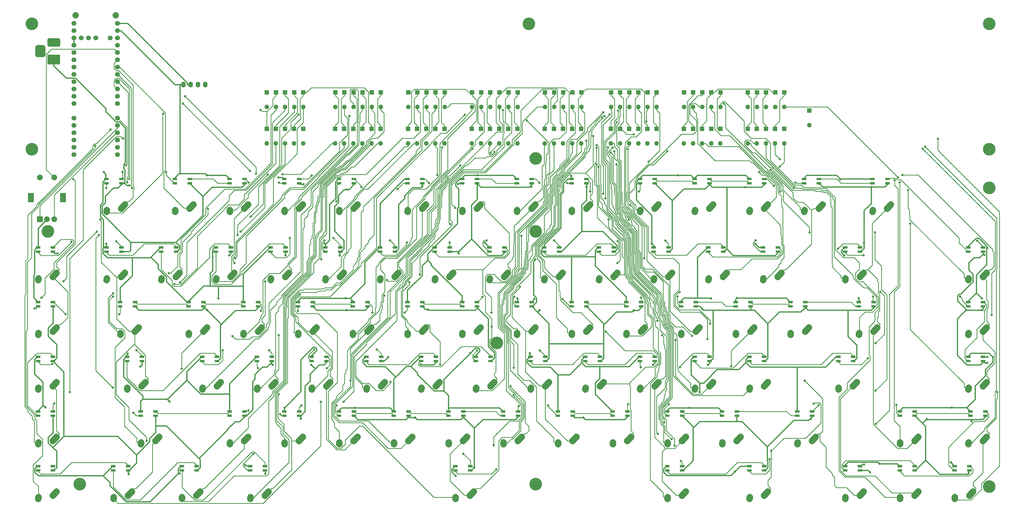
<source format=gbr>
G04 #@! TF.GenerationSoftware,KiCad,Pcbnew,(5.1.4)-1*
G04 #@! TF.CreationDate,2020-12-06T01:39:41+01:00*
G04 #@! TF.ProjectId,CZTKeyRev0,435a544b-6579-4526-9576-302e6b696361,rev?*
G04 #@! TF.SameCoordinates,Original*
G04 #@! TF.FileFunction,Copper,L2,Bot*
G04 #@! TF.FilePolarity,Positive*
%FSLAX46Y46*%
G04 Gerber Fmt 4.6, Leading zero omitted, Abs format (unit mm)*
G04 Created by KiCad (PCBNEW (5.1.4)-1) date 2020-12-06 01:39:41*
%MOMM*%
%LPD*%
G04 APERTURE LIST*
%ADD10C,4.400000*%
%ADD11C,1.700000*%
%ADD12C,2.200000*%
%ADD13C,2.250000*%
%ADD14C,2.250000*%
%ADD15C,0.100000*%
%ADD16C,0.820000*%
%ADD17C,3.000000*%
%ADD18R,4.500000X3.500000*%
%ADD19C,3.500000*%
%ADD20O,1.600000X1.600000*%
%ADD21R,1.600000X1.600000*%
%ADD22O,1.600000X2.000000*%
%ADD23R,2.000000X2.000000*%
%ADD24C,2.000000*%
%ADD25R,2.000000X3.200000*%
%ADD26C,0.800000*%
%ADD27C,0.254000*%
%ADD28C,0.381000*%
G04 APERTURE END LIST*
D10*
X158750000Y-131762000D03*
X330200000Y-181769000D03*
X172244000Y-180975000D03*
X172244000Y-92868800D03*
X13493800Y-180975000D03*
X172244000Y-67468800D03*
X2381300Y-92868800D03*
X330200000Y-77787500D03*
X330200000Y-64293800D03*
X330200000Y-20637500D03*
X-3175000Y-64293800D03*
X-3175000Y-20637500D03*
X169862000Y-20637500D03*
D11*
X26665000Y-20468800D03*
X11450000Y-23008800D03*
D12*
X26055000Y-17644000D03*
X12059600Y-17644000D03*
D11*
X11450000Y-20468800D03*
X13990000Y-25548800D03*
X11450000Y-25548800D03*
X11450000Y-28088800D03*
X11450000Y-30628800D03*
X11450000Y-33168800D03*
X16530000Y-25548800D03*
X19070000Y-25548800D03*
X11450000Y-35708800D03*
X11450000Y-38248800D03*
X11450000Y-40788800D03*
X11450000Y-43328800D03*
X11450000Y-45868800D03*
X11450000Y-48408800D03*
X11450000Y-56028800D03*
X11450000Y-61108800D03*
X11450000Y-63648800D03*
X11450000Y-58568800D03*
X11450000Y-66188800D03*
X11450000Y-53488800D03*
X26665000Y-23008800D03*
X26665000Y-25548800D03*
X26665000Y-30628800D03*
X24125000Y-25548800D03*
X26665000Y-28088800D03*
X26665000Y-33168800D03*
X26665000Y-35708800D03*
X26665000Y-38248800D03*
X26665000Y-43328800D03*
X26665000Y-45868800D03*
X26665000Y-40788800D03*
X26665000Y-48408800D03*
X26665000Y-56028800D03*
X26665000Y-53488800D03*
X26665000Y-61108800D03*
X26665000Y-58568800D03*
X26665000Y-63648800D03*
X26665000Y-66188800D03*
D13*
X294600000Y-84962500D03*
X295254999Y-84232500D03*
D14*
X295910000Y-83502500D02*
X294599998Y-84962500D01*
D13*
X289560000Y-86042500D03*
X289580000Y-85752500D03*
D14*
X289600000Y-85462500D02*
X289560000Y-86042500D01*
D13*
X251738000Y-84962500D03*
X252392999Y-84232500D03*
D14*
X253048000Y-83502500D02*
X251737998Y-84962500D01*
D13*
X246698000Y-86042500D03*
X246718000Y-85752500D03*
D14*
X246738000Y-85462500D02*
X246698000Y-86042500D01*
D13*
X270788000Y-84962500D03*
X271442999Y-84232500D03*
D14*
X272098000Y-83502500D02*
X270787998Y-84962500D01*
D13*
X265748000Y-86042500D03*
X265768000Y-85752500D03*
D14*
X265788000Y-85462500D02*
X265748000Y-86042500D01*
D15*
G36*
X318801037Y-174259395D02*
G01*
X318808997Y-174260576D01*
X318816803Y-174262531D01*
X318824380Y-174265242D01*
X318831655Y-174268682D01*
X318838557Y-174272819D01*
X318845020Y-174277613D01*
X318850983Y-174283017D01*
X318856387Y-174288980D01*
X318861181Y-174295443D01*
X318865318Y-174302345D01*
X318868758Y-174309620D01*
X318871469Y-174317197D01*
X318873424Y-174325003D01*
X318874605Y-174332963D01*
X318875000Y-174341000D01*
X318875000Y-174997000D01*
X318874605Y-175005037D01*
X318873424Y-175012997D01*
X318871469Y-175020803D01*
X318868758Y-175028380D01*
X318865318Y-175035655D01*
X318861181Y-175042557D01*
X318856387Y-175049020D01*
X318850983Y-175054983D01*
X318845020Y-175060387D01*
X318838557Y-175065181D01*
X318831655Y-175069318D01*
X318824380Y-175072758D01*
X318816803Y-175075469D01*
X318808997Y-175077424D01*
X318801037Y-175078605D01*
X318793000Y-175079000D01*
X317357000Y-175079000D01*
X317348963Y-175078605D01*
X317341003Y-175077424D01*
X317333197Y-175075469D01*
X317325620Y-175072758D01*
X317318345Y-175069318D01*
X317311443Y-175065181D01*
X317304980Y-175060387D01*
X317299017Y-175054983D01*
X317293613Y-175049020D01*
X317288819Y-175042557D01*
X317284682Y-175035655D01*
X317281242Y-175028380D01*
X317278531Y-175020803D01*
X317276576Y-175012997D01*
X317275395Y-175005037D01*
X317275000Y-174997000D01*
X317275000Y-174341000D01*
X317275395Y-174332963D01*
X317276576Y-174325003D01*
X317278531Y-174317197D01*
X317281242Y-174309620D01*
X317284682Y-174302345D01*
X317288819Y-174295443D01*
X317293613Y-174288980D01*
X317299017Y-174283017D01*
X317304980Y-174277613D01*
X317311443Y-174272819D01*
X317318345Y-174268682D01*
X317325620Y-174265242D01*
X317333197Y-174262531D01*
X317341003Y-174260576D01*
X317348963Y-174259395D01*
X317357000Y-174259000D01*
X318793000Y-174259000D01*
X318801037Y-174259395D01*
X318801037Y-174259395D01*
G37*
D16*
X318075000Y-174669000D03*
D15*
G36*
X318801037Y-175759395D02*
G01*
X318808997Y-175760576D01*
X318816803Y-175762531D01*
X318824380Y-175765242D01*
X318831655Y-175768682D01*
X318838557Y-175772819D01*
X318845020Y-175777613D01*
X318850983Y-175783017D01*
X318856387Y-175788980D01*
X318861181Y-175795443D01*
X318865318Y-175802345D01*
X318868758Y-175809620D01*
X318871469Y-175817197D01*
X318873424Y-175825003D01*
X318874605Y-175832963D01*
X318875000Y-175841000D01*
X318875000Y-176497000D01*
X318874605Y-176505037D01*
X318873424Y-176512997D01*
X318871469Y-176520803D01*
X318868758Y-176528380D01*
X318865318Y-176535655D01*
X318861181Y-176542557D01*
X318856387Y-176549020D01*
X318850983Y-176554983D01*
X318845020Y-176560387D01*
X318838557Y-176565181D01*
X318831655Y-176569318D01*
X318824380Y-176572758D01*
X318816803Y-176575469D01*
X318808997Y-176577424D01*
X318801037Y-176578605D01*
X318793000Y-176579000D01*
X317357000Y-176579000D01*
X317348963Y-176578605D01*
X317341003Y-176577424D01*
X317333197Y-176575469D01*
X317325620Y-176572758D01*
X317318345Y-176569318D01*
X317311443Y-176565181D01*
X317304980Y-176560387D01*
X317299017Y-176554983D01*
X317293613Y-176549020D01*
X317288819Y-176542557D01*
X317284682Y-176535655D01*
X317281242Y-176528380D01*
X317278531Y-176520803D01*
X317276576Y-176512997D01*
X317275395Y-176505037D01*
X317275000Y-176497000D01*
X317275000Y-175841000D01*
X317275395Y-175832963D01*
X317276576Y-175825003D01*
X317278531Y-175817197D01*
X317281242Y-175809620D01*
X317284682Y-175802345D01*
X317288819Y-175795443D01*
X317293613Y-175788980D01*
X317299017Y-175783017D01*
X317304980Y-175777613D01*
X317311443Y-175772819D01*
X317318345Y-175768682D01*
X317325620Y-175765242D01*
X317333197Y-175762531D01*
X317341003Y-175760576D01*
X317348963Y-175759395D01*
X317357000Y-175759000D01*
X318793000Y-175759000D01*
X318801037Y-175759395D01*
X318801037Y-175759395D01*
G37*
D16*
X318075000Y-176169000D03*
D15*
G36*
X324001037Y-174259395D02*
G01*
X324008997Y-174260576D01*
X324016803Y-174262531D01*
X324024380Y-174265242D01*
X324031655Y-174268682D01*
X324038557Y-174272819D01*
X324045020Y-174277613D01*
X324050983Y-174283017D01*
X324056387Y-174288980D01*
X324061181Y-174295443D01*
X324065318Y-174302345D01*
X324068758Y-174309620D01*
X324071469Y-174317197D01*
X324073424Y-174325003D01*
X324074605Y-174332963D01*
X324075000Y-174341000D01*
X324075000Y-174997000D01*
X324074605Y-175005037D01*
X324073424Y-175012997D01*
X324071469Y-175020803D01*
X324068758Y-175028380D01*
X324065318Y-175035655D01*
X324061181Y-175042557D01*
X324056387Y-175049020D01*
X324050983Y-175054983D01*
X324045020Y-175060387D01*
X324038557Y-175065181D01*
X324031655Y-175069318D01*
X324024380Y-175072758D01*
X324016803Y-175075469D01*
X324008997Y-175077424D01*
X324001037Y-175078605D01*
X323993000Y-175079000D01*
X322557000Y-175079000D01*
X322548963Y-175078605D01*
X322541003Y-175077424D01*
X322533197Y-175075469D01*
X322525620Y-175072758D01*
X322518345Y-175069318D01*
X322511443Y-175065181D01*
X322504980Y-175060387D01*
X322499017Y-175054983D01*
X322493613Y-175049020D01*
X322488819Y-175042557D01*
X322484682Y-175035655D01*
X322481242Y-175028380D01*
X322478531Y-175020803D01*
X322476576Y-175012997D01*
X322475395Y-175005037D01*
X322475000Y-174997000D01*
X322475000Y-174341000D01*
X322475395Y-174332963D01*
X322476576Y-174325003D01*
X322478531Y-174317197D01*
X322481242Y-174309620D01*
X322484682Y-174302345D01*
X322488819Y-174295443D01*
X322493613Y-174288980D01*
X322499017Y-174283017D01*
X322504980Y-174277613D01*
X322511443Y-174272819D01*
X322518345Y-174268682D01*
X322525620Y-174265242D01*
X322533197Y-174262531D01*
X322541003Y-174260576D01*
X322548963Y-174259395D01*
X322557000Y-174259000D01*
X323993000Y-174259000D01*
X324001037Y-174259395D01*
X324001037Y-174259395D01*
G37*
D16*
X323275000Y-174669000D03*
D15*
G36*
X324001037Y-175759395D02*
G01*
X324008997Y-175760576D01*
X324016803Y-175762531D01*
X324024380Y-175765242D01*
X324031655Y-175768682D01*
X324038557Y-175772819D01*
X324045020Y-175777613D01*
X324050983Y-175783017D01*
X324056387Y-175788980D01*
X324061181Y-175795443D01*
X324065318Y-175802345D01*
X324068758Y-175809620D01*
X324071469Y-175817197D01*
X324073424Y-175825003D01*
X324074605Y-175832963D01*
X324075000Y-175841000D01*
X324075000Y-176497000D01*
X324074605Y-176505037D01*
X324073424Y-176512997D01*
X324071469Y-176520803D01*
X324068758Y-176528380D01*
X324065318Y-176535655D01*
X324061181Y-176542557D01*
X324056387Y-176549020D01*
X324050983Y-176554983D01*
X324045020Y-176560387D01*
X324038557Y-176565181D01*
X324031655Y-176569318D01*
X324024380Y-176572758D01*
X324016803Y-176575469D01*
X324008997Y-176577424D01*
X324001037Y-176578605D01*
X323993000Y-176579000D01*
X322557000Y-176579000D01*
X322548963Y-176578605D01*
X322541003Y-176577424D01*
X322533197Y-176575469D01*
X322525620Y-176572758D01*
X322518345Y-176569318D01*
X322511443Y-176565181D01*
X322504980Y-176560387D01*
X322499017Y-176554983D01*
X322493613Y-176549020D01*
X322488819Y-176542557D01*
X322484682Y-176535655D01*
X322481242Y-176528380D01*
X322478531Y-176520803D01*
X322476576Y-176512997D01*
X322475395Y-176505037D01*
X322475000Y-176497000D01*
X322475000Y-175841000D01*
X322475395Y-175832963D01*
X322476576Y-175825003D01*
X322478531Y-175817197D01*
X322481242Y-175809620D01*
X322484682Y-175802345D01*
X322488819Y-175795443D01*
X322493613Y-175788980D01*
X322499017Y-175783017D01*
X322504980Y-175777613D01*
X322511443Y-175772819D01*
X322518345Y-175768682D01*
X322525620Y-175765242D01*
X322533197Y-175762531D01*
X322541003Y-175760576D01*
X322548963Y-175759395D01*
X322557000Y-175759000D01*
X323993000Y-175759000D01*
X324001037Y-175759395D01*
X324001037Y-175759395D01*
G37*
D16*
X323275000Y-176169000D03*
D15*
G36*
X299751037Y-174259395D02*
G01*
X299758997Y-174260576D01*
X299766803Y-174262531D01*
X299774380Y-174265242D01*
X299781655Y-174268682D01*
X299788557Y-174272819D01*
X299795020Y-174277613D01*
X299800983Y-174283017D01*
X299806387Y-174288980D01*
X299811181Y-174295443D01*
X299815318Y-174302345D01*
X299818758Y-174309620D01*
X299821469Y-174317197D01*
X299823424Y-174325003D01*
X299824605Y-174332963D01*
X299825000Y-174341000D01*
X299825000Y-174997000D01*
X299824605Y-175005037D01*
X299823424Y-175012997D01*
X299821469Y-175020803D01*
X299818758Y-175028380D01*
X299815318Y-175035655D01*
X299811181Y-175042557D01*
X299806387Y-175049020D01*
X299800983Y-175054983D01*
X299795020Y-175060387D01*
X299788557Y-175065181D01*
X299781655Y-175069318D01*
X299774380Y-175072758D01*
X299766803Y-175075469D01*
X299758997Y-175077424D01*
X299751037Y-175078605D01*
X299743000Y-175079000D01*
X298307000Y-175079000D01*
X298298963Y-175078605D01*
X298291003Y-175077424D01*
X298283197Y-175075469D01*
X298275620Y-175072758D01*
X298268345Y-175069318D01*
X298261443Y-175065181D01*
X298254980Y-175060387D01*
X298249017Y-175054983D01*
X298243613Y-175049020D01*
X298238819Y-175042557D01*
X298234682Y-175035655D01*
X298231242Y-175028380D01*
X298228531Y-175020803D01*
X298226576Y-175012997D01*
X298225395Y-175005037D01*
X298225000Y-174997000D01*
X298225000Y-174341000D01*
X298225395Y-174332963D01*
X298226576Y-174325003D01*
X298228531Y-174317197D01*
X298231242Y-174309620D01*
X298234682Y-174302345D01*
X298238819Y-174295443D01*
X298243613Y-174288980D01*
X298249017Y-174283017D01*
X298254980Y-174277613D01*
X298261443Y-174272819D01*
X298268345Y-174268682D01*
X298275620Y-174265242D01*
X298283197Y-174262531D01*
X298291003Y-174260576D01*
X298298963Y-174259395D01*
X298307000Y-174259000D01*
X299743000Y-174259000D01*
X299751037Y-174259395D01*
X299751037Y-174259395D01*
G37*
D16*
X299025000Y-174669000D03*
D15*
G36*
X299751037Y-175759395D02*
G01*
X299758997Y-175760576D01*
X299766803Y-175762531D01*
X299774380Y-175765242D01*
X299781655Y-175768682D01*
X299788557Y-175772819D01*
X299795020Y-175777613D01*
X299800983Y-175783017D01*
X299806387Y-175788980D01*
X299811181Y-175795443D01*
X299815318Y-175802345D01*
X299818758Y-175809620D01*
X299821469Y-175817197D01*
X299823424Y-175825003D01*
X299824605Y-175832963D01*
X299825000Y-175841000D01*
X299825000Y-176497000D01*
X299824605Y-176505037D01*
X299823424Y-176512997D01*
X299821469Y-176520803D01*
X299818758Y-176528380D01*
X299815318Y-176535655D01*
X299811181Y-176542557D01*
X299806387Y-176549020D01*
X299800983Y-176554983D01*
X299795020Y-176560387D01*
X299788557Y-176565181D01*
X299781655Y-176569318D01*
X299774380Y-176572758D01*
X299766803Y-176575469D01*
X299758997Y-176577424D01*
X299751037Y-176578605D01*
X299743000Y-176579000D01*
X298307000Y-176579000D01*
X298298963Y-176578605D01*
X298291003Y-176577424D01*
X298283197Y-176575469D01*
X298275620Y-176572758D01*
X298268345Y-176569318D01*
X298261443Y-176565181D01*
X298254980Y-176560387D01*
X298249017Y-176554983D01*
X298243613Y-176549020D01*
X298238819Y-176542557D01*
X298234682Y-176535655D01*
X298231242Y-176528380D01*
X298228531Y-176520803D01*
X298226576Y-176512997D01*
X298225395Y-176505037D01*
X298225000Y-176497000D01*
X298225000Y-175841000D01*
X298225395Y-175832963D01*
X298226576Y-175825003D01*
X298228531Y-175817197D01*
X298231242Y-175809620D01*
X298234682Y-175802345D01*
X298238819Y-175795443D01*
X298243613Y-175788980D01*
X298249017Y-175783017D01*
X298254980Y-175777613D01*
X298261443Y-175772819D01*
X298268345Y-175768682D01*
X298275620Y-175765242D01*
X298283197Y-175762531D01*
X298291003Y-175760576D01*
X298298963Y-175759395D01*
X298307000Y-175759000D01*
X299743000Y-175759000D01*
X299751037Y-175759395D01*
X299751037Y-175759395D01*
G37*
D16*
X299025000Y-176169000D03*
D15*
G36*
X304951037Y-174259395D02*
G01*
X304958997Y-174260576D01*
X304966803Y-174262531D01*
X304974380Y-174265242D01*
X304981655Y-174268682D01*
X304988557Y-174272819D01*
X304995020Y-174277613D01*
X305000983Y-174283017D01*
X305006387Y-174288980D01*
X305011181Y-174295443D01*
X305015318Y-174302345D01*
X305018758Y-174309620D01*
X305021469Y-174317197D01*
X305023424Y-174325003D01*
X305024605Y-174332963D01*
X305025000Y-174341000D01*
X305025000Y-174997000D01*
X305024605Y-175005037D01*
X305023424Y-175012997D01*
X305021469Y-175020803D01*
X305018758Y-175028380D01*
X305015318Y-175035655D01*
X305011181Y-175042557D01*
X305006387Y-175049020D01*
X305000983Y-175054983D01*
X304995020Y-175060387D01*
X304988557Y-175065181D01*
X304981655Y-175069318D01*
X304974380Y-175072758D01*
X304966803Y-175075469D01*
X304958997Y-175077424D01*
X304951037Y-175078605D01*
X304943000Y-175079000D01*
X303507000Y-175079000D01*
X303498963Y-175078605D01*
X303491003Y-175077424D01*
X303483197Y-175075469D01*
X303475620Y-175072758D01*
X303468345Y-175069318D01*
X303461443Y-175065181D01*
X303454980Y-175060387D01*
X303449017Y-175054983D01*
X303443613Y-175049020D01*
X303438819Y-175042557D01*
X303434682Y-175035655D01*
X303431242Y-175028380D01*
X303428531Y-175020803D01*
X303426576Y-175012997D01*
X303425395Y-175005037D01*
X303425000Y-174997000D01*
X303425000Y-174341000D01*
X303425395Y-174332963D01*
X303426576Y-174325003D01*
X303428531Y-174317197D01*
X303431242Y-174309620D01*
X303434682Y-174302345D01*
X303438819Y-174295443D01*
X303443613Y-174288980D01*
X303449017Y-174283017D01*
X303454980Y-174277613D01*
X303461443Y-174272819D01*
X303468345Y-174268682D01*
X303475620Y-174265242D01*
X303483197Y-174262531D01*
X303491003Y-174260576D01*
X303498963Y-174259395D01*
X303507000Y-174259000D01*
X304943000Y-174259000D01*
X304951037Y-174259395D01*
X304951037Y-174259395D01*
G37*
D16*
X304225000Y-174669000D03*
D15*
G36*
X304951037Y-175759395D02*
G01*
X304958997Y-175760576D01*
X304966803Y-175762531D01*
X304974380Y-175765242D01*
X304981655Y-175768682D01*
X304988557Y-175772819D01*
X304995020Y-175777613D01*
X305000983Y-175783017D01*
X305006387Y-175788980D01*
X305011181Y-175795443D01*
X305015318Y-175802345D01*
X305018758Y-175809620D01*
X305021469Y-175817197D01*
X305023424Y-175825003D01*
X305024605Y-175832963D01*
X305025000Y-175841000D01*
X305025000Y-176497000D01*
X305024605Y-176505037D01*
X305023424Y-176512997D01*
X305021469Y-176520803D01*
X305018758Y-176528380D01*
X305015318Y-176535655D01*
X305011181Y-176542557D01*
X305006387Y-176549020D01*
X305000983Y-176554983D01*
X304995020Y-176560387D01*
X304988557Y-176565181D01*
X304981655Y-176569318D01*
X304974380Y-176572758D01*
X304966803Y-176575469D01*
X304958997Y-176577424D01*
X304951037Y-176578605D01*
X304943000Y-176579000D01*
X303507000Y-176579000D01*
X303498963Y-176578605D01*
X303491003Y-176577424D01*
X303483197Y-176575469D01*
X303475620Y-176572758D01*
X303468345Y-176569318D01*
X303461443Y-176565181D01*
X303454980Y-176560387D01*
X303449017Y-176554983D01*
X303443613Y-176549020D01*
X303438819Y-176542557D01*
X303434682Y-176535655D01*
X303431242Y-176528380D01*
X303428531Y-176520803D01*
X303426576Y-176512997D01*
X303425395Y-176505037D01*
X303425000Y-176497000D01*
X303425000Y-175841000D01*
X303425395Y-175832963D01*
X303426576Y-175825003D01*
X303428531Y-175817197D01*
X303431242Y-175809620D01*
X303434682Y-175802345D01*
X303438819Y-175795443D01*
X303443613Y-175788980D01*
X303449017Y-175783017D01*
X303454980Y-175777613D01*
X303461443Y-175772819D01*
X303468345Y-175768682D01*
X303475620Y-175765242D01*
X303483197Y-175762531D01*
X303491003Y-175760576D01*
X303498963Y-175759395D01*
X303507000Y-175759000D01*
X304943000Y-175759000D01*
X304951037Y-175759395D01*
X304951037Y-175759395D01*
G37*
D16*
X304225000Y-176169000D03*
D15*
G36*
X280701037Y-174259395D02*
G01*
X280708997Y-174260576D01*
X280716803Y-174262531D01*
X280724380Y-174265242D01*
X280731655Y-174268682D01*
X280738557Y-174272819D01*
X280745020Y-174277613D01*
X280750983Y-174283017D01*
X280756387Y-174288980D01*
X280761181Y-174295443D01*
X280765318Y-174302345D01*
X280768758Y-174309620D01*
X280771469Y-174317197D01*
X280773424Y-174325003D01*
X280774605Y-174332963D01*
X280775000Y-174341000D01*
X280775000Y-174997000D01*
X280774605Y-175005037D01*
X280773424Y-175012997D01*
X280771469Y-175020803D01*
X280768758Y-175028380D01*
X280765318Y-175035655D01*
X280761181Y-175042557D01*
X280756387Y-175049020D01*
X280750983Y-175054983D01*
X280745020Y-175060387D01*
X280738557Y-175065181D01*
X280731655Y-175069318D01*
X280724380Y-175072758D01*
X280716803Y-175075469D01*
X280708997Y-175077424D01*
X280701037Y-175078605D01*
X280693000Y-175079000D01*
X279257000Y-175079000D01*
X279248963Y-175078605D01*
X279241003Y-175077424D01*
X279233197Y-175075469D01*
X279225620Y-175072758D01*
X279218345Y-175069318D01*
X279211443Y-175065181D01*
X279204980Y-175060387D01*
X279199017Y-175054983D01*
X279193613Y-175049020D01*
X279188819Y-175042557D01*
X279184682Y-175035655D01*
X279181242Y-175028380D01*
X279178531Y-175020803D01*
X279176576Y-175012997D01*
X279175395Y-175005037D01*
X279175000Y-174997000D01*
X279175000Y-174341000D01*
X279175395Y-174332963D01*
X279176576Y-174325003D01*
X279178531Y-174317197D01*
X279181242Y-174309620D01*
X279184682Y-174302345D01*
X279188819Y-174295443D01*
X279193613Y-174288980D01*
X279199017Y-174283017D01*
X279204980Y-174277613D01*
X279211443Y-174272819D01*
X279218345Y-174268682D01*
X279225620Y-174265242D01*
X279233197Y-174262531D01*
X279241003Y-174260576D01*
X279248963Y-174259395D01*
X279257000Y-174259000D01*
X280693000Y-174259000D01*
X280701037Y-174259395D01*
X280701037Y-174259395D01*
G37*
D16*
X279975000Y-174669000D03*
D15*
G36*
X280701037Y-175759395D02*
G01*
X280708997Y-175760576D01*
X280716803Y-175762531D01*
X280724380Y-175765242D01*
X280731655Y-175768682D01*
X280738557Y-175772819D01*
X280745020Y-175777613D01*
X280750983Y-175783017D01*
X280756387Y-175788980D01*
X280761181Y-175795443D01*
X280765318Y-175802345D01*
X280768758Y-175809620D01*
X280771469Y-175817197D01*
X280773424Y-175825003D01*
X280774605Y-175832963D01*
X280775000Y-175841000D01*
X280775000Y-176497000D01*
X280774605Y-176505037D01*
X280773424Y-176512997D01*
X280771469Y-176520803D01*
X280768758Y-176528380D01*
X280765318Y-176535655D01*
X280761181Y-176542557D01*
X280756387Y-176549020D01*
X280750983Y-176554983D01*
X280745020Y-176560387D01*
X280738557Y-176565181D01*
X280731655Y-176569318D01*
X280724380Y-176572758D01*
X280716803Y-176575469D01*
X280708997Y-176577424D01*
X280701037Y-176578605D01*
X280693000Y-176579000D01*
X279257000Y-176579000D01*
X279248963Y-176578605D01*
X279241003Y-176577424D01*
X279233197Y-176575469D01*
X279225620Y-176572758D01*
X279218345Y-176569318D01*
X279211443Y-176565181D01*
X279204980Y-176560387D01*
X279199017Y-176554983D01*
X279193613Y-176549020D01*
X279188819Y-176542557D01*
X279184682Y-176535655D01*
X279181242Y-176528380D01*
X279178531Y-176520803D01*
X279176576Y-176512997D01*
X279175395Y-176505037D01*
X279175000Y-176497000D01*
X279175000Y-175841000D01*
X279175395Y-175832963D01*
X279176576Y-175825003D01*
X279178531Y-175817197D01*
X279181242Y-175809620D01*
X279184682Y-175802345D01*
X279188819Y-175795443D01*
X279193613Y-175788980D01*
X279199017Y-175783017D01*
X279204980Y-175777613D01*
X279211443Y-175772819D01*
X279218345Y-175768682D01*
X279225620Y-175765242D01*
X279233197Y-175762531D01*
X279241003Y-175760576D01*
X279248963Y-175759395D01*
X279257000Y-175759000D01*
X280693000Y-175759000D01*
X280701037Y-175759395D01*
X280701037Y-175759395D01*
G37*
D16*
X279975000Y-176169000D03*
D15*
G36*
X285901037Y-174259395D02*
G01*
X285908997Y-174260576D01*
X285916803Y-174262531D01*
X285924380Y-174265242D01*
X285931655Y-174268682D01*
X285938557Y-174272819D01*
X285945020Y-174277613D01*
X285950983Y-174283017D01*
X285956387Y-174288980D01*
X285961181Y-174295443D01*
X285965318Y-174302345D01*
X285968758Y-174309620D01*
X285971469Y-174317197D01*
X285973424Y-174325003D01*
X285974605Y-174332963D01*
X285975000Y-174341000D01*
X285975000Y-174997000D01*
X285974605Y-175005037D01*
X285973424Y-175012997D01*
X285971469Y-175020803D01*
X285968758Y-175028380D01*
X285965318Y-175035655D01*
X285961181Y-175042557D01*
X285956387Y-175049020D01*
X285950983Y-175054983D01*
X285945020Y-175060387D01*
X285938557Y-175065181D01*
X285931655Y-175069318D01*
X285924380Y-175072758D01*
X285916803Y-175075469D01*
X285908997Y-175077424D01*
X285901037Y-175078605D01*
X285893000Y-175079000D01*
X284457000Y-175079000D01*
X284448963Y-175078605D01*
X284441003Y-175077424D01*
X284433197Y-175075469D01*
X284425620Y-175072758D01*
X284418345Y-175069318D01*
X284411443Y-175065181D01*
X284404980Y-175060387D01*
X284399017Y-175054983D01*
X284393613Y-175049020D01*
X284388819Y-175042557D01*
X284384682Y-175035655D01*
X284381242Y-175028380D01*
X284378531Y-175020803D01*
X284376576Y-175012997D01*
X284375395Y-175005037D01*
X284375000Y-174997000D01*
X284375000Y-174341000D01*
X284375395Y-174332963D01*
X284376576Y-174325003D01*
X284378531Y-174317197D01*
X284381242Y-174309620D01*
X284384682Y-174302345D01*
X284388819Y-174295443D01*
X284393613Y-174288980D01*
X284399017Y-174283017D01*
X284404980Y-174277613D01*
X284411443Y-174272819D01*
X284418345Y-174268682D01*
X284425620Y-174265242D01*
X284433197Y-174262531D01*
X284441003Y-174260576D01*
X284448963Y-174259395D01*
X284457000Y-174259000D01*
X285893000Y-174259000D01*
X285901037Y-174259395D01*
X285901037Y-174259395D01*
G37*
D16*
X285175000Y-174669000D03*
D15*
G36*
X285901037Y-175759395D02*
G01*
X285908997Y-175760576D01*
X285916803Y-175762531D01*
X285924380Y-175765242D01*
X285931655Y-175768682D01*
X285938557Y-175772819D01*
X285945020Y-175777613D01*
X285950983Y-175783017D01*
X285956387Y-175788980D01*
X285961181Y-175795443D01*
X285965318Y-175802345D01*
X285968758Y-175809620D01*
X285971469Y-175817197D01*
X285973424Y-175825003D01*
X285974605Y-175832963D01*
X285975000Y-175841000D01*
X285975000Y-176497000D01*
X285974605Y-176505037D01*
X285973424Y-176512997D01*
X285971469Y-176520803D01*
X285968758Y-176528380D01*
X285965318Y-176535655D01*
X285961181Y-176542557D01*
X285956387Y-176549020D01*
X285950983Y-176554983D01*
X285945020Y-176560387D01*
X285938557Y-176565181D01*
X285931655Y-176569318D01*
X285924380Y-176572758D01*
X285916803Y-176575469D01*
X285908997Y-176577424D01*
X285901037Y-176578605D01*
X285893000Y-176579000D01*
X284457000Y-176579000D01*
X284448963Y-176578605D01*
X284441003Y-176577424D01*
X284433197Y-176575469D01*
X284425620Y-176572758D01*
X284418345Y-176569318D01*
X284411443Y-176565181D01*
X284404980Y-176560387D01*
X284399017Y-176554983D01*
X284393613Y-176549020D01*
X284388819Y-176542557D01*
X284384682Y-176535655D01*
X284381242Y-176528380D01*
X284378531Y-176520803D01*
X284376576Y-176512997D01*
X284375395Y-176505037D01*
X284375000Y-176497000D01*
X284375000Y-175841000D01*
X284375395Y-175832963D01*
X284376576Y-175825003D01*
X284378531Y-175817197D01*
X284381242Y-175809620D01*
X284384682Y-175802345D01*
X284388819Y-175795443D01*
X284393613Y-175788980D01*
X284399017Y-175783017D01*
X284404980Y-175777613D01*
X284411443Y-175772819D01*
X284418345Y-175768682D01*
X284425620Y-175765242D01*
X284433197Y-175762531D01*
X284441003Y-175760576D01*
X284448963Y-175759395D01*
X284457000Y-175759000D01*
X285893000Y-175759000D01*
X285901037Y-175759395D01*
X285901037Y-175759395D01*
G37*
D16*
X285175000Y-176169000D03*
D15*
G36*
X247364037Y-174259395D02*
G01*
X247371997Y-174260576D01*
X247379803Y-174262531D01*
X247387380Y-174265242D01*
X247394655Y-174268682D01*
X247401557Y-174272819D01*
X247408020Y-174277613D01*
X247413983Y-174283017D01*
X247419387Y-174288980D01*
X247424181Y-174295443D01*
X247428318Y-174302345D01*
X247431758Y-174309620D01*
X247434469Y-174317197D01*
X247436424Y-174325003D01*
X247437605Y-174332963D01*
X247438000Y-174341000D01*
X247438000Y-174997000D01*
X247437605Y-175005037D01*
X247436424Y-175012997D01*
X247434469Y-175020803D01*
X247431758Y-175028380D01*
X247428318Y-175035655D01*
X247424181Y-175042557D01*
X247419387Y-175049020D01*
X247413983Y-175054983D01*
X247408020Y-175060387D01*
X247401557Y-175065181D01*
X247394655Y-175069318D01*
X247387380Y-175072758D01*
X247379803Y-175075469D01*
X247371997Y-175077424D01*
X247364037Y-175078605D01*
X247356000Y-175079000D01*
X245920000Y-175079000D01*
X245911963Y-175078605D01*
X245904003Y-175077424D01*
X245896197Y-175075469D01*
X245888620Y-175072758D01*
X245881345Y-175069318D01*
X245874443Y-175065181D01*
X245867980Y-175060387D01*
X245862017Y-175054983D01*
X245856613Y-175049020D01*
X245851819Y-175042557D01*
X245847682Y-175035655D01*
X245844242Y-175028380D01*
X245841531Y-175020803D01*
X245839576Y-175012997D01*
X245838395Y-175005037D01*
X245838000Y-174997000D01*
X245838000Y-174341000D01*
X245838395Y-174332963D01*
X245839576Y-174325003D01*
X245841531Y-174317197D01*
X245844242Y-174309620D01*
X245847682Y-174302345D01*
X245851819Y-174295443D01*
X245856613Y-174288980D01*
X245862017Y-174283017D01*
X245867980Y-174277613D01*
X245874443Y-174272819D01*
X245881345Y-174268682D01*
X245888620Y-174265242D01*
X245896197Y-174262531D01*
X245904003Y-174260576D01*
X245911963Y-174259395D01*
X245920000Y-174259000D01*
X247356000Y-174259000D01*
X247364037Y-174259395D01*
X247364037Y-174259395D01*
G37*
D16*
X246638000Y-174669000D03*
D15*
G36*
X247364037Y-175759395D02*
G01*
X247371997Y-175760576D01*
X247379803Y-175762531D01*
X247387380Y-175765242D01*
X247394655Y-175768682D01*
X247401557Y-175772819D01*
X247408020Y-175777613D01*
X247413983Y-175783017D01*
X247419387Y-175788980D01*
X247424181Y-175795443D01*
X247428318Y-175802345D01*
X247431758Y-175809620D01*
X247434469Y-175817197D01*
X247436424Y-175825003D01*
X247437605Y-175832963D01*
X247438000Y-175841000D01*
X247438000Y-176497000D01*
X247437605Y-176505037D01*
X247436424Y-176512997D01*
X247434469Y-176520803D01*
X247431758Y-176528380D01*
X247428318Y-176535655D01*
X247424181Y-176542557D01*
X247419387Y-176549020D01*
X247413983Y-176554983D01*
X247408020Y-176560387D01*
X247401557Y-176565181D01*
X247394655Y-176569318D01*
X247387380Y-176572758D01*
X247379803Y-176575469D01*
X247371997Y-176577424D01*
X247364037Y-176578605D01*
X247356000Y-176579000D01*
X245920000Y-176579000D01*
X245911963Y-176578605D01*
X245904003Y-176577424D01*
X245896197Y-176575469D01*
X245888620Y-176572758D01*
X245881345Y-176569318D01*
X245874443Y-176565181D01*
X245867980Y-176560387D01*
X245862017Y-176554983D01*
X245856613Y-176549020D01*
X245851819Y-176542557D01*
X245847682Y-176535655D01*
X245844242Y-176528380D01*
X245841531Y-176520803D01*
X245839576Y-176512997D01*
X245838395Y-176505037D01*
X245838000Y-176497000D01*
X245838000Y-175841000D01*
X245838395Y-175832963D01*
X245839576Y-175825003D01*
X245841531Y-175817197D01*
X245844242Y-175809620D01*
X245847682Y-175802345D01*
X245851819Y-175795443D01*
X245856613Y-175788980D01*
X245862017Y-175783017D01*
X245867980Y-175777613D01*
X245874443Y-175772819D01*
X245881345Y-175768682D01*
X245888620Y-175765242D01*
X245896197Y-175762531D01*
X245904003Y-175760576D01*
X245911963Y-175759395D01*
X245920000Y-175759000D01*
X247356000Y-175759000D01*
X247364037Y-175759395D01*
X247364037Y-175759395D01*
G37*
D16*
X246638000Y-176169000D03*
D15*
G36*
X252564037Y-174259395D02*
G01*
X252571997Y-174260576D01*
X252579803Y-174262531D01*
X252587380Y-174265242D01*
X252594655Y-174268682D01*
X252601557Y-174272819D01*
X252608020Y-174277613D01*
X252613983Y-174283017D01*
X252619387Y-174288980D01*
X252624181Y-174295443D01*
X252628318Y-174302345D01*
X252631758Y-174309620D01*
X252634469Y-174317197D01*
X252636424Y-174325003D01*
X252637605Y-174332963D01*
X252638000Y-174341000D01*
X252638000Y-174997000D01*
X252637605Y-175005037D01*
X252636424Y-175012997D01*
X252634469Y-175020803D01*
X252631758Y-175028380D01*
X252628318Y-175035655D01*
X252624181Y-175042557D01*
X252619387Y-175049020D01*
X252613983Y-175054983D01*
X252608020Y-175060387D01*
X252601557Y-175065181D01*
X252594655Y-175069318D01*
X252587380Y-175072758D01*
X252579803Y-175075469D01*
X252571997Y-175077424D01*
X252564037Y-175078605D01*
X252556000Y-175079000D01*
X251120000Y-175079000D01*
X251111963Y-175078605D01*
X251104003Y-175077424D01*
X251096197Y-175075469D01*
X251088620Y-175072758D01*
X251081345Y-175069318D01*
X251074443Y-175065181D01*
X251067980Y-175060387D01*
X251062017Y-175054983D01*
X251056613Y-175049020D01*
X251051819Y-175042557D01*
X251047682Y-175035655D01*
X251044242Y-175028380D01*
X251041531Y-175020803D01*
X251039576Y-175012997D01*
X251038395Y-175005037D01*
X251038000Y-174997000D01*
X251038000Y-174341000D01*
X251038395Y-174332963D01*
X251039576Y-174325003D01*
X251041531Y-174317197D01*
X251044242Y-174309620D01*
X251047682Y-174302345D01*
X251051819Y-174295443D01*
X251056613Y-174288980D01*
X251062017Y-174283017D01*
X251067980Y-174277613D01*
X251074443Y-174272819D01*
X251081345Y-174268682D01*
X251088620Y-174265242D01*
X251096197Y-174262531D01*
X251104003Y-174260576D01*
X251111963Y-174259395D01*
X251120000Y-174259000D01*
X252556000Y-174259000D01*
X252564037Y-174259395D01*
X252564037Y-174259395D01*
G37*
D16*
X251838000Y-174669000D03*
D15*
G36*
X252564037Y-175759395D02*
G01*
X252571997Y-175760576D01*
X252579803Y-175762531D01*
X252587380Y-175765242D01*
X252594655Y-175768682D01*
X252601557Y-175772819D01*
X252608020Y-175777613D01*
X252613983Y-175783017D01*
X252619387Y-175788980D01*
X252624181Y-175795443D01*
X252628318Y-175802345D01*
X252631758Y-175809620D01*
X252634469Y-175817197D01*
X252636424Y-175825003D01*
X252637605Y-175832963D01*
X252638000Y-175841000D01*
X252638000Y-176497000D01*
X252637605Y-176505037D01*
X252636424Y-176512997D01*
X252634469Y-176520803D01*
X252631758Y-176528380D01*
X252628318Y-176535655D01*
X252624181Y-176542557D01*
X252619387Y-176549020D01*
X252613983Y-176554983D01*
X252608020Y-176560387D01*
X252601557Y-176565181D01*
X252594655Y-176569318D01*
X252587380Y-176572758D01*
X252579803Y-176575469D01*
X252571997Y-176577424D01*
X252564037Y-176578605D01*
X252556000Y-176579000D01*
X251120000Y-176579000D01*
X251111963Y-176578605D01*
X251104003Y-176577424D01*
X251096197Y-176575469D01*
X251088620Y-176572758D01*
X251081345Y-176569318D01*
X251074443Y-176565181D01*
X251067980Y-176560387D01*
X251062017Y-176554983D01*
X251056613Y-176549020D01*
X251051819Y-176542557D01*
X251047682Y-176535655D01*
X251044242Y-176528380D01*
X251041531Y-176520803D01*
X251039576Y-176512997D01*
X251038395Y-176505037D01*
X251038000Y-176497000D01*
X251038000Y-175841000D01*
X251038395Y-175832963D01*
X251039576Y-175825003D01*
X251041531Y-175817197D01*
X251044242Y-175809620D01*
X251047682Y-175802345D01*
X251051819Y-175795443D01*
X251056613Y-175788980D01*
X251062017Y-175783017D01*
X251067980Y-175777613D01*
X251074443Y-175772819D01*
X251081345Y-175768682D01*
X251088620Y-175765242D01*
X251096197Y-175762531D01*
X251104003Y-175760576D01*
X251111963Y-175759395D01*
X251120000Y-175759000D01*
X252556000Y-175759000D01*
X252564037Y-175759395D01*
X252564037Y-175759395D01*
G37*
D16*
X251838000Y-176169000D03*
D15*
G36*
X218788037Y-174259395D02*
G01*
X218795997Y-174260576D01*
X218803803Y-174262531D01*
X218811380Y-174265242D01*
X218818655Y-174268682D01*
X218825557Y-174272819D01*
X218832020Y-174277613D01*
X218837983Y-174283017D01*
X218843387Y-174288980D01*
X218848181Y-174295443D01*
X218852318Y-174302345D01*
X218855758Y-174309620D01*
X218858469Y-174317197D01*
X218860424Y-174325003D01*
X218861605Y-174332963D01*
X218862000Y-174341000D01*
X218862000Y-174997000D01*
X218861605Y-175005037D01*
X218860424Y-175012997D01*
X218858469Y-175020803D01*
X218855758Y-175028380D01*
X218852318Y-175035655D01*
X218848181Y-175042557D01*
X218843387Y-175049020D01*
X218837983Y-175054983D01*
X218832020Y-175060387D01*
X218825557Y-175065181D01*
X218818655Y-175069318D01*
X218811380Y-175072758D01*
X218803803Y-175075469D01*
X218795997Y-175077424D01*
X218788037Y-175078605D01*
X218780000Y-175079000D01*
X217344000Y-175079000D01*
X217335963Y-175078605D01*
X217328003Y-175077424D01*
X217320197Y-175075469D01*
X217312620Y-175072758D01*
X217305345Y-175069318D01*
X217298443Y-175065181D01*
X217291980Y-175060387D01*
X217286017Y-175054983D01*
X217280613Y-175049020D01*
X217275819Y-175042557D01*
X217271682Y-175035655D01*
X217268242Y-175028380D01*
X217265531Y-175020803D01*
X217263576Y-175012997D01*
X217262395Y-175005037D01*
X217262000Y-174997000D01*
X217262000Y-174341000D01*
X217262395Y-174332963D01*
X217263576Y-174325003D01*
X217265531Y-174317197D01*
X217268242Y-174309620D01*
X217271682Y-174302345D01*
X217275819Y-174295443D01*
X217280613Y-174288980D01*
X217286017Y-174283017D01*
X217291980Y-174277613D01*
X217298443Y-174272819D01*
X217305345Y-174268682D01*
X217312620Y-174265242D01*
X217320197Y-174262531D01*
X217328003Y-174260576D01*
X217335963Y-174259395D01*
X217344000Y-174259000D01*
X218780000Y-174259000D01*
X218788037Y-174259395D01*
X218788037Y-174259395D01*
G37*
D16*
X218062000Y-174669000D03*
D15*
G36*
X218788037Y-175759395D02*
G01*
X218795997Y-175760576D01*
X218803803Y-175762531D01*
X218811380Y-175765242D01*
X218818655Y-175768682D01*
X218825557Y-175772819D01*
X218832020Y-175777613D01*
X218837983Y-175783017D01*
X218843387Y-175788980D01*
X218848181Y-175795443D01*
X218852318Y-175802345D01*
X218855758Y-175809620D01*
X218858469Y-175817197D01*
X218860424Y-175825003D01*
X218861605Y-175832963D01*
X218862000Y-175841000D01*
X218862000Y-176497000D01*
X218861605Y-176505037D01*
X218860424Y-176512997D01*
X218858469Y-176520803D01*
X218855758Y-176528380D01*
X218852318Y-176535655D01*
X218848181Y-176542557D01*
X218843387Y-176549020D01*
X218837983Y-176554983D01*
X218832020Y-176560387D01*
X218825557Y-176565181D01*
X218818655Y-176569318D01*
X218811380Y-176572758D01*
X218803803Y-176575469D01*
X218795997Y-176577424D01*
X218788037Y-176578605D01*
X218780000Y-176579000D01*
X217344000Y-176579000D01*
X217335963Y-176578605D01*
X217328003Y-176577424D01*
X217320197Y-176575469D01*
X217312620Y-176572758D01*
X217305345Y-176569318D01*
X217298443Y-176565181D01*
X217291980Y-176560387D01*
X217286017Y-176554983D01*
X217280613Y-176549020D01*
X217275819Y-176542557D01*
X217271682Y-176535655D01*
X217268242Y-176528380D01*
X217265531Y-176520803D01*
X217263576Y-176512997D01*
X217262395Y-176505037D01*
X217262000Y-176497000D01*
X217262000Y-175841000D01*
X217262395Y-175832963D01*
X217263576Y-175825003D01*
X217265531Y-175817197D01*
X217268242Y-175809620D01*
X217271682Y-175802345D01*
X217275819Y-175795443D01*
X217280613Y-175788980D01*
X217286017Y-175783017D01*
X217291980Y-175777613D01*
X217298443Y-175772819D01*
X217305345Y-175768682D01*
X217312620Y-175765242D01*
X217320197Y-175762531D01*
X217328003Y-175760576D01*
X217335963Y-175759395D01*
X217344000Y-175759000D01*
X218780000Y-175759000D01*
X218788037Y-175759395D01*
X218788037Y-175759395D01*
G37*
D16*
X218062000Y-176169000D03*
D15*
G36*
X223988037Y-174259395D02*
G01*
X223995997Y-174260576D01*
X224003803Y-174262531D01*
X224011380Y-174265242D01*
X224018655Y-174268682D01*
X224025557Y-174272819D01*
X224032020Y-174277613D01*
X224037983Y-174283017D01*
X224043387Y-174288980D01*
X224048181Y-174295443D01*
X224052318Y-174302345D01*
X224055758Y-174309620D01*
X224058469Y-174317197D01*
X224060424Y-174325003D01*
X224061605Y-174332963D01*
X224062000Y-174341000D01*
X224062000Y-174997000D01*
X224061605Y-175005037D01*
X224060424Y-175012997D01*
X224058469Y-175020803D01*
X224055758Y-175028380D01*
X224052318Y-175035655D01*
X224048181Y-175042557D01*
X224043387Y-175049020D01*
X224037983Y-175054983D01*
X224032020Y-175060387D01*
X224025557Y-175065181D01*
X224018655Y-175069318D01*
X224011380Y-175072758D01*
X224003803Y-175075469D01*
X223995997Y-175077424D01*
X223988037Y-175078605D01*
X223980000Y-175079000D01*
X222544000Y-175079000D01*
X222535963Y-175078605D01*
X222528003Y-175077424D01*
X222520197Y-175075469D01*
X222512620Y-175072758D01*
X222505345Y-175069318D01*
X222498443Y-175065181D01*
X222491980Y-175060387D01*
X222486017Y-175054983D01*
X222480613Y-175049020D01*
X222475819Y-175042557D01*
X222471682Y-175035655D01*
X222468242Y-175028380D01*
X222465531Y-175020803D01*
X222463576Y-175012997D01*
X222462395Y-175005037D01*
X222462000Y-174997000D01*
X222462000Y-174341000D01*
X222462395Y-174332963D01*
X222463576Y-174325003D01*
X222465531Y-174317197D01*
X222468242Y-174309620D01*
X222471682Y-174302345D01*
X222475819Y-174295443D01*
X222480613Y-174288980D01*
X222486017Y-174283017D01*
X222491980Y-174277613D01*
X222498443Y-174272819D01*
X222505345Y-174268682D01*
X222512620Y-174265242D01*
X222520197Y-174262531D01*
X222528003Y-174260576D01*
X222535963Y-174259395D01*
X222544000Y-174259000D01*
X223980000Y-174259000D01*
X223988037Y-174259395D01*
X223988037Y-174259395D01*
G37*
D16*
X223262000Y-174669000D03*
D15*
G36*
X223988037Y-175759395D02*
G01*
X223995997Y-175760576D01*
X224003803Y-175762531D01*
X224011380Y-175765242D01*
X224018655Y-175768682D01*
X224025557Y-175772819D01*
X224032020Y-175777613D01*
X224037983Y-175783017D01*
X224043387Y-175788980D01*
X224048181Y-175795443D01*
X224052318Y-175802345D01*
X224055758Y-175809620D01*
X224058469Y-175817197D01*
X224060424Y-175825003D01*
X224061605Y-175832963D01*
X224062000Y-175841000D01*
X224062000Y-176497000D01*
X224061605Y-176505037D01*
X224060424Y-176512997D01*
X224058469Y-176520803D01*
X224055758Y-176528380D01*
X224052318Y-176535655D01*
X224048181Y-176542557D01*
X224043387Y-176549020D01*
X224037983Y-176554983D01*
X224032020Y-176560387D01*
X224025557Y-176565181D01*
X224018655Y-176569318D01*
X224011380Y-176572758D01*
X224003803Y-176575469D01*
X223995997Y-176577424D01*
X223988037Y-176578605D01*
X223980000Y-176579000D01*
X222544000Y-176579000D01*
X222535963Y-176578605D01*
X222528003Y-176577424D01*
X222520197Y-176575469D01*
X222512620Y-176572758D01*
X222505345Y-176569318D01*
X222498443Y-176565181D01*
X222491980Y-176560387D01*
X222486017Y-176554983D01*
X222480613Y-176549020D01*
X222475819Y-176542557D01*
X222471682Y-176535655D01*
X222468242Y-176528380D01*
X222465531Y-176520803D01*
X222463576Y-176512997D01*
X222462395Y-176505037D01*
X222462000Y-176497000D01*
X222462000Y-175841000D01*
X222462395Y-175832963D01*
X222463576Y-175825003D01*
X222465531Y-175817197D01*
X222468242Y-175809620D01*
X222471682Y-175802345D01*
X222475819Y-175795443D01*
X222480613Y-175788980D01*
X222486017Y-175783017D01*
X222491980Y-175777613D01*
X222498443Y-175772819D01*
X222505345Y-175768682D01*
X222512620Y-175765242D01*
X222520197Y-175762531D01*
X222528003Y-175760576D01*
X222535963Y-175759395D01*
X222544000Y-175759000D01*
X223980000Y-175759000D01*
X223988037Y-175759395D01*
X223988037Y-175759395D01*
G37*
D16*
X223262000Y-176169000D03*
D15*
G36*
X144970037Y-174259395D02*
G01*
X144977997Y-174260576D01*
X144985803Y-174262531D01*
X144993380Y-174265242D01*
X145000655Y-174268682D01*
X145007557Y-174272819D01*
X145014020Y-174277613D01*
X145019983Y-174283017D01*
X145025387Y-174288980D01*
X145030181Y-174295443D01*
X145034318Y-174302345D01*
X145037758Y-174309620D01*
X145040469Y-174317197D01*
X145042424Y-174325003D01*
X145043605Y-174332963D01*
X145044000Y-174341000D01*
X145044000Y-174997000D01*
X145043605Y-175005037D01*
X145042424Y-175012997D01*
X145040469Y-175020803D01*
X145037758Y-175028380D01*
X145034318Y-175035655D01*
X145030181Y-175042557D01*
X145025387Y-175049020D01*
X145019983Y-175054983D01*
X145014020Y-175060387D01*
X145007557Y-175065181D01*
X145000655Y-175069318D01*
X144993380Y-175072758D01*
X144985803Y-175075469D01*
X144977997Y-175077424D01*
X144970037Y-175078605D01*
X144962000Y-175079000D01*
X143526000Y-175079000D01*
X143517963Y-175078605D01*
X143510003Y-175077424D01*
X143502197Y-175075469D01*
X143494620Y-175072758D01*
X143487345Y-175069318D01*
X143480443Y-175065181D01*
X143473980Y-175060387D01*
X143468017Y-175054983D01*
X143462613Y-175049020D01*
X143457819Y-175042557D01*
X143453682Y-175035655D01*
X143450242Y-175028380D01*
X143447531Y-175020803D01*
X143445576Y-175012997D01*
X143444395Y-175005037D01*
X143444000Y-174997000D01*
X143444000Y-174341000D01*
X143444395Y-174332963D01*
X143445576Y-174325003D01*
X143447531Y-174317197D01*
X143450242Y-174309620D01*
X143453682Y-174302345D01*
X143457819Y-174295443D01*
X143462613Y-174288980D01*
X143468017Y-174283017D01*
X143473980Y-174277613D01*
X143480443Y-174272819D01*
X143487345Y-174268682D01*
X143494620Y-174265242D01*
X143502197Y-174262531D01*
X143510003Y-174260576D01*
X143517963Y-174259395D01*
X143526000Y-174259000D01*
X144962000Y-174259000D01*
X144970037Y-174259395D01*
X144970037Y-174259395D01*
G37*
D16*
X144244000Y-174669000D03*
D15*
G36*
X144970037Y-175759395D02*
G01*
X144977997Y-175760576D01*
X144985803Y-175762531D01*
X144993380Y-175765242D01*
X145000655Y-175768682D01*
X145007557Y-175772819D01*
X145014020Y-175777613D01*
X145019983Y-175783017D01*
X145025387Y-175788980D01*
X145030181Y-175795443D01*
X145034318Y-175802345D01*
X145037758Y-175809620D01*
X145040469Y-175817197D01*
X145042424Y-175825003D01*
X145043605Y-175832963D01*
X145044000Y-175841000D01*
X145044000Y-176497000D01*
X145043605Y-176505037D01*
X145042424Y-176512997D01*
X145040469Y-176520803D01*
X145037758Y-176528380D01*
X145034318Y-176535655D01*
X145030181Y-176542557D01*
X145025387Y-176549020D01*
X145019983Y-176554983D01*
X145014020Y-176560387D01*
X145007557Y-176565181D01*
X145000655Y-176569318D01*
X144993380Y-176572758D01*
X144985803Y-176575469D01*
X144977997Y-176577424D01*
X144970037Y-176578605D01*
X144962000Y-176579000D01*
X143526000Y-176579000D01*
X143517963Y-176578605D01*
X143510003Y-176577424D01*
X143502197Y-176575469D01*
X143494620Y-176572758D01*
X143487345Y-176569318D01*
X143480443Y-176565181D01*
X143473980Y-176560387D01*
X143468017Y-176554983D01*
X143462613Y-176549020D01*
X143457819Y-176542557D01*
X143453682Y-176535655D01*
X143450242Y-176528380D01*
X143447531Y-176520803D01*
X143445576Y-176512997D01*
X143444395Y-176505037D01*
X143444000Y-176497000D01*
X143444000Y-175841000D01*
X143444395Y-175832963D01*
X143445576Y-175825003D01*
X143447531Y-175817197D01*
X143450242Y-175809620D01*
X143453682Y-175802345D01*
X143457819Y-175795443D01*
X143462613Y-175788980D01*
X143468017Y-175783017D01*
X143473980Y-175777613D01*
X143480443Y-175772819D01*
X143487345Y-175768682D01*
X143494620Y-175765242D01*
X143502197Y-175762531D01*
X143510003Y-175760576D01*
X143517963Y-175759395D01*
X143526000Y-175759000D01*
X144962000Y-175759000D01*
X144970037Y-175759395D01*
X144970037Y-175759395D01*
G37*
D16*
X144244000Y-176169000D03*
D15*
G36*
X150170037Y-174259395D02*
G01*
X150177997Y-174260576D01*
X150185803Y-174262531D01*
X150193380Y-174265242D01*
X150200655Y-174268682D01*
X150207557Y-174272819D01*
X150214020Y-174277613D01*
X150219983Y-174283017D01*
X150225387Y-174288980D01*
X150230181Y-174295443D01*
X150234318Y-174302345D01*
X150237758Y-174309620D01*
X150240469Y-174317197D01*
X150242424Y-174325003D01*
X150243605Y-174332963D01*
X150244000Y-174341000D01*
X150244000Y-174997000D01*
X150243605Y-175005037D01*
X150242424Y-175012997D01*
X150240469Y-175020803D01*
X150237758Y-175028380D01*
X150234318Y-175035655D01*
X150230181Y-175042557D01*
X150225387Y-175049020D01*
X150219983Y-175054983D01*
X150214020Y-175060387D01*
X150207557Y-175065181D01*
X150200655Y-175069318D01*
X150193380Y-175072758D01*
X150185803Y-175075469D01*
X150177997Y-175077424D01*
X150170037Y-175078605D01*
X150162000Y-175079000D01*
X148726000Y-175079000D01*
X148717963Y-175078605D01*
X148710003Y-175077424D01*
X148702197Y-175075469D01*
X148694620Y-175072758D01*
X148687345Y-175069318D01*
X148680443Y-175065181D01*
X148673980Y-175060387D01*
X148668017Y-175054983D01*
X148662613Y-175049020D01*
X148657819Y-175042557D01*
X148653682Y-175035655D01*
X148650242Y-175028380D01*
X148647531Y-175020803D01*
X148645576Y-175012997D01*
X148644395Y-175005037D01*
X148644000Y-174997000D01*
X148644000Y-174341000D01*
X148644395Y-174332963D01*
X148645576Y-174325003D01*
X148647531Y-174317197D01*
X148650242Y-174309620D01*
X148653682Y-174302345D01*
X148657819Y-174295443D01*
X148662613Y-174288980D01*
X148668017Y-174283017D01*
X148673980Y-174277613D01*
X148680443Y-174272819D01*
X148687345Y-174268682D01*
X148694620Y-174265242D01*
X148702197Y-174262531D01*
X148710003Y-174260576D01*
X148717963Y-174259395D01*
X148726000Y-174259000D01*
X150162000Y-174259000D01*
X150170037Y-174259395D01*
X150170037Y-174259395D01*
G37*
D16*
X149444000Y-174669000D03*
D15*
G36*
X150170037Y-175759395D02*
G01*
X150177997Y-175760576D01*
X150185803Y-175762531D01*
X150193380Y-175765242D01*
X150200655Y-175768682D01*
X150207557Y-175772819D01*
X150214020Y-175777613D01*
X150219983Y-175783017D01*
X150225387Y-175788980D01*
X150230181Y-175795443D01*
X150234318Y-175802345D01*
X150237758Y-175809620D01*
X150240469Y-175817197D01*
X150242424Y-175825003D01*
X150243605Y-175832963D01*
X150244000Y-175841000D01*
X150244000Y-176497000D01*
X150243605Y-176505037D01*
X150242424Y-176512997D01*
X150240469Y-176520803D01*
X150237758Y-176528380D01*
X150234318Y-176535655D01*
X150230181Y-176542557D01*
X150225387Y-176549020D01*
X150219983Y-176554983D01*
X150214020Y-176560387D01*
X150207557Y-176565181D01*
X150200655Y-176569318D01*
X150193380Y-176572758D01*
X150185803Y-176575469D01*
X150177997Y-176577424D01*
X150170037Y-176578605D01*
X150162000Y-176579000D01*
X148726000Y-176579000D01*
X148717963Y-176578605D01*
X148710003Y-176577424D01*
X148702197Y-176575469D01*
X148694620Y-176572758D01*
X148687345Y-176569318D01*
X148680443Y-176565181D01*
X148673980Y-176560387D01*
X148668017Y-176554983D01*
X148662613Y-176549020D01*
X148657819Y-176542557D01*
X148653682Y-176535655D01*
X148650242Y-176528380D01*
X148647531Y-176520803D01*
X148645576Y-176512997D01*
X148644395Y-176505037D01*
X148644000Y-176497000D01*
X148644000Y-175841000D01*
X148644395Y-175832963D01*
X148645576Y-175825003D01*
X148647531Y-175817197D01*
X148650242Y-175809620D01*
X148653682Y-175802345D01*
X148657819Y-175795443D01*
X148662613Y-175788980D01*
X148668017Y-175783017D01*
X148673980Y-175777613D01*
X148680443Y-175772819D01*
X148687345Y-175768682D01*
X148694620Y-175765242D01*
X148702197Y-175762531D01*
X148710003Y-175760576D01*
X148717963Y-175759395D01*
X148726000Y-175759000D01*
X150162000Y-175759000D01*
X150170037Y-175759395D01*
X150170037Y-175759395D01*
G37*
D16*
X149444000Y-176169000D03*
D15*
G36*
X73532237Y-174259395D02*
G01*
X73540197Y-174260576D01*
X73548003Y-174262531D01*
X73555580Y-174265242D01*
X73562855Y-174268682D01*
X73569757Y-174272819D01*
X73576220Y-174277613D01*
X73582183Y-174283017D01*
X73587587Y-174288980D01*
X73592381Y-174295443D01*
X73596518Y-174302345D01*
X73599958Y-174309620D01*
X73602669Y-174317197D01*
X73604624Y-174325003D01*
X73605805Y-174332963D01*
X73606200Y-174341000D01*
X73606200Y-174997000D01*
X73605805Y-175005037D01*
X73604624Y-175012997D01*
X73602669Y-175020803D01*
X73599958Y-175028380D01*
X73596518Y-175035655D01*
X73592381Y-175042557D01*
X73587587Y-175049020D01*
X73582183Y-175054983D01*
X73576220Y-175060387D01*
X73569757Y-175065181D01*
X73562855Y-175069318D01*
X73555580Y-175072758D01*
X73548003Y-175075469D01*
X73540197Y-175077424D01*
X73532237Y-175078605D01*
X73524200Y-175079000D01*
X72088200Y-175079000D01*
X72080163Y-175078605D01*
X72072203Y-175077424D01*
X72064397Y-175075469D01*
X72056820Y-175072758D01*
X72049545Y-175069318D01*
X72042643Y-175065181D01*
X72036180Y-175060387D01*
X72030217Y-175054983D01*
X72024813Y-175049020D01*
X72020019Y-175042557D01*
X72015882Y-175035655D01*
X72012442Y-175028380D01*
X72009731Y-175020803D01*
X72007776Y-175012997D01*
X72006595Y-175005037D01*
X72006200Y-174997000D01*
X72006200Y-174341000D01*
X72006595Y-174332963D01*
X72007776Y-174325003D01*
X72009731Y-174317197D01*
X72012442Y-174309620D01*
X72015882Y-174302345D01*
X72020019Y-174295443D01*
X72024813Y-174288980D01*
X72030217Y-174283017D01*
X72036180Y-174277613D01*
X72042643Y-174272819D01*
X72049545Y-174268682D01*
X72056820Y-174265242D01*
X72064397Y-174262531D01*
X72072203Y-174260576D01*
X72080163Y-174259395D01*
X72088200Y-174259000D01*
X73524200Y-174259000D01*
X73532237Y-174259395D01*
X73532237Y-174259395D01*
G37*
D16*
X72806200Y-174669000D03*
D15*
G36*
X73532237Y-175759395D02*
G01*
X73540197Y-175760576D01*
X73548003Y-175762531D01*
X73555580Y-175765242D01*
X73562855Y-175768682D01*
X73569757Y-175772819D01*
X73576220Y-175777613D01*
X73582183Y-175783017D01*
X73587587Y-175788980D01*
X73592381Y-175795443D01*
X73596518Y-175802345D01*
X73599958Y-175809620D01*
X73602669Y-175817197D01*
X73604624Y-175825003D01*
X73605805Y-175832963D01*
X73606200Y-175841000D01*
X73606200Y-176497000D01*
X73605805Y-176505037D01*
X73604624Y-176512997D01*
X73602669Y-176520803D01*
X73599958Y-176528380D01*
X73596518Y-176535655D01*
X73592381Y-176542557D01*
X73587587Y-176549020D01*
X73582183Y-176554983D01*
X73576220Y-176560387D01*
X73569757Y-176565181D01*
X73562855Y-176569318D01*
X73555580Y-176572758D01*
X73548003Y-176575469D01*
X73540197Y-176577424D01*
X73532237Y-176578605D01*
X73524200Y-176579000D01*
X72088200Y-176579000D01*
X72080163Y-176578605D01*
X72072203Y-176577424D01*
X72064397Y-176575469D01*
X72056820Y-176572758D01*
X72049545Y-176569318D01*
X72042643Y-176565181D01*
X72036180Y-176560387D01*
X72030217Y-176554983D01*
X72024813Y-176549020D01*
X72020019Y-176542557D01*
X72015882Y-176535655D01*
X72012442Y-176528380D01*
X72009731Y-176520803D01*
X72007776Y-176512997D01*
X72006595Y-176505037D01*
X72006200Y-176497000D01*
X72006200Y-175841000D01*
X72006595Y-175832963D01*
X72007776Y-175825003D01*
X72009731Y-175817197D01*
X72012442Y-175809620D01*
X72015882Y-175802345D01*
X72020019Y-175795443D01*
X72024813Y-175788980D01*
X72030217Y-175783017D01*
X72036180Y-175777613D01*
X72042643Y-175772819D01*
X72049545Y-175768682D01*
X72056820Y-175765242D01*
X72064397Y-175762531D01*
X72072203Y-175760576D01*
X72080163Y-175759395D01*
X72088200Y-175759000D01*
X73524200Y-175759000D01*
X73532237Y-175759395D01*
X73532237Y-175759395D01*
G37*
D16*
X72806200Y-176169000D03*
D15*
G36*
X78732237Y-174259395D02*
G01*
X78740197Y-174260576D01*
X78748003Y-174262531D01*
X78755580Y-174265242D01*
X78762855Y-174268682D01*
X78769757Y-174272819D01*
X78776220Y-174277613D01*
X78782183Y-174283017D01*
X78787587Y-174288980D01*
X78792381Y-174295443D01*
X78796518Y-174302345D01*
X78799958Y-174309620D01*
X78802669Y-174317197D01*
X78804624Y-174325003D01*
X78805805Y-174332963D01*
X78806200Y-174341000D01*
X78806200Y-174997000D01*
X78805805Y-175005037D01*
X78804624Y-175012997D01*
X78802669Y-175020803D01*
X78799958Y-175028380D01*
X78796518Y-175035655D01*
X78792381Y-175042557D01*
X78787587Y-175049020D01*
X78782183Y-175054983D01*
X78776220Y-175060387D01*
X78769757Y-175065181D01*
X78762855Y-175069318D01*
X78755580Y-175072758D01*
X78748003Y-175075469D01*
X78740197Y-175077424D01*
X78732237Y-175078605D01*
X78724200Y-175079000D01*
X77288200Y-175079000D01*
X77280163Y-175078605D01*
X77272203Y-175077424D01*
X77264397Y-175075469D01*
X77256820Y-175072758D01*
X77249545Y-175069318D01*
X77242643Y-175065181D01*
X77236180Y-175060387D01*
X77230217Y-175054983D01*
X77224813Y-175049020D01*
X77220019Y-175042557D01*
X77215882Y-175035655D01*
X77212442Y-175028380D01*
X77209731Y-175020803D01*
X77207776Y-175012997D01*
X77206595Y-175005037D01*
X77206200Y-174997000D01*
X77206200Y-174341000D01*
X77206595Y-174332963D01*
X77207776Y-174325003D01*
X77209731Y-174317197D01*
X77212442Y-174309620D01*
X77215882Y-174302345D01*
X77220019Y-174295443D01*
X77224813Y-174288980D01*
X77230217Y-174283017D01*
X77236180Y-174277613D01*
X77242643Y-174272819D01*
X77249545Y-174268682D01*
X77256820Y-174265242D01*
X77264397Y-174262531D01*
X77272203Y-174260576D01*
X77280163Y-174259395D01*
X77288200Y-174259000D01*
X78724200Y-174259000D01*
X78732237Y-174259395D01*
X78732237Y-174259395D01*
G37*
D16*
X78006200Y-174669000D03*
D15*
G36*
X78732237Y-175759395D02*
G01*
X78740197Y-175760576D01*
X78748003Y-175762531D01*
X78755580Y-175765242D01*
X78762855Y-175768682D01*
X78769757Y-175772819D01*
X78776220Y-175777613D01*
X78782183Y-175783017D01*
X78787587Y-175788980D01*
X78792381Y-175795443D01*
X78796518Y-175802345D01*
X78799958Y-175809620D01*
X78802669Y-175817197D01*
X78804624Y-175825003D01*
X78805805Y-175832963D01*
X78806200Y-175841000D01*
X78806200Y-176497000D01*
X78805805Y-176505037D01*
X78804624Y-176512997D01*
X78802669Y-176520803D01*
X78799958Y-176528380D01*
X78796518Y-176535655D01*
X78792381Y-176542557D01*
X78787587Y-176549020D01*
X78782183Y-176554983D01*
X78776220Y-176560387D01*
X78769757Y-176565181D01*
X78762855Y-176569318D01*
X78755580Y-176572758D01*
X78748003Y-176575469D01*
X78740197Y-176577424D01*
X78732237Y-176578605D01*
X78724200Y-176579000D01*
X77288200Y-176579000D01*
X77280163Y-176578605D01*
X77272203Y-176577424D01*
X77264397Y-176575469D01*
X77256820Y-176572758D01*
X77249545Y-176569318D01*
X77242643Y-176565181D01*
X77236180Y-176560387D01*
X77230217Y-176554983D01*
X77224813Y-176549020D01*
X77220019Y-176542557D01*
X77215882Y-176535655D01*
X77212442Y-176528380D01*
X77209731Y-176520803D01*
X77207776Y-176512997D01*
X77206595Y-176505037D01*
X77206200Y-176497000D01*
X77206200Y-175841000D01*
X77206595Y-175832963D01*
X77207776Y-175825003D01*
X77209731Y-175817197D01*
X77212442Y-175809620D01*
X77215882Y-175802345D01*
X77220019Y-175795443D01*
X77224813Y-175788980D01*
X77230217Y-175783017D01*
X77236180Y-175777613D01*
X77242643Y-175772819D01*
X77249545Y-175768682D01*
X77256820Y-175765242D01*
X77264397Y-175762531D01*
X77272203Y-175760576D01*
X77280163Y-175759395D01*
X77288200Y-175759000D01*
X78724200Y-175759000D01*
X78732237Y-175759395D01*
X78732237Y-175759395D01*
G37*
D16*
X78006200Y-176169000D03*
D15*
G36*
X49719837Y-174259395D02*
G01*
X49727797Y-174260576D01*
X49735603Y-174262531D01*
X49743180Y-174265242D01*
X49750455Y-174268682D01*
X49757357Y-174272819D01*
X49763820Y-174277613D01*
X49769783Y-174283017D01*
X49775187Y-174288980D01*
X49779981Y-174295443D01*
X49784118Y-174302345D01*
X49787558Y-174309620D01*
X49790269Y-174317197D01*
X49792224Y-174325003D01*
X49793405Y-174332963D01*
X49793800Y-174341000D01*
X49793800Y-174997000D01*
X49793405Y-175005037D01*
X49792224Y-175012997D01*
X49790269Y-175020803D01*
X49787558Y-175028380D01*
X49784118Y-175035655D01*
X49779981Y-175042557D01*
X49775187Y-175049020D01*
X49769783Y-175054983D01*
X49763820Y-175060387D01*
X49757357Y-175065181D01*
X49750455Y-175069318D01*
X49743180Y-175072758D01*
X49735603Y-175075469D01*
X49727797Y-175077424D01*
X49719837Y-175078605D01*
X49711800Y-175079000D01*
X48275800Y-175079000D01*
X48267763Y-175078605D01*
X48259803Y-175077424D01*
X48251997Y-175075469D01*
X48244420Y-175072758D01*
X48237145Y-175069318D01*
X48230243Y-175065181D01*
X48223780Y-175060387D01*
X48217817Y-175054983D01*
X48212413Y-175049020D01*
X48207619Y-175042557D01*
X48203482Y-175035655D01*
X48200042Y-175028380D01*
X48197331Y-175020803D01*
X48195376Y-175012997D01*
X48194195Y-175005037D01*
X48193800Y-174997000D01*
X48193800Y-174341000D01*
X48194195Y-174332963D01*
X48195376Y-174325003D01*
X48197331Y-174317197D01*
X48200042Y-174309620D01*
X48203482Y-174302345D01*
X48207619Y-174295443D01*
X48212413Y-174288980D01*
X48217817Y-174283017D01*
X48223780Y-174277613D01*
X48230243Y-174272819D01*
X48237145Y-174268682D01*
X48244420Y-174265242D01*
X48251997Y-174262531D01*
X48259803Y-174260576D01*
X48267763Y-174259395D01*
X48275800Y-174259000D01*
X49711800Y-174259000D01*
X49719837Y-174259395D01*
X49719837Y-174259395D01*
G37*
D16*
X48993800Y-174669000D03*
D15*
G36*
X49719837Y-175759395D02*
G01*
X49727797Y-175760576D01*
X49735603Y-175762531D01*
X49743180Y-175765242D01*
X49750455Y-175768682D01*
X49757357Y-175772819D01*
X49763820Y-175777613D01*
X49769783Y-175783017D01*
X49775187Y-175788980D01*
X49779981Y-175795443D01*
X49784118Y-175802345D01*
X49787558Y-175809620D01*
X49790269Y-175817197D01*
X49792224Y-175825003D01*
X49793405Y-175832963D01*
X49793800Y-175841000D01*
X49793800Y-176497000D01*
X49793405Y-176505037D01*
X49792224Y-176512997D01*
X49790269Y-176520803D01*
X49787558Y-176528380D01*
X49784118Y-176535655D01*
X49779981Y-176542557D01*
X49775187Y-176549020D01*
X49769783Y-176554983D01*
X49763820Y-176560387D01*
X49757357Y-176565181D01*
X49750455Y-176569318D01*
X49743180Y-176572758D01*
X49735603Y-176575469D01*
X49727797Y-176577424D01*
X49719837Y-176578605D01*
X49711800Y-176579000D01*
X48275800Y-176579000D01*
X48267763Y-176578605D01*
X48259803Y-176577424D01*
X48251997Y-176575469D01*
X48244420Y-176572758D01*
X48237145Y-176569318D01*
X48230243Y-176565181D01*
X48223780Y-176560387D01*
X48217817Y-176554983D01*
X48212413Y-176549020D01*
X48207619Y-176542557D01*
X48203482Y-176535655D01*
X48200042Y-176528380D01*
X48197331Y-176520803D01*
X48195376Y-176512997D01*
X48194195Y-176505037D01*
X48193800Y-176497000D01*
X48193800Y-175841000D01*
X48194195Y-175832963D01*
X48195376Y-175825003D01*
X48197331Y-175817197D01*
X48200042Y-175809620D01*
X48203482Y-175802345D01*
X48207619Y-175795443D01*
X48212413Y-175788980D01*
X48217817Y-175783017D01*
X48223780Y-175777613D01*
X48230243Y-175772819D01*
X48237145Y-175768682D01*
X48244420Y-175765242D01*
X48251997Y-175762531D01*
X48259803Y-175760576D01*
X48267763Y-175759395D01*
X48275800Y-175759000D01*
X49711800Y-175759000D01*
X49719837Y-175759395D01*
X49719837Y-175759395D01*
G37*
D16*
X48993800Y-176169000D03*
D15*
G36*
X54919837Y-174259395D02*
G01*
X54927797Y-174260576D01*
X54935603Y-174262531D01*
X54943180Y-174265242D01*
X54950455Y-174268682D01*
X54957357Y-174272819D01*
X54963820Y-174277613D01*
X54969783Y-174283017D01*
X54975187Y-174288980D01*
X54979981Y-174295443D01*
X54984118Y-174302345D01*
X54987558Y-174309620D01*
X54990269Y-174317197D01*
X54992224Y-174325003D01*
X54993405Y-174332963D01*
X54993800Y-174341000D01*
X54993800Y-174997000D01*
X54993405Y-175005037D01*
X54992224Y-175012997D01*
X54990269Y-175020803D01*
X54987558Y-175028380D01*
X54984118Y-175035655D01*
X54979981Y-175042557D01*
X54975187Y-175049020D01*
X54969783Y-175054983D01*
X54963820Y-175060387D01*
X54957357Y-175065181D01*
X54950455Y-175069318D01*
X54943180Y-175072758D01*
X54935603Y-175075469D01*
X54927797Y-175077424D01*
X54919837Y-175078605D01*
X54911800Y-175079000D01*
X53475800Y-175079000D01*
X53467763Y-175078605D01*
X53459803Y-175077424D01*
X53451997Y-175075469D01*
X53444420Y-175072758D01*
X53437145Y-175069318D01*
X53430243Y-175065181D01*
X53423780Y-175060387D01*
X53417817Y-175054983D01*
X53412413Y-175049020D01*
X53407619Y-175042557D01*
X53403482Y-175035655D01*
X53400042Y-175028380D01*
X53397331Y-175020803D01*
X53395376Y-175012997D01*
X53394195Y-175005037D01*
X53393800Y-174997000D01*
X53393800Y-174341000D01*
X53394195Y-174332963D01*
X53395376Y-174325003D01*
X53397331Y-174317197D01*
X53400042Y-174309620D01*
X53403482Y-174302345D01*
X53407619Y-174295443D01*
X53412413Y-174288980D01*
X53417817Y-174283017D01*
X53423780Y-174277613D01*
X53430243Y-174272819D01*
X53437145Y-174268682D01*
X53444420Y-174265242D01*
X53451997Y-174262531D01*
X53459803Y-174260576D01*
X53467763Y-174259395D01*
X53475800Y-174259000D01*
X54911800Y-174259000D01*
X54919837Y-174259395D01*
X54919837Y-174259395D01*
G37*
D16*
X54193800Y-174669000D03*
D15*
G36*
X54919837Y-175759395D02*
G01*
X54927797Y-175760576D01*
X54935603Y-175762531D01*
X54943180Y-175765242D01*
X54950455Y-175768682D01*
X54957357Y-175772819D01*
X54963820Y-175777613D01*
X54969783Y-175783017D01*
X54975187Y-175788980D01*
X54979981Y-175795443D01*
X54984118Y-175802345D01*
X54987558Y-175809620D01*
X54990269Y-175817197D01*
X54992224Y-175825003D01*
X54993405Y-175832963D01*
X54993800Y-175841000D01*
X54993800Y-176497000D01*
X54993405Y-176505037D01*
X54992224Y-176512997D01*
X54990269Y-176520803D01*
X54987558Y-176528380D01*
X54984118Y-176535655D01*
X54979981Y-176542557D01*
X54975187Y-176549020D01*
X54969783Y-176554983D01*
X54963820Y-176560387D01*
X54957357Y-176565181D01*
X54950455Y-176569318D01*
X54943180Y-176572758D01*
X54935603Y-176575469D01*
X54927797Y-176577424D01*
X54919837Y-176578605D01*
X54911800Y-176579000D01*
X53475800Y-176579000D01*
X53467763Y-176578605D01*
X53459803Y-176577424D01*
X53451997Y-176575469D01*
X53444420Y-176572758D01*
X53437145Y-176569318D01*
X53430243Y-176565181D01*
X53423780Y-176560387D01*
X53417817Y-176554983D01*
X53412413Y-176549020D01*
X53407619Y-176542557D01*
X53403482Y-176535655D01*
X53400042Y-176528380D01*
X53397331Y-176520803D01*
X53395376Y-176512997D01*
X53394195Y-176505037D01*
X53393800Y-176497000D01*
X53393800Y-175841000D01*
X53394195Y-175832963D01*
X53395376Y-175825003D01*
X53397331Y-175817197D01*
X53400042Y-175809620D01*
X53403482Y-175802345D01*
X53407619Y-175795443D01*
X53412413Y-175788980D01*
X53417817Y-175783017D01*
X53423780Y-175777613D01*
X53430243Y-175772819D01*
X53437145Y-175768682D01*
X53444420Y-175765242D01*
X53451997Y-175762531D01*
X53459803Y-175760576D01*
X53467763Y-175759395D01*
X53475800Y-175759000D01*
X54911800Y-175759000D01*
X54919837Y-175759395D01*
X54919837Y-175759395D01*
G37*
D16*
X54193800Y-176169000D03*
D15*
G36*
X25907237Y-174259395D02*
G01*
X25915197Y-174260576D01*
X25923003Y-174262531D01*
X25930580Y-174265242D01*
X25937855Y-174268682D01*
X25944757Y-174272819D01*
X25951220Y-174277613D01*
X25957183Y-174283017D01*
X25962587Y-174288980D01*
X25967381Y-174295443D01*
X25971518Y-174302345D01*
X25974958Y-174309620D01*
X25977669Y-174317197D01*
X25979624Y-174325003D01*
X25980805Y-174332963D01*
X25981200Y-174341000D01*
X25981200Y-174997000D01*
X25980805Y-175005037D01*
X25979624Y-175012997D01*
X25977669Y-175020803D01*
X25974958Y-175028380D01*
X25971518Y-175035655D01*
X25967381Y-175042557D01*
X25962587Y-175049020D01*
X25957183Y-175054983D01*
X25951220Y-175060387D01*
X25944757Y-175065181D01*
X25937855Y-175069318D01*
X25930580Y-175072758D01*
X25923003Y-175075469D01*
X25915197Y-175077424D01*
X25907237Y-175078605D01*
X25899200Y-175079000D01*
X24463200Y-175079000D01*
X24455163Y-175078605D01*
X24447203Y-175077424D01*
X24439397Y-175075469D01*
X24431820Y-175072758D01*
X24424545Y-175069318D01*
X24417643Y-175065181D01*
X24411180Y-175060387D01*
X24405217Y-175054983D01*
X24399813Y-175049020D01*
X24395019Y-175042557D01*
X24390882Y-175035655D01*
X24387442Y-175028380D01*
X24384731Y-175020803D01*
X24382776Y-175012997D01*
X24381595Y-175005037D01*
X24381200Y-174997000D01*
X24381200Y-174341000D01*
X24381595Y-174332963D01*
X24382776Y-174325003D01*
X24384731Y-174317197D01*
X24387442Y-174309620D01*
X24390882Y-174302345D01*
X24395019Y-174295443D01*
X24399813Y-174288980D01*
X24405217Y-174283017D01*
X24411180Y-174277613D01*
X24417643Y-174272819D01*
X24424545Y-174268682D01*
X24431820Y-174265242D01*
X24439397Y-174262531D01*
X24447203Y-174260576D01*
X24455163Y-174259395D01*
X24463200Y-174259000D01*
X25899200Y-174259000D01*
X25907237Y-174259395D01*
X25907237Y-174259395D01*
G37*
D16*
X25181200Y-174669000D03*
D15*
G36*
X25907237Y-175759395D02*
G01*
X25915197Y-175760576D01*
X25923003Y-175762531D01*
X25930580Y-175765242D01*
X25937855Y-175768682D01*
X25944757Y-175772819D01*
X25951220Y-175777613D01*
X25957183Y-175783017D01*
X25962587Y-175788980D01*
X25967381Y-175795443D01*
X25971518Y-175802345D01*
X25974958Y-175809620D01*
X25977669Y-175817197D01*
X25979624Y-175825003D01*
X25980805Y-175832963D01*
X25981200Y-175841000D01*
X25981200Y-176497000D01*
X25980805Y-176505037D01*
X25979624Y-176512997D01*
X25977669Y-176520803D01*
X25974958Y-176528380D01*
X25971518Y-176535655D01*
X25967381Y-176542557D01*
X25962587Y-176549020D01*
X25957183Y-176554983D01*
X25951220Y-176560387D01*
X25944757Y-176565181D01*
X25937855Y-176569318D01*
X25930580Y-176572758D01*
X25923003Y-176575469D01*
X25915197Y-176577424D01*
X25907237Y-176578605D01*
X25899200Y-176579000D01*
X24463200Y-176579000D01*
X24455163Y-176578605D01*
X24447203Y-176577424D01*
X24439397Y-176575469D01*
X24431820Y-176572758D01*
X24424545Y-176569318D01*
X24417643Y-176565181D01*
X24411180Y-176560387D01*
X24405217Y-176554983D01*
X24399813Y-176549020D01*
X24395019Y-176542557D01*
X24390882Y-176535655D01*
X24387442Y-176528380D01*
X24384731Y-176520803D01*
X24382776Y-176512997D01*
X24381595Y-176505037D01*
X24381200Y-176497000D01*
X24381200Y-175841000D01*
X24381595Y-175832963D01*
X24382776Y-175825003D01*
X24384731Y-175817197D01*
X24387442Y-175809620D01*
X24390882Y-175802345D01*
X24395019Y-175795443D01*
X24399813Y-175788980D01*
X24405217Y-175783017D01*
X24411180Y-175777613D01*
X24417643Y-175772819D01*
X24424545Y-175768682D01*
X24431820Y-175765242D01*
X24439397Y-175762531D01*
X24447203Y-175760576D01*
X24455163Y-175759395D01*
X24463200Y-175759000D01*
X25899200Y-175759000D01*
X25907237Y-175759395D01*
X25907237Y-175759395D01*
G37*
D16*
X25181200Y-176169000D03*
D15*
G36*
X31107237Y-174259395D02*
G01*
X31115197Y-174260576D01*
X31123003Y-174262531D01*
X31130580Y-174265242D01*
X31137855Y-174268682D01*
X31144757Y-174272819D01*
X31151220Y-174277613D01*
X31157183Y-174283017D01*
X31162587Y-174288980D01*
X31167381Y-174295443D01*
X31171518Y-174302345D01*
X31174958Y-174309620D01*
X31177669Y-174317197D01*
X31179624Y-174325003D01*
X31180805Y-174332963D01*
X31181200Y-174341000D01*
X31181200Y-174997000D01*
X31180805Y-175005037D01*
X31179624Y-175012997D01*
X31177669Y-175020803D01*
X31174958Y-175028380D01*
X31171518Y-175035655D01*
X31167381Y-175042557D01*
X31162587Y-175049020D01*
X31157183Y-175054983D01*
X31151220Y-175060387D01*
X31144757Y-175065181D01*
X31137855Y-175069318D01*
X31130580Y-175072758D01*
X31123003Y-175075469D01*
X31115197Y-175077424D01*
X31107237Y-175078605D01*
X31099200Y-175079000D01*
X29663200Y-175079000D01*
X29655163Y-175078605D01*
X29647203Y-175077424D01*
X29639397Y-175075469D01*
X29631820Y-175072758D01*
X29624545Y-175069318D01*
X29617643Y-175065181D01*
X29611180Y-175060387D01*
X29605217Y-175054983D01*
X29599813Y-175049020D01*
X29595019Y-175042557D01*
X29590882Y-175035655D01*
X29587442Y-175028380D01*
X29584731Y-175020803D01*
X29582776Y-175012997D01*
X29581595Y-175005037D01*
X29581200Y-174997000D01*
X29581200Y-174341000D01*
X29581595Y-174332963D01*
X29582776Y-174325003D01*
X29584731Y-174317197D01*
X29587442Y-174309620D01*
X29590882Y-174302345D01*
X29595019Y-174295443D01*
X29599813Y-174288980D01*
X29605217Y-174283017D01*
X29611180Y-174277613D01*
X29617643Y-174272819D01*
X29624545Y-174268682D01*
X29631820Y-174265242D01*
X29639397Y-174262531D01*
X29647203Y-174260576D01*
X29655163Y-174259395D01*
X29663200Y-174259000D01*
X31099200Y-174259000D01*
X31107237Y-174259395D01*
X31107237Y-174259395D01*
G37*
D16*
X30381200Y-174669000D03*
D15*
G36*
X31107237Y-175759395D02*
G01*
X31115197Y-175760576D01*
X31123003Y-175762531D01*
X31130580Y-175765242D01*
X31137855Y-175768682D01*
X31144757Y-175772819D01*
X31151220Y-175777613D01*
X31157183Y-175783017D01*
X31162587Y-175788980D01*
X31167381Y-175795443D01*
X31171518Y-175802345D01*
X31174958Y-175809620D01*
X31177669Y-175817197D01*
X31179624Y-175825003D01*
X31180805Y-175832963D01*
X31181200Y-175841000D01*
X31181200Y-176497000D01*
X31180805Y-176505037D01*
X31179624Y-176512997D01*
X31177669Y-176520803D01*
X31174958Y-176528380D01*
X31171518Y-176535655D01*
X31167381Y-176542557D01*
X31162587Y-176549020D01*
X31157183Y-176554983D01*
X31151220Y-176560387D01*
X31144757Y-176565181D01*
X31137855Y-176569318D01*
X31130580Y-176572758D01*
X31123003Y-176575469D01*
X31115197Y-176577424D01*
X31107237Y-176578605D01*
X31099200Y-176579000D01*
X29663200Y-176579000D01*
X29655163Y-176578605D01*
X29647203Y-176577424D01*
X29639397Y-176575469D01*
X29631820Y-176572758D01*
X29624545Y-176569318D01*
X29617643Y-176565181D01*
X29611180Y-176560387D01*
X29605217Y-176554983D01*
X29599813Y-176549020D01*
X29595019Y-176542557D01*
X29590882Y-176535655D01*
X29587442Y-176528380D01*
X29584731Y-176520803D01*
X29582776Y-176512997D01*
X29581595Y-176505037D01*
X29581200Y-176497000D01*
X29581200Y-175841000D01*
X29581595Y-175832963D01*
X29582776Y-175825003D01*
X29584731Y-175817197D01*
X29587442Y-175809620D01*
X29590882Y-175802345D01*
X29595019Y-175795443D01*
X29599813Y-175788980D01*
X29605217Y-175783017D01*
X29611180Y-175777613D01*
X29617643Y-175772819D01*
X29624545Y-175768682D01*
X29631820Y-175765242D01*
X29639397Y-175762531D01*
X29647203Y-175760576D01*
X29655163Y-175759395D01*
X29663200Y-175759000D01*
X31099200Y-175759000D01*
X31107237Y-175759395D01*
X31107237Y-175759395D01*
G37*
D16*
X30381200Y-176169000D03*
D15*
G36*
X-286463Y-174259395D02*
G01*
X-278503Y-174260576D01*
X-270697Y-174262531D01*
X-263120Y-174265242D01*
X-255845Y-174268682D01*
X-248943Y-174272819D01*
X-242480Y-174277613D01*
X-236517Y-174283017D01*
X-231113Y-174288980D01*
X-226319Y-174295443D01*
X-222182Y-174302345D01*
X-218742Y-174309620D01*
X-216031Y-174317197D01*
X-214076Y-174325003D01*
X-212895Y-174332963D01*
X-212500Y-174341000D01*
X-212500Y-174997000D01*
X-212895Y-175005037D01*
X-214076Y-175012997D01*
X-216031Y-175020803D01*
X-218742Y-175028380D01*
X-222182Y-175035655D01*
X-226319Y-175042557D01*
X-231113Y-175049020D01*
X-236517Y-175054983D01*
X-242480Y-175060387D01*
X-248943Y-175065181D01*
X-255845Y-175069318D01*
X-263120Y-175072758D01*
X-270697Y-175075469D01*
X-278503Y-175077424D01*
X-286463Y-175078605D01*
X-294500Y-175079000D01*
X-1730500Y-175079000D01*
X-1738537Y-175078605D01*
X-1746497Y-175077424D01*
X-1754303Y-175075469D01*
X-1761880Y-175072758D01*
X-1769155Y-175069318D01*
X-1776057Y-175065181D01*
X-1782520Y-175060387D01*
X-1788483Y-175054983D01*
X-1793887Y-175049020D01*
X-1798681Y-175042557D01*
X-1802818Y-175035655D01*
X-1806258Y-175028380D01*
X-1808969Y-175020803D01*
X-1810924Y-175012997D01*
X-1812105Y-175005037D01*
X-1812500Y-174997000D01*
X-1812500Y-174341000D01*
X-1812105Y-174332963D01*
X-1810924Y-174325003D01*
X-1808969Y-174317197D01*
X-1806258Y-174309620D01*
X-1802818Y-174302345D01*
X-1798681Y-174295443D01*
X-1793887Y-174288980D01*
X-1788483Y-174283017D01*
X-1782520Y-174277613D01*
X-1776057Y-174272819D01*
X-1769155Y-174268682D01*
X-1761880Y-174265242D01*
X-1754303Y-174262531D01*
X-1746497Y-174260576D01*
X-1738537Y-174259395D01*
X-1730500Y-174259000D01*
X-294500Y-174259000D01*
X-286463Y-174259395D01*
X-286463Y-174259395D01*
G37*
D16*
X-1012500Y-174669000D03*
D15*
G36*
X-286463Y-175759395D02*
G01*
X-278503Y-175760576D01*
X-270697Y-175762531D01*
X-263120Y-175765242D01*
X-255845Y-175768682D01*
X-248943Y-175772819D01*
X-242480Y-175777613D01*
X-236517Y-175783017D01*
X-231113Y-175788980D01*
X-226319Y-175795443D01*
X-222182Y-175802345D01*
X-218742Y-175809620D01*
X-216031Y-175817197D01*
X-214076Y-175825003D01*
X-212895Y-175832963D01*
X-212500Y-175841000D01*
X-212500Y-176497000D01*
X-212895Y-176505037D01*
X-214076Y-176512997D01*
X-216031Y-176520803D01*
X-218742Y-176528380D01*
X-222182Y-176535655D01*
X-226319Y-176542557D01*
X-231113Y-176549020D01*
X-236517Y-176554983D01*
X-242480Y-176560387D01*
X-248943Y-176565181D01*
X-255845Y-176569318D01*
X-263120Y-176572758D01*
X-270697Y-176575469D01*
X-278503Y-176577424D01*
X-286463Y-176578605D01*
X-294500Y-176579000D01*
X-1730500Y-176579000D01*
X-1738537Y-176578605D01*
X-1746497Y-176577424D01*
X-1754303Y-176575469D01*
X-1761880Y-176572758D01*
X-1769155Y-176569318D01*
X-1776057Y-176565181D01*
X-1782520Y-176560387D01*
X-1788483Y-176554983D01*
X-1793887Y-176549020D01*
X-1798681Y-176542557D01*
X-1802818Y-176535655D01*
X-1806258Y-176528380D01*
X-1808969Y-176520803D01*
X-1810924Y-176512997D01*
X-1812105Y-176505037D01*
X-1812500Y-176497000D01*
X-1812500Y-175841000D01*
X-1812105Y-175832963D01*
X-1810924Y-175825003D01*
X-1808969Y-175817197D01*
X-1806258Y-175809620D01*
X-1802818Y-175802345D01*
X-1798681Y-175795443D01*
X-1793887Y-175788980D01*
X-1788483Y-175783017D01*
X-1782520Y-175777613D01*
X-1776057Y-175772819D01*
X-1769155Y-175768682D01*
X-1761880Y-175765242D01*
X-1754303Y-175762531D01*
X-1746497Y-175760576D01*
X-1738537Y-175759395D01*
X-1730500Y-175759000D01*
X-294500Y-175759000D01*
X-286463Y-175759395D01*
X-286463Y-175759395D01*
G37*
D16*
X-1012500Y-176169000D03*
D15*
G36*
X4913537Y-174259395D02*
G01*
X4921497Y-174260576D01*
X4929303Y-174262531D01*
X4936880Y-174265242D01*
X4944155Y-174268682D01*
X4951057Y-174272819D01*
X4957520Y-174277613D01*
X4963483Y-174283017D01*
X4968887Y-174288980D01*
X4973681Y-174295443D01*
X4977818Y-174302345D01*
X4981258Y-174309620D01*
X4983969Y-174317197D01*
X4985924Y-174325003D01*
X4987105Y-174332963D01*
X4987500Y-174341000D01*
X4987500Y-174997000D01*
X4987105Y-175005037D01*
X4985924Y-175012997D01*
X4983969Y-175020803D01*
X4981258Y-175028380D01*
X4977818Y-175035655D01*
X4973681Y-175042557D01*
X4968887Y-175049020D01*
X4963483Y-175054983D01*
X4957520Y-175060387D01*
X4951057Y-175065181D01*
X4944155Y-175069318D01*
X4936880Y-175072758D01*
X4929303Y-175075469D01*
X4921497Y-175077424D01*
X4913537Y-175078605D01*
X4905500Y-175079000D01*
X3469500Y-175079000D01*
X3461463Y-175078605D01*
X3453503Y-175077424D01*
X3445697Y-175075469D01*
X3438120Y-175072758D01*
X3430845Y-175069318D01*
X3423943Y-175065181D01*
X3417480Y-175060387D01*
X3411517Y-175054983D01*
X3406113Y-175049020D01*
X3401319Y-175042557D01*
X3397182Y-175035655D01*
X3393742Y-175028380D01*
X3391031Y-175020803D01*
X3389076Y-175012997D01*
X3387895Y-175005037D01*
X3387500Y-174997000D01*
X3387500Y-174341000D01*
X3387895Y-174332963D01*
X3389076Y-174325003D01*
X3391031Y-174317197D01*
X3393742Y-174309620D01*
X3397182Y-174302345D01*
X3401319Y-174295443D01*
X3406113Y-174288980D01*
X3411517Y-174283017D01*
X3417480Y-174277613D01*
X3423943Y-174272819D01*
X3430845Y-174268682D01*
X3438120Y-174265242D01*
X3445697Y-174262531D01*
X3453503Y-174260576D01*
X3461463Y-174259395D01*
X3469500Y-174259000D01*
X4905500Y-174259000D01*
X4913537Y-174259395D01*
X4913537Y-174259395D01*
G37*
D16*
X4187500Y-174669000D03*
D15*
G36*
X4913537Y-175759395D02*
G01*
X4921497Y-175760576D01*
X4929303Y-175762531D01*
X4936880Y-175765242D01*
X4944155Y-175768682D01*
X4951057Y-175772819D01*
X4957520Y-175777613D01*
X4963483Y-175783017D01*
X4968887Y-175788980D01*
X4973681Y-175795443D01*
X4977818Y-175802345D01*
X4981258Y-175809620D01*
X4983969Y-175817197D01*
X4985924Y-175825003D01*
X4987105Y-175832963D01*
X4987500Y-175841000D01*
X4987500Y-176497000D01*
X4987105Y-176505037D01*
X4985924Y-176512997D01*
X4983969Y-176520803D01*
X4981258Y-176528380D01*
X4977818Y-176535655D01*
X4973681Y-176542557D01*
X4968887Y-176549020D01*
X4963483Y-176554983D01*
X4957520Y-176560387D01*
X4951057Y-176565181D01*
X4944155Y-176569318D01*
X4936880Y-176572758D01*
X4929303Y-176575469D01*
X4921497Y-176577424D01*
X4913537Y-176578605D01*
X4905500Y-176579000D01*
X3469500Y-176579000D01*
X3461463Y-176578605D01*
X3453503Y-176577424D01*
X3445697Y-176575469D01*
X3438120Y-176572758D01*
X3430845Y-176569318D01*
X3423943Y-176565181D01*
X3417480Y-176560387D01*
X3411517Y-176554983D01*
X3406113Y-176549020D01*
X3401319Y-176542557D01*
X3397182Y-176535655D01*
X3393742Y-176528380D01*
X3391031Y-176520803D01*
X3389076Y-176512997D01*
X3387895Y-176505037D01*
X3387500Y-176497000D01*
X3387500Y-175841000D01*
X3387895Y-175832963D01*
X3389076Y-175825003D01*
X3391031Y-175817197D01*
X3393742Y-175809620D01*
X3397182Y-175802345D01*
X3401319Y-175795443D01*
X3406113Y-175788980D01*
X3411517Y-175783017D01*
X3417480Y-175777613D01*
X3423943Y-175772819D01*
X3430845Y-175768682D01*
X3438120Y-175765242D01*
X3445697Y-175762531D01*
X3453503Y-175760576D01*
X3461463Y-175759395D01*
X3469500Y-175759000D01*
X4905500Y-175759000D01*
X4913537Y-175759395D01*
X4913537Y-175759395D01*
G37*
D16*
X4187500Y-176169000D03*
D15*
G36*
X324357037Y-155209395D02*
G01*
X324364997Y-155210576D01*
X324372803Y-155212531D01*
X324380380Y-155215242D01*
X324387655Y-155218682D01*
X324394557Y-155222819D01*
X324401020Y-155227613D01*
X324406983Y-155233017D01*
X324412387Y-155238980D01*
X324417181Y-155245443D01*
X324421318Y-155252345D01*
X324424758Y-155259620D01*
X324427469Y-155267197D01*
X324429424Y-155275003D01*
X324430605Y-155282963D01*
X324431000Y-155291000D01*
X324431000Y-155947000D01*
X324430605Y-155955037D01*
X324429424Y-155962997D01*
X324427469Y-155970803D01*
X324424758Y-155978380D01*
X324421318Y-155985655D01*
X324417181Y-155992557D01*
X324412387Y-155999020D01*
X324406983Y-156004983D01*
X324401020Y-156010387D01*
X324394557Y-156015181D01*
X324387655Y-156019318D01*
X324380380Y-156022758D01*
X324372803Y-156025469D01*
X324364997Y-156027424D01*
X324357037Y-156028605D01*
X324349000Y-156029000D01*
X322913000Y-156029000D01*
X322904963Y-156028605D01*
X322897003Y-156027424D01*
X322889197Y-156025469D01*
X322881620Y-156022758D01*
X322874345Y-156019318D01*
X322867443Y-156015181D01*
X322860980Y-156010387D01*
X322855017Y-156004983D01*
X322849613Y-155999020D01*
X322844819Y-155992557D01*
X322840682Y-155985655D01*
X322837242Y-155978380D01*
X322834531Y-155970803D01*
X322832576Y-155962997D01*
X322831395Y-155955037D01*
X322831000Y-155947000D01*
X322831000Y-155291000D01*
X322831395Y-155282963D01*
X322832576Y-155275003D01*
X322834531Y-155267197D01*
X322837242Y-155259620D01*
X322840682Y-155252345D01*
X322844819Y-155245443D01*
X322849613Y-155238980D01*
X322855017Y-155233017D01*
X322860980Y-155227613D01*
X322867443Y-155222819D01*
X322874345Y-155218682D01*
X322881620Y-155215242D01*
X322889197Y-155212531D01*
X322897003Y-155210576D01*
X322904963Y-155209395D01*
X322913000Y-155209000D01*
X324349000Y-155209000D01*
X324357037Y-155209395D01*
X324357037Y-155209395D01*
G37*
D16*
X323631000Y-155619000D03*
D15*
G36*
X324357037Y-156709395D02*
G01*
X324364997Y-156710576D01*
X324372803Y-156712531D01*
X324380380Y-156715242D01*
X324387655Y-156718682D01*
X324394557Y-156722819D01*
X324401020Y-156727613D01*
X324406983Y-156733017D01*
X324412387Y-156738980D01*
X324417181Y-156745443D01*
X324421318Y-156752345D01*
X324424758Y-156759620D01*
X324427469Y-156767197D01*
X324429424Y-156775003D01*
X324430605Y-156782963D01*
X324431000Y-156791000D01*
X324431000Y-157447000D01*
X324430605Y-157455037D01*
X324429424Y-157462997D01*
X324427469Y-157470803D01*
X324424758Y-157478380D01*
X324421318Y-157485655D01*
X324417181Y-157492557D01*
X324412387Y-157499020D01*
X324406983Y-157504983D01*
X324401020Y-157510387D01*
X324394557Y-157515181D01*
X324387655Y-157519318D01*
X324380380Y-157522758D01*
X324372803Y-157525469D01*
X324364997Y-157527424D01*
X324357037Y-157528605D01*
X324349000Y-157529000D01*
X322913000Y-157529000D01*
X322904963Y-157528605D01*
X322897003Y-157527424D01*
X322889197Y-157525469D01*
X322881620Y-157522758D01*
X322874345Y-157519318D01*
X322867443Y-157515181D01*
X322860980Y-157510387D01*
X322855017Y-157504983D01*
X322849613Y-157499020D01*
X322844819Y-157492557D01*
X322840682Y-157485655D01*
X322837242Y-157478380D01*
X322834531Y-157470803D01*
X322832576Y-157462997D01*
X322831395Y-157455037D01*
X322831000Y-157447000D01*
X322831000Y-156791000D01*
X322831395Y-156782963D01*
X322832576Y-156775003D01*
X322834531Y-156767197D01*
X322837242Y-156759620D01*
X322840682Y-156752345D01*
X322844819Y-156745443D01*
X322849613Y-156738980D01*
X322855017Y-156733017D01*
X322860980Y-156727613D01*
X322867443Y-156722819D01*
X322874345Y-156718682D01*
X322881620Y-156715242D01*
X322889197Y-156712531D01*
X322897003Y-156710576D01*
X322904963Y-156709395D01*
X322913000Y-156709000D01*
X324349000Y-156709000D01*
X324357037Y-156709395D01*
X324357037Y-156709395D01*
G37*
D16*
X323631000Y-157119000D03*
D15*
G36*
X329557037Y-155209395D02*
G01*
X329564997Y-155210576D01*
X329572803Y-155212531D01*
X329580380Y-155215242D01*
X329587655Y-155218682D01*
X329594557Y-155222819D01*
X329601020Y-155227613D01*
X329606983Y-155233017D01*
X329612387Y-155238980D01*
X329617181Y-155245443D01*
X329621318Y-155252345D01*
X329624758Y-155259620D01*
X329627469Y-155267197D01*
X329629424Y-155275003D01*
X329630605Y-155282963D01*
X329631000Y-155291000D01*
X329631000Y-155947000D01*
X329630605Y-155955037D01*
X329629424Y-155962997D01*
X329627469Y-155970803D01*
X329624758Y-155978380D01*
X329621318Y-155985655D01*
X329617181Y-155992557D01*
X329612387Y-155999020D01*
X329606983Y-156004983D01*
X329601020Y-156010387D01*
X329594557Y-156015181D01*
X329587655Y-156019318D01*
X329580380Y-156022758D01*
X329572803Y-156025469D01*
X329564997Y-156027424D01*
X329557037Y-156028605D01*
X329549000Y-156029000D01*
X328113000Y-156029000D01*
X328104963Y-156028605D01*
X328097003Y-156027424D01*
X328089197Y-156025469D01*
X328081620Y-156022758D01*
X328074345Y-156019318D01*
X328067443Y-156015181D01*
X328060980Y-156010387D01*
X328055017Y-156004983D01*
X328049613Y-155999020D01*
X328044819Y-155992557D01*
X328040682Y-155985655D01*
X328037242Y-155978380D01*
X328034531Y-155970803D01*
X328032576Y-155962997D01*
X328031395Y-155955037D01*
X328031000Y-155947000D01*
X328031000Y-155291000D01*
X328031395Y-155282963D01*
X328032576Y-155275003D01*
X328034531Y-155267197D01*
X328037242Y-155259620D01*
X328040682Y-155252345D01*
X328044819Y-155245443D01*
X328049613Y-155238980D01*
X328055017Y-155233017D01*
X328060980Y-155227613D01*
X328067443Y-155222819D01*
X328074345Y-155218682D01*
X328081620Y-155215242D01*
X328089197Y-155212531D01*
X328097003Y-155210576D01*
X328104963Y-155209395D01*
X328113000Y-155209000D01*
X329549000Y-155209000D01*
X329557037Y-155209395D01*
X329557037Y-155209395D01*
G37*
D16*
X328831000Y-155619000D03*
D15*
G36*
X329557037Y-156709395D02*
G01*
X329564997Y-156710576D01*
X329572803Y-156712531D01*
X329580380Y-156715242D01*
X329587655Y-156718682D01*
X329594557Y-156722819D01*
X329601020Y-156727613D01*
X329606983Y-156733017D01*
X329612387Y-156738980D01*
X329617181Y-156745443D01*
X329621318Y-156752345D01*
X329624758Y-156759620D01*
X329627469Y-156767197D01*
X329629424Y-156775003D01*
X329630605Y-156782963D01*
X329631000Y-156791000D01*
X329631000Y-157447000D01*
X329630605Y-157455037D01*
X329629424Y-157462997D01*
X329627469Y-157470803D01*
X329624758Y-157478380D01*
X329621318Y-157485655D01*
X329617181Y-157492557D01*
X329612387Y-157499020D01*
X329606983Y-157504983D01*
X329601020Y-157510387D01*
X329594557Y-157515181D01*
X329587655Y-157519318D01*
X329580380Y-157522758D01*
X329572803Y-157525469D01*
X329564997Y-157527424D01*
X329557037Y-157528605D01*
X329549000Y-157529000D01*
X328113000Y-157529000D01*
X328104963Y-157528605D01*
X328097003Y-157527424D01*
X328089197Y-157525469D01*
X328081620Y-157522758D01*
X328074345Y-157519318D01*
X328067443Y-157515181D01*
X328060980Y-157510387D01*
X328055017Y-157504983D01*
X328049613Y-157499020D01*
X328044819Y-157492557D01*
X328040682Y-157485655D01*
X328037242Y-157478380D01*
X328034531Y-157470803D01*
X328032576Y-157462997D01*
X328031395Y-157455037D01*
X328031000Y-157447000D01*
X328031000Y-156791000D01*
X328031395Y-156782963D01*
X328032576Y-156775003D01*
X328034531Y-156767197D01*
X328037242Y-156759620D01*
X328040682Y-156752345D01*
X328044819Y-156745443D01*
X328049613Y-156738980D01*
X328055017Y-156733017D01*
X328060980Y-156727613D01*
X328067443Y-156722819D01*
X328074345Y-156718682D01*
X328081620Y-156715242D01*
X328089197Y-156712531D01*
X328097003Y-156710576D01*
X328104963Y-156709395D01*
X328113000Y-156709000D01*
X329549000Y-156709000D01*
X329557037Y-156709395D01*
X329557037Y-156709395D01*
G37*
D16*
X328831000Y-157119000D03*
D15*
G36*
X299751037Y-155209395D02*
G01*
X299758997Y-155210576D01*
X299766803Y-155212531D01*
X299774380Y-155215242D01*
X299781655Y-155218682D01*
X299788557Y-155222819D01*
X299795020Y-155227613D01*
X299800983Y-155233017D01*
X299806387Y-155238980D01*
X299811181Y-155245443D01*
X299815318Y-155252345D01*
X299818758Y-155259620D01*
X299821469Y-155267197D01*
X299823424Y-155275003D01*
X299824605Y-155282963D01*
X299825000Y-155291000D01*
X299825000Y-155947000D01*
X299824605Y-155955037D01*
X299823424Y-155962997D01*
X299821469Y-155970803D01*
X299818758Y-155978380D01*
X299815318Y-155985655D01*
X299811181Y-155992557D01*
X299806387Y-155999020D01*
X299800983Y-156004983D01*
X299795020Y-156010387D01*
X299788557Y-156015181D01*
X299781655Y-156019318D01*
X299774380Y-156022758D01*
X299766803Y-156025469D01*
X299758997Y-156027424D01*
X299751037Y-156028605D01*
X299743000Y-156029000D01*
X298307000Y-156029000D01*
X298298963Y-156028605D01*
X298291003Y-156027424D01*
X298283197Y-156025469D01*
X298275620Y-156022758D01*
X298268345Y-156019318D01*
X298261443Y-156015181D01*
X298254980Y-156010387D01*
X298249017Y-156004983D01*
X298243613Y-155999020D01*
X298238819Y-155992557D01*
X298234682Y-155985655D01*
X298231242Y-155978380D01*
X298228531Y-155970803D01*
X298226576Y-155962997D01*
X298225395Y-155955037D01*
X298225000Y-155947000D01*
X298225000Y-155291000D01*
X298225395Y-155282963D01*
X298226576Y-155275003D01*
X298228531Y-155267197D01*
X298231242Y-155259620D01*
X298234682Y-155252345D01*
X298238819Y-155245443D01*
X298243613Y-155238980D01*
X298249017Y-155233017D01*
X298254980Y-155227613D01*
X298261443Y-155222819D01*
X298268345Y-155218682D01*
X298275620Y-155215242D01*
X298283197Y-155212531D01*
X298291003Y-155210576D01*
X298298963Y-155209395D01*
X298307000Y-155209000D01*
X299743000Y-155209000D01*
X299751037Y-155209395D01*
X299751037Y-155209395D01*
G37*
D16*
X299025000Y-155619000D03*
D15*
G36*
X299751037Y-156709395D02*
G01*
X299758997Y-156710576D01*
X299766803Y-156712531D01*
X299774380Y-156715242D01*
X299781655Y-156718682D01*
X299788557Y-156722819D01*
X299795020Y-156727613D01*
X299800983Y-156733017D01*
X299806387Y-156738980D01*
X299811181Y-156745443D01*
X299815318Y-156752345D01*
X299818758Y-156759620D01*
X299821469Y-156767197D01*
X299823424Y-156775003D01*
X299824605Y-156782963D01*
X299825000Y-156791000D01*
X299825000Y-157447000D01*
X299824605Y-157455037D01*
X299823424Y-157462997D01*
X299821469Y-157470803D01*
X299818758Y-157478380D01*
X299815318Y-157485655D01*
X299811181Y-157492557D01*
X299806387Y-157499020D01*
X299800983Y-157504983D01*
X299795020Y-157510387D01*
X299788557Y-157515181D01*
X299781655Y-157519318D01*
X299774380Y-157522758D01*
X299766803Y-157525469D01*
X299758997Y-157527424D01*
X299751037Y-157528605D01*
X299743000Y-157529000D01*
X298307000Y-157529000D01*
X298298963Y-157528605D01*
X298291003Y-157527424D01*
X298283197Y-157525469D01*
X298275620Y-157522758D01*
X298268345Y-157519318D01*
X298261443Y-157515181D01*
X298254980Y-157510387D01*
X298249017Y-157504983D01*
X298243613Y-157499020D01*
X298238819Y-157492557D01*
X298234682Y-157485655D01*
X298231242Y-157478380D01*
X298228531Y-157470803D01*
X298226576Y-157462997D01*
X298225395Y-157455037D01*
X298225000Y-157447000D01*
X298225000Y-156791000D01*
X298225395Y-156782963D01*
X298226576Y-156775003D01*
X298228531Y-156767197D01*
X298231242Y-156759620D01*
X298234682Y-156752345D01*
X298238819Y-156745443D01*
X298243613Y-156738980D01*
X298249017Y-156733017D01*
X298254980Y-156727613D01*
X298261443Y-156722819D01*
X298268345Y-156718682D01*
X298275620Y-156715242D01*
X298283197Y-156712531D01*
X298291003Y-156710576D01*
X298298963Y-156709395D01*
X298307000Y-156709000D01*
X299743000Y-156709000D01*
X299751037Y-156709395D01*
X299751037Y-156709395D01*
G37*
D16*
X299025000Y-157119000D03*
D15*
G36*
X304951037Y-155209395D02*
G01*
X304958997Y-155210576D01*
X304966803Y-155212531D01*
X304974380Y-155215242D01*
X304981655Y-155218682D01*
X304988557Y-155222819D01*
X304995020Y-155227613D01*
X305000983Y-155233017D01*
X305006387Y-155238980D01*
X305011181Y-155245443D01*
X305015318Y-155252345D01*
X305018758Y-155259620D01*
X305021469Y-155267197D01*
X305023424Y-155275003D01*
X305024605Y-155282963D01*
X305025000Y-155291000D01*
X305025000Y-155947000D01*
X305024605Y-155955037D01*
X305023424Y-155962997D01*
X305021469Y-155970803D01*
X305018758Y-155978380D01*
X305015318Y-155985655D01*
X305011181Y-155992557D01*
X305006387Y-155999020D01*
X305000983Y-156004983D01*
X304995020Y-156010387D01*
X304988557Y-156015181D01*
X304981655Y-156019318D01*
X304974380Y-156022758D01*
X304966803Y-156025469D01*
X304958997Y-156027424D01*
X304951037Y-156028605D01*
X304943000Y-156029000D01*
X303507000Y-156029000D01*
X303498963Y-156028605D01*
X303491003Y-156027424D01*
X303483197Y-156025469D01*
X303475620Y-156022758D01*
X303468345Y-156019318D01*
X303461443Y-156015181D01*
X303454980Y-156010387D01*
X303449017Y-156004983D01*
X303443613Y-155999020D01*
X303438819Y-155992557D01*
X303434682Y-155985655D01*
X303431242Y-155978380D01*
X303428531Y-155970803D01*
X303426576Y-155962997D01*
X303425395Y-155955037D01*
X303425000Y-155947000D01*
X303425000Y-155291000D01*
X303425395Y-155282963D01*
X303426576Y-155275003D01*
X303428531Y-155267197D01*
X303431242Y-155259620D01*
X303434682Y-155252345D01*
X303438819Y-155245443D01*
X303443613Y-155238980D01*
X303449017Y-155233017D01*
X303454980Y-155227613D01*
X303461443Y-155222819D01*
X303468345Y-155218682D01*
X303475620Y-155215242D01*
X303483197Y-155212531D01*
X303491003Y-155210576D01*
X303498963Y-155209395D01*
X303507000Y-155209000D01*
X304943000Y-155209000D01*
X304951037Y-155209395D01*
X304951037Y-155209395D01*
G37*
D16*
X304225000Y-155619000D03*
D15*
G36*
X304951037Y-156709395D02*
G01*
X304958997Y-156710576D01*
X304966803Y-156712531D01*
X304974380Y-156715242D01*
X304981655Y-156718682D01*
X304988557Y-156722819D01*
X304995020Y-156727613D01*
X305000983Y-156733017D01*
X305006387Y-156738980D01*
X305011181Y-156745443D01*
X305015318Y-156752345D01*
X305018758Y-156759620D01*
X305021469Y-156767197D01*
X305023424Y-156775003D01*
X305024605Y-156782963D01*
X305025000Y-156791000D01*
X305025000Y-157447000D01*
X305024605Y-157455037D01*
X305023424Y-157462997D01*
X305021469Y-157470803D01*
X305018758Y-157478380D01*
X305015318Y-157485655D01*
X305011181Y-157492557D01*
X305006387Y-157499020D01*
X305000983Y-157504983D01*
X304995020Y-157510387D01*
X304988557Y-157515181D01*
X304981655Y-157519318D01*
X304974380Y-157522758D01*
X304966803Y-157525469D01*
X304958997Y-157527424D01*
X304951037Y-157528605D01*
X304943000Y-157529000D01*
X303507000Y-157529000D01*
X303498963Y-157528605D01*
X303491003Y-157527424D01*
X303483197Y-157525469D01*
X303475620Y-157522758D01*
X303468345Y-157519318D01*
X303461443Y-157515181D01*
X303454980Y-157510387D01*
X303449017Y-157504983D01*
X303443613Y-157499020D01*
X303438819Y-157492557D01*
X303434682Y-157485655D01*
X303431242Y-157478380D01*
X303428531Y-157470803D01*
X303426576Y-157462997D01*
X303425395Y-157455037D01*
X303425000Y-157447000D01*
X303425000Y-156791000D01*
X303425395Y-156782963D01*
X303426576Y-156775003D01*
X303428531Y-156767197D01*
X303431242Y-156759620D01*
X303434682Y-156752345D01*
X303438819Y-156745443D01*
X303443613Y-156738980D01*
X303449017Y-156733017D01*
X303454980Y-156727613D01*
X303461443Y-156722819D01*
X303468345Y-156718682D01*
X303475620Y-156715242D01*
X303483197Y-156712531D01*
X303491003Y-156710576D01*
X303498963Y-156709395D01*
X303507000Y-156709000D01*
X304943000Y-156709000D01*
X304951037Y-156709395D01*
X304951037Y-156709395D01*
G37*
D16*
X304225000Y-157119000D03*
D15*
G36*
X264032037Y-155209395D02*
G01*
X264039997Y-155210576D01*
X264047803Y-155212531D01*
X264055380Y-155215242D01*
X264062655Y-155218682D01*
X264069557Y-155222819D01*
X264076020Y-155227613D01*
X264081983Y-155233017D01*
X264087387Y-155238980D01*
X264092181Y-155245443D01*
X264096318Y-155252345D01*
X264099758Y-155259620D01*
X264102469Y-155267197D01*
X264104424Y-155275003D01*
X264105605Y-155282963D01*
X264106000Y-155291000D01*
X264106000Y-155947000D01*
X264105605Y-155955037D01*
X264104424Y-155962997D01*
X264102469Y-155970803D01*
X264099758Y-155978380D01*
X264096318Y-155985655D01*
X264092181Y-155992557D01*
X264087387Y-155999020D01*
X264081983Y-156004983D01*
X264076020Y-156010387D01*
X264069557Y-156015181D01*
X264062655Y-156019318D01*
X264055380Y-156022758D01*
X264047803Y-156025469D01*
X264039997Y-156027424D01*
X264032037Y-156028605D01*
X264024000Y-156029000D01*
X262588000Y-156029000D01*
X262579963Y-156028605D01*
X262572003Y-156027424D01*
X262564197Y-156025469D01*
X262556620Y-156022758D01*
X262549345Y-156019318D01*
X262542443Y-156015181D01*
X262535980Y-156010387D01*
X262530017Y-156004983D01*
X262524613Y-155999020D01*
X262519819Y-155992557D01*
X262515682Y-155985655D01*
X262512242Y-155978380D01*
X262509531Y-155970803D01*
X262507576Y-155962997D01*
X262506395Y-155955037D01*
X262506000Y-155947000D01*
X262506000Y-155291000D01*
X262506395Y-155282963D01*
X262507576Y-155275003D01*
X262509531Y-155267197D01*
X262512242Y-155259620D01*
X262515682Y-155252345D01*
X262519819Y-155245443D01*
X262524613Y-155238980D01*
X262530017Y-155233017D01*
X262535980Y-155227613D01*
X262542443Y-155222819D01*
X262549345Y-155218682D01*
X262556620Y-155215242D01*
X262564197Y-155212531D01*
X262572003Y-155210576D01*
X262579963Y-155209395D01*
X262588000Y-155209000D01*
X264024000Y-155209000D01*
X264032037Y-155209395D01*
X264032037Y-155209395D01*
G37*
D16*
X263306000Y-155619000D03*
D15*
G36*
X264032037Y-156709395D02*
G01*
X264039997Y-156710576D01*
X264047803Y-156712531D01*
X264055380Y-156715242D01*
X264062655Y-156718682D01*
X264069557Y-156722819D01*
X264076020Y-156727613D01*
X264081983Y-156733017D01*
X264087387Y-156738980D01*
X264092181Y-156745443D01*
X264096318Y-156752345D01*
X264099758Y-156759620D01*
X264102469Y-156767197D01*
X264104424Y-156775003D01*
X264105605Y-156782963D01*
X264106000Y-156791000D01*
X264106000Y-157447000D01*
X264105605Y-157455037D01*
X264104424Y-157462997D01*
X264102469Y-157470803D01*
X264099758Y-157478380D01*
X264096318Y-157485655D01*
X264092181Y-157492557D01*
X264087387Y-157499020D01*
X264081983Y-157504983D01*
X264076020Y-157510387D01*
X264069557Y-157515181D01*
X264062655Y-157519318D01*
X264055380Y-157522758D01*
X264047803Y-157525469D01*
X264039997Y-157527424D01*
X264032037Y-157528605D01*
X264024000Y-157529000D01*
X262588000Y-157529000D01*
X262579963Y-157528605D01*
X262572003Y-157527424D01*
X262564197Y-157525469D01*
X262556620Y-157522758D01*
X262549345Y-157519318D01*
X262542443Y-157515181D01*
X262535980Y-157510387D01*
X262530017Y-157504983D01*
X262524613Y-157499020D01*
X262519819Y-157492557D01*
X262515682Y-157485655D01*
X262512242Y-157478380D01*
X262509531Y-157470803D01*
X262507576Y-157462997D01*
X262506395Y-157455037D01*
X262506000Y-157447000D01*
X262506000Y-156791000D01*
X262506395Y-156782963D01*
X262507576Y-156775003D01*
X262509531Y-156767197D01*
X262512242Y-156759620D01*
X262515682Y-156752345D01*
X262519819Y-156745443D01*
X262524613Y-156738980D01*
X262530017Y-156733017D01*
X262535980Y-156727613D01*
X262542443Y-156722819D01*
X262549345Y-156718682D01*
X262556620Y-156715242D01*
X262564197Y-156712531D01*
X262572003Y-156710576D01*
X262579963Y-156709395D01*
X262588000Y-156709000D01*
X264024000Y-156709000D01*
X264032037Y-156709395D01*
X264032037Y-156709395D01*
G37*
D16*
X263306000Y-157119000D03*
D15*
G36*
X269232037Y-155209395D02*
G01*
X269239997Y-155210576D01*
X269247803Y-155212531D01*
X269255380Y-155215242D01*
X269262655Y-155218682D01*
X269269557Y-155222819D01*
X269276020Y-155227613D01*
X269281983Y-155233017D01*
X269287387Y-155238980D01*
X269292181Y-155245443D01*
X269296318Y-155252345D01*
X269299758Y-155259620D01*
X269302469Y-155267197D01*
X269304424Y-155275003D01*
X269305605Y-155282963D01*
X269306000Y-155291000D01*
X269306000Y-155947000D01*
X269305605Y-155955037D01*
X269304424Y-155962997D01*
X269302469Y-155970803D01*
X269299758Y-155978380D01*
X269296318Y-155985655D01*
X269292181Y-155992557D01*
X269287387Y-155999020D01*
X269281983Y-156004983D01*
X269276020Y-156010387D01*
X269269557Y-156015181D01*
X269262655Y-156019318D01*
X269255380Y-156022758D01*
X269247803Y-156025469D01*
X269239997Y-156027424D01*
X269232037Y-156028605D01*
X269224000Y-156029000D01*
X267788000Y-156029000D01*
X267779963Y-156028605D01*
X267772003Y-156027424D01*
X267764197Y-156025469D01*
X267756620Y-156022758D01*
X267749345Y-156019318D01*
X267742443Y-156015181D01*
X267735980Y-156010387D01*
X267730017Y-156004983D01*
X267724613Y-155999020D01*
X267719819Y-155992557D01*
X267715682Y-155985655D01*
X267712242Y-155978380D01*
X267709531Y-155970803D01*
X267707576Y-155962997D01*
X267706395Y-155955037D01*
X267706000Y-155947000D01*
X267706000Y-155291000D01*
X267706395Y-155282963D01*
X267707576Y-155275003D01*
X267709531Y-155267197D01*
X267712242Y-155259620D01*
X267715682Y-155252345D01*
X267719819Y-155245443D01*
X267724613Y-155238980D01*
X267730017Y-155233017D01*
X267735980Y-155227613D01*
X267742443Y-155222819D01*
X267749345Y-155218682D01*
X267756620Y-155215242D01*
X267764197Y-155212531D01*
X267772003Y-155210576D01*
X267779963Y-155209395D01*
X267788000Y-155209000D01*
X269224000Y-155209000D01*
X269232037Y-155209395D01*
X269232037Y-155209395D01*
G37*
D16*
X268506000Y-155619000D03*
D15*
G36*
X269232037Y-156709395D02*
G01*
X269239997Y-156710576D01*
X269247803Y-156712531D01*
X269255380Y-156715242D01*
X269262655Y-156718682D01*
X269269557Y-156722819D01*
X269276020Y-156727613D01*
X269281983Y-156733017D01*
X269287387Y-156738980D01*
X269292181Y-156745443D01*
X269296318Y-156752345D01*
X269299758Y-156759620D01*
X269302469Y-156767197D01*
X269304424Y-156775003D01*
X269305605Y-156782963D01*
X269306000Y-156791000D01*
X269306000Y-157447000D01*
X269305605Y-157455037D01*
X269304424Y-157462997D01*
X269302469Y-157470803D01*
X269299758Y-157478380D01*
X269296318Y-157485655D01*
X269292181Y-157492557D01*
X269287387Y-157499020D01*
X269281983Y-157504983D01*
X269276020Y-157510387D01*
X269269557Y-157515181D01*
X269262655Y-157519318D01*
X269255380Y-157522758D01*
X269247803Y-157525469D01*
X269239997Y-157527424D01*
X269232037Y-157528605D01*
X269224000Y-157529000D01*
X267788000Y-157529000D01*
X267779963Y-157528605D01*
X267772003Y-157527424D01*
X267764197Y-157525469D01*
X267756620Y-157522758D01*
X267749345Y-157519318D01*
X267742443Y-157515181D01*
X267735980Y-157510387D01*
X267730017Y-157504983D01*
X267724613Y-157499020D01*
X267719819Y-157492557D01*
X267715682Y-157485655D01*
X267712242Y-157478380D01*
X267709531Y-157470803D01*
X267707576Y-157462997D01*
X267706395Y-157455037D01*
X267706000Y-157447000D01*
X267706000Y-156791000D01*
X267706395Y-156782963D01*
X267707576Y-156775003D01*
X267709531Y-156767197D01*
X267712242Y-156759620D01*
X267715682Y-156752345D01*
X267719819Y-156745443D01*
X267724613Y-156738980D01*
X267730017Y-156733017D01*
X267735980Y-156727613D01*
X267742443Y-156722819D01*
X267749345Y-156718682D01*
X267756620Y-156715242D01*
X267764197Y-156712531D01*
X267772003Y-156710576D01*
X267779963Y-156709395D01*
X267788000Y-156709000D01*
X269224000Y-156709000D01*
X269232037Y-156709395D01*
X269232037Y-156709395D01*
G37*
D16*
X268506000Y-157119000D03*
D15*
G36*
X237838037Y-155209395D02*
G01*
X237845997Y-155210576D01*
X237853803Y-155212531D01*
X237861380Y-155215242D01*
X237868655Y-155218682D01*
X237875557Y-155222819D01*
X237882020Y-155227613D01*
X237887983Y-155233017D01*
X237893387Y-155238980D01*
X237898181Y-155245443D01*
X237902318Y-155252345D01*
X237905758Y-155259620D01*
X237908469Y-155267197D01*
X237910424Y-155275003D01*
X237911605Y-155282963D01*
X237912000Y-155291000D01*
X237912000Y-155947000D01*
X237911605Y-155955037D01*
X237910424Y-155962997D01*
X237908469Y-155970803D01*
X237905758Y-155978380D01*
X237902318Y-155985655D01*
X237898181Y-155992557D01*
X237893387Y-155999020D01*
X237887983Y-156004983D01*
X237882020Y-156010387D01*
X237875557Y-156015181D01*
X237868655Y-156019318D01*
X237861380Y-156022758D01*
X237853803Y-156025469D01*
X237845997Y-156027424D01*
X237838037Y-156028605D01*
X237830000Y-156029000D01*
X236394000Y-156029000D01*
X236385963Y-156028605D01*
X236378003Y-156027424D01*
X236370197Y-156025469D01*
X236362620Y-156022758D01*
X236355345Y-156019318D01*
X236348443Y-156015181D01*
X236341980Y-156010387D01*
X236336017Y-156004983D01*
X236330613Y-155999020D01*
X236325819Y-155992557D01*
X236321682Y-155985655D01*
X236318242Y-155978380D01*
X236315531Y-155970803D01*
X236313576Y-155962997D01*
X236312395Y-155955037D01*
X236312000Y-155947000D01*
X236312000Y-155291000D01*
X236312395Y-155282963D01*
X236313576Y-155275003D01*
X236315531Y-155267197D01*
X236318242Y-155259620D01*
X236321682Y-155252345D01*
X236325819Y-155245443D01*
X236330613Y-155238980D01*
X236336017Y-155233017D01*
X236341980Y-155227613D01*
X236348443Y-155222819D01*
X236355345Y-155218682D01*
X236362620Y-155215242D01*
X236370197Y-155212531D01*
X236378003Y-155210576D01*
X236385963Y-155209395D01*
X236394000Y-155209000D01*
X237830000Y-155209000D01*
X237838037Y-155209395D01*
X237838037Y-155209395D01*
G37*
D16*
X237112000Y-155619000D03*
D15*
G36*
X237838037Y-156709395D02*
G01*
X237845997Y-156710576D01*
X237853803Y-156712531D01*
X237861380Y-156715242D01*
X237868655Y-156718682D01*
X237875557Y-156722819D01*
X237882020Y-156727613D01*
X237887983Y-156733017D01*
X237893387Y-156738980D01*
X237898181Y-156745443D01*
X237902318Y-156752345D01*
X237905758Y-156759620D01*
X237908469Y-156767197D01*
X237910424Y-156775003D01*
X237911605Y-156782963D01*
X237912000Y-156791000D01*
X237912000Y-157447000D01*
X237911605Y-157455037D01*
X237910424Y-157462997D01*
X237908469Y-157470803D01*
X237905758Y-157478380D01*
X237902318Y-157485655D01*
X237898181Y-157492557D01*
X237893387Y-157499020D01*
X237887983Y-157504983D01*
X237882020Y-157510387D01*
X237875557Y-157515181D01*
X237868655Y-157519318D01*
X237861380Y-157522758D01*
X237853803Y-157525469D01*
X237845997Y-157527424D01*
X237838037Y-157528605D01*
X237830000Y-157529000D01*
X236394000Y-157529000D01*
X236385963Y-157528605D01*
X236378003Y-157527424D01*
X236370197Y-157525469D01*
X236362620Y-157522758D01*
X236355345Y-157519318D01*
X236348443Y-157515181D01*
X236341980Y-157510387D01*
X236336017Y-157504983D01*
X236330613Y-157499020D01*
X236325819Y-157492557D01*
X236321682Y-157485655D01*
X236318242Y-157478380D01*
X236315531Y-157470803D01*
X236313576Y-157462997D01*
X236312395Y-157455037D01*
X236312000Y-157447000D01*
X236312000Y-156791000D01*
X236312395Y-156782963D01*
X236313576Y-156775003D01*
X236315531Y-156767197D01*
X236318242Y-156759620D01*
X236321682Y-156752345D01*
X236325819Y-156745443D01*
X236330613Y-156738980D01*
X236336017Y-156733017D01*
X236341980Y-156727613D01*
X236348443Y-156722819D01*
X236355345Y-156718682D01*
X236362620Y-156715242D01*
X236370197Y-156712531D01*
X236378003Y-156710576D01*
X236385963Y-156709395D01*
X236394000Y-156709000D01*
X237830000Y-156709000D01*
X237838037Y-156709395D01*
X237838037Y-156709395D01*
G37*
D16*
X237112000Y-157119000D03*
D15*
G36*
X243038037Y-155209395D02*
G01*
X243045997Y-155210576D01*
X243053803Y-155212531D01*
X243061380Y-155215242D01*
X243068655Y-155218682D01*
X243075557Y-155222819D01*
X243082020Y-155227613D01*
X243087983Y-155233017D01*
X243093387Y-155238980D01*
X243098181Y-155245443D01*
X243102318Y-155252345D01*
X243105758Y-155259620D01*
X243108469Y-155267197D01*
X243110424Y-155275003D01*
X243111605Y-155282963D01*
X243112000Y-155291000D01*
X243112000Y-155947000D01*
X243111605Y-155955037D01*
X243110424Y-155962997D01*
X243108469Y-155970803D01*
X243105758Y-155978380D01*
X243102318Y-155985655D01*
X243098181Y-155992557D01*
X243093387Y-155999020D01*
X243087983Y-156004983D01*
X243082020Y-156010387D01*
X243075557Y-156015181D01*
X243068655Y-156019318D01*
X243061380Y-156022758D01*
X243053803Y-156025469D01*
X243045997Y-156027424D01*
X243038037Y-156028605D01*
X243030000Y-156029000D01*
X241594000Y-156029000D01*
X241585963Y-156028605D01*
X241578003Y-156027424D01*
X241570197Y-156025469D01*
X241562620Y-156022758D01*
X241555345Y-156019318D01*
X241548443Y-156015181D01*
X241541980Y-156010387D01*
X241536017Y-156004983D01*
X241530613Y-155999020D01*
X241525819Y-155992557D01*
X241521682Y-155985655D01*
X241518242Y-155978380D01*
X241515531Y-155970803D01*
X241513576Y-155962997D01*
X241512395Y-155955037D01*
X241512000Y-155947000D01*
X241512000Y-155291000D01*
X241512395Y-155282963D01*
X241513576Y-155275003D01*
X241515531Y-155267197D01*
X241518242Y-155259620D01*
X241521682Y-155252345D01*
X241525819Y-155245443D01*
X241530613Y-155238980D01*
X241536017Y-155233017D01*
X241541980Y-155227613D01*
X241548443Y-155222819D01*
X241555345Y-155218682D01*
X241562620Y-155215242D01*
X241570197Y-155212531D01*
X241578003Y-155210576D01*
X241585963Y-155209395D01*
X241594000Y-155209000D01*
X243030000Y-155209000D01*
X243038037Y-155209395D01*
X243038037Y-155209395D01*
G37*
D16*
X242312000Y-155619000D03*
D15*
G36*
X243038037Y-156709395D02*
G01*
X243045997Y-156710576D01*
X243053803Y-156712531D01*
X243061380Y-156715242D01*
X243068655Y-156718682D01*
X243075557Y-156722819D01*
X243082020Y-156727613D01*
X243087983Y-156733017D01*
X243093387Y-156738980D01*
X243098181Y-156745443D01*
X243102318Y-156752345D01*
X243105758Y-156759620D01*
X243108469Y-156767197D01*
X243110424Y-156775003D01*
X243111605Y-156782963D01*
X243112000Y-156791000D01*
X243112000Y-157447000D01*
X243111605Y-157455037D01*
X243110424Y-157462997D01*
X243108469Y-157470803D01*
X243105758Y-157478380D01*
X243102318Y-157485655D01*
X243098181Y-157492557D01*
X243093387Y-157499020D01*
X243087983Y-157504983D01*
X243082020Y-157510387D01*
X243075557Y-157515181D01*
X243068655Y-157519318D01*
X243061380Y-157522758D01*
X243053803Y-157525469D01*
X243045997Y-157527424D01*
X243038037Y-157528605D01*
X243030000Y-157529000D01*
X241594000Y-157529000D01*
X241585963Y-157528605D01*
X241578003Y-157527424D01*
X241570197Y-157525469D01*
X241562620Y-157522758D01*
X241555345Y-157519318D01*
X241548443Y-157515181D01*
X241541980Y-157510387D01*
X241536017Y-157504983D01*
X241530613Y-157499020D01*
X241525819Y-157492557D01*
X241521682Y-157485655D01*
X241518242Y-157478380D01*
X241515531Y-157470803D01*
X241513576Y-157462997D01*
X241512395Y-157455037D01*
X241512000Y-157447000D01*
X241512000Y-156791000D01*
X241512395Y-156782963D01*
X241513576Y-156775003D01*
X241515531Y-156767197D01*
X241518242Y-156759620D01*
X241521682Y-156752345D01*
X241525819Y-156745443D01*
X241530613Y-156738980D01*
X241536017Y-156733017D01*
X241541980Y-156727613D01*
X241548443Y-156722819D01*
X241555345Y-156718682D01*
X241562620Y-156715242D01*
X241570197Y-156712531D01*
X241578003Y-156710576D01*
X241585963Y-156709395D01*
X241594000Y-156709000D01*
X243030000Y-156709000D01*
X243038037Y-156709395D01*
X243038037Y-156709395D01*
G37*
D16*
X242312000Y-157119000D03*
D15*
G36*
X218788037Y-155209395D02*
G01*
X218795997Y-155210576D01*
X218803803Y-155212531D01*
X218811380Y-155215242D01*
X218818655Y-155218682D01*
X218825557Y-155222819D01*
X218832020Y-155227613D01*
X218837983Y-155233017D01*
X218843387Y-155238980D01*
X218848181Y-155245443D01*
X218852318Y-155252345D01*
X218855758Y-155259620D01*
X218858469Y-155267197D01*
X218860424Y-155275003D01*
X218861605Y-155282963D01*
X218862000Y-155291000D01*
X218862000Y-155947000D01*
X218861605Y-155955037D01*
X218860424Y-155962997D01*
X218858469Y-155970803D01*
X218855758Y-155978380D01*
X218852318Y-155985655D01*
X218848181Y-155992557D01*
X218843387Y-155999020D01*
X218837983Y-156004983D01*
X218832020Y-156010387D01*
X218825557Y-156015181D01*
X218818655Y-156019318D01*
X218811380Y-156022758D01*
X218803803Y-156025469D01*
X218795997Y-156027424D01*
X218788037Y-156028605D01*
X218780000Y-156029000D01*
X217344000Y-156029000D01*
X217335963Y-156028605D01*
X217328003Y-156027424D01*
X217320197Y-156025469D01*
X217312620Y-156022758D01*
X217305345Y-156019318D01*
X217298443Y-156015181D01*
X217291980Y-156010387D01*
X217286017Y-156004983D01*
X217280613Y-155999020D01*
X217275819Y-155992557D01*
X217271682Y-155985655D01*
X217268242Y-155978380D01*
X217265531Y-155970803D01*
X217263576Y-155962997D01*
X217262395Y-155955037D01*
X217262000Y-155947000D01*
X217262000Y-155291000D01*
X217262395Y-155282963D01*
X217263576Y-155275003D01*
X217265531Y-155267197D01*
X217268242Y-155259620D01*
X217271682Y-155252345D01*
X217275819Y-155245443D01*
X217280613Y-155238980D01*
X217286017Y-155233017D01*
X217291980Y-155227613D01*
X217298443Y-155222819D01*
X217305345Y-155218682D01*
X217312620Y-155215242D01*
X217320197Y-155212531D01*
X217328003Y-155210576D01*
X217335963Y-155209395D01*
X217344000Y-155209000D01*
X218780000Y-155209000D01*
X218788037Y-155209395D01*
X218788037Y-155209395D01*
G37*
D16*
X218062000Y-155619000D03*
D15*
G36*
X218788037Y-156709395D02*
G01*
X218795997Y-156710576D01*
X218803803Y-156712531D01*
X218811380Y-156715242D01*
X218818655Y-156718682D01*
X218825557Y-156722819D01*
X218832020Y-156727613D01*
X218837983Y-156733017D01*
X218843387Y-156738980D01*
X218848181Y-156745443D01*
X218852318Y-156752345D01*
X218855758Y-156759620D01*
X218858469Y-156767197D01*
X218860424Y-156775003D01*
X218861605Y-156782963D01*
X218862000Y-156791000D01*
X218862000Y-157447000D01*
X218861605Y-157455037D01*
X218860424Y-157462997D01*
X218858469Y-157470803D01*
X218855758Y-157478380D01*
X218852318Y-157485655D01*
X218848181Y-157492557D01*
X218843387Y-157499020D01*
X218837983Y-157504983D01*
X218832020Y-157510387D01*
X218825557Y-157515181D01*
X218818655Y-157519318D01*
X218811380Y-157522758D01*
X218803803Y-157525469D01*
X218795997Y-157527424D01*
X218788037Y-157528605D01*
X218780000Y-157529000D01*
X217344000Y-157529000D01*
X217335963Y-157528605D01*
X217328003Y-157527424D01*
X217320197Y-157525469D01*
X217312620Y-157522758D01*
X217305345Y-157519318D01*
X217298443Y-157515181D01*
X217291980Y-157510387D01*
X217286017Y-157504983D01*
X217280613Y-157499020D01*
X217275819Y-157492557D01*
X217271682Y-157485655D01*
X217268242Y-157478380D01*
X217265531Y-157470803D01*
X217263576Y-157462997D01*
X217262395Y-157455037D01*
X217262000Y-157447000D01*
X217262000Y-156791000D01*
X217262395Y-156782963D01*
X217263576Y-156775003D01*
X217265531Y-156767197D01*
X217268242Y-156759620D01*
X217271682Y-156752345D01*
X217275819Y-156745443D01*
X217280613Y-156738980D01*
X217286017Y-156733017D01*
X217291980Y-156727613D01*
X217298443Y-156722819D01*
X217305345Y-156718682D01*
X217312620Y-156715242D01*
X217320197Y-156712531D01*
X217328003Y-156710576D01*
X217335963Y-156709395D01*
X217344000Y-156709000D01*
X218780000Y-156709000D01*
X218788037Y-156709395D01*
X218788037Y-156709395D01*
G37*
D16*
X218062000Y-157119000D03*
D15*
G36*
X223988037Y-155209395D02*
G01*
X223995997Y-155210576D01*
X224003803Y-155212531D01*
X224011380Y-155215242D01*
X224018655Y-155218682D01*
X224025557Y-155222819D01*
X224032020Y-155227613D01*
X224037983Y-155233017D01*
X224043387Y-155238980D01*
X224048181Y-155245443D01*
X224052318Y-155252345D01*
X224055758Y-155259620D01*
X224058469Y-155267197D01*
X224060424Y-155275003D01*
X224061605Y-155282963D01*
X224062000Y-155291000D01*
X224062000Y-155947000D01*
X224061605Y-155955037D01*
X224060424Y-155962997D01*
X224058469Y-155970803D01*
X224055758Y-155978380D01*
X224052318Y-155985655D01*
X224048181Y-155992557D01*
X224043387Y-155999020D01*
X224037983Y-156004983D01*
X224032020Y-156010387D01*
X224025557Y-156015181D01*
X224018655Y-156019318D01*
X224011380Y-156022758D01*
X224003803Y-156025469D01*
X223995997Y-156027424D01*
X223988037Y-156028605D01*
X223980000Y-156029000D01*
X222544000Y-156029000D01*
X222535963Y-156028605D01*
X222528003Y-156027424D01*
X222520197Y-156025469D01*
X222512620Y-156022758D01*
X222505345Y-156019318D01*
X222498443Y-156015181D01*
X222491980Y-156010387D01*
X222486017Y-156004983D01*
X222480613Y-155999020D01*
X222475819Y-155992557D01*
X222471682Y-155985655D01*
X222468242Y-155978380D01*
X222465531Y-155970803D01*
X222463576Y-155962997D01*
X222462395Y-155955037D01*
X222462000Y-155947000D01*
X222462000Y-155291000D01*
X222462395Y-155282963D01*
X222463576Y-155275003D01*
X222465531Y-155267197D01*
X222468242Y-155259620D01*
X222471682Y-155252345D01*
X222475819Y-155245443D01*
X222480613Y-155238980D01*
X222486017Y-155233017D01*
X222491980Y-155227613D01*
X222498443Y-155222819D01*
X222505345Y-155218682D01*
X222512620Y-155215242D01*
X222520197Y-155212531D01*
X222528003Y-155210576D01*
X222535963Y-155209395D01*
X222544000Y-155209000D01*
X223980000Y-155209000D01*
X223988037Y-155209395D01*
X223988037Y-155209395D01*
G37*
D16*
X223262000Y-155619000D03*
D15*
G36*
X223988037Y-156709395D02*
G01*
X223995997Y-156710576D01*
X224003803Y-156712531D01*
X224011380Y-156715242D01*
X224018655Y-156718682D01*
X224025557Y-156722819D01*
X224032020Y-156727613D01*
X224037983Y-156733017D01*
X224043387Y-156738980D01*
X224048181Y-156745443D01*
X224052318Y-156752345D01*
X224055758Y-156759620D01*
X224058469Y-156767197D01*
X224060424Y-156775003D01*
X224061605Y-156782963D01*
X224062000Y-156791000D01*
X224062000Y-157447000D01*
X224061605Y-157455037D01*
X224060424Y-157462997D01*
X224058469Y-157470803D01*
X224055758Y-157478380D01*
X224052318Y-157485655D01*
X224048181Y-157492557D01*
X224043387Y-157499020D01*
X224037983Y-157504983D01*
X224032020Y-157510387D01*
X224025557Y-157515181D01*
X224018655Y-157519318D01*
X224011380Y-157522758D01*
X224003803Y-157525469D01*
X223995997Y-157527424D01*
X223988037Y-157528605D01*
X223980000Y-157529000D01*
X222544000Y-157529000D01*
X222535963Y-157528605D01*
X222528003Y-157527424D01*
X222520197Y-157525469D01*
X222512620Y-157522758D01*
X222505345Y-157519318D01*
X222498443Y-157515181D01*
X222491980Y-157510387D01*
X222486017Y-157504983D01*
X222480613Y-157499020D01*
X222475819Y-157492557D01*
X222471682Y-157485655D01*
X222468242Y-157478380D01*
X222465531Y-157470803D01*
X222463576Y-157462997D01*
X222462395Y-157455037D01*
X222462000Y-157447000D01*
X222462000Y-156791000D01*
X222462395Y-156782963D01*
X222463576Y-156775003D01*
X222465531Y-156767197D01*
X222468242Y-156759620D01*
X222471682Y-156752345D01*
X222475819Y-156745443D01*
X222480613Y-156738980D01*
X222486017Y-156733017D01*
X222491980Y-156727613D01*
X222498443Y-156722819D01*
X222505345Y-156718682D01*
X222512620Y-156715242D01*
X222520197Y-156712531D01*
X222528003Y-156710576D01*
X222535963Y-156709395D01*
X222544000Y-156709000D01*
X223980000Y-156709000D01*
X223988037Y-156709395D01*
X223988037Y-156709395D01*
G37*
D16*
X223262000Y-157119000D03*
D15*
G36*
X199738037Y-155209395D02*
G01*
X199745997Y-155210576D01*
X199753803Y-155212531D01*
X199761380Y-155215242D01*
X199768655Y-155218682D01*
X199775557Y-155222819D01*
X199782020Y-155227613D01*
X199787983Y-155233017D01*
X199793387Y-155238980D01*
X199798181Y-155245443D01*
X199802318Y-155252345D01*
X199805758Y-155259620D01*
X199808469Y-155267197D01*
X199810424Y-155275003D01*
X199811605Y-155282963D01*
X199812000Y-155291000D01*
X199812000Y-155947000D01*
X199811605Y-155955037D01*
X199810424Y-155962997D01*
X199808469Y-155970803D01*
X199805758Y-155978380D01*
X199802318Y-155985655D01*
X199798181Y-155992557D01*
X199793387Y-155999020D01*
X199787983Y-156004983D01*
X199782020Y-156010387D01*
X199775557Y-156015181D01*
X199768655Y-156019318D01*
X199761380Y-156022758D01*
X199753803Y-156025469D01*
X199745997Y-156027424D01*
X199738037Y-156028605D01*
X199730000Y-156029000D01*
X198294000Y-156029000D01*
X198285963Y-156028605D01*
X198278003Y-156027424D01*
X198270197Y-156025469D01*
X198262620Y-156022758D01*
X198255345Y-156019318D01*
X198248443Y-156015181D01*
X198241980Y-156010387D01*
X198236017Y-156004983D01*
X198230613Y-155999020D01*
X198225819Y-155992557D01*
X198221682Y-155985655D01*
X198218242Y-155978380D01*
X198215531Y-155970803D01*
X198213576Y-155962997D01*
X198212395Y-155955037D01*
X198212000Y-155947000D01*
X198212000Y-155291000D01*
X198212395Y-155282963D01*
X198213576Y-155275003D01*
X198215531Y-155267197D01*
X198218242Y-155259620D01*
X198221682Y-155252345D01*
X198225819Y-155245443D01*
X198230613Y-155238980D01*
X198236017Y-155233017D01*
X198241980Y-155227613D01*
X198248443Y-155222819D01*
X198255345Y-155218682D01*
X198262620Y-155215242D01*
X198270197Y-155212531D01*
X198278003Y-155210576D01*
X198285963Y-155209395D01*
X198294000Y-155209000D01*
X199730000Y-155209000D01*
X199738037Y-155209395D01*
X199738037Y-155209395D01*
G37*
D16*
X199012000Y-155619000D03*
D15*
G36*
X199738037Y-156709395D02*
G01*
X199745997Y-156710576D01*
X199753803Y-156712531D01*
X199761380Y-156715242D01*
X199768655Y-156718682D01*
X199775557Y-156722819D01*
X199782020Y-156727613D01*
X199787983Y-156733017D01*
X199793387Y-156738980D01*
X199798181Y-156745443D01*
X199802318Y-156752345D01*
X199805758Y-156759620D01*
X199808469Y-156767197D01*
X199810424Y-156775003D01*
X199811605Y-156782963D01*
X199812000Y-156791000D01*
X199812000Y-157447000D01*
X199811605Y-157455037D01*
X199810424Y-157462997D01*
X199808469Y-157470803D01*
X199805758Y-157478380D01*
X199802318Y-157485655D01*
X199798181Y-157492557D01*
X199793387Y-157499020D01*
X199787983Y-157504983D01*
X199782020Y-157510387D01*
X199775557Y-157515181D01*
X199768655Y-157519318D01*
X199761380Y-157522758D01*
X199753803Y-157525469D01*
X199745997Y-157527424D01*
X199738037Y-157528605D01*
X199730000Y-157529000D01*
X198294000Y-157529000D01*
X198285963Y-157528605D01*
X198278003Y-157527424D01*
X198270197Y-157525469D01*
X198262620Y-157522758D01*
X198255345Y-157519318D01*
X198248443Y-157515181D01*
X198241980Y-157510387D01*
X198236017Y-157504983D01*
X198230613Y-157499020D01*
X198225819Y-157492557D01*
X198221682Y-157485655D01*
X198218242Y-157478380D01*
X198215531Y-157470803D01*
X198213576Y-157462997D01*
X198212395Y-157455037D01*
X198212000Y-157447000D01*
X198212000Y-156791000D01*
X198212395Y-156782963D01*
X198213576Y-156775003D01*
X198215531Y-156767197D01*
X198218242Y-156759620D01*
X198221682Y-156752345D01*
X198225819Y-156745443D01*
X198230613Y-156738980D01*
X198236017Y-156733017D01*
X198241980Y-156727613D01*
X198248443Y-156722819D01*
X198255345Y-156718682D01*
X198262620Y-156715242D01*
X198270197Y-156712531D01*
X198278003Y-156710576D01*
X198285963Y-156709395D01*
X198294000Y-156709000D01*
X199730000Y-156709000D01*
X199738037Y-156709395D01*
X199738037Y-156709395D01*
G37*
D16*
X199012000Y-157119000D03*
D15*
G36*
X204938037Y-155209395D02*
G01*
X204945997Y-155210576D01*
X204953803Y-155212531D01*
X204961380Y-155215242D01*
X204968655Y-155218682D01*
X204975557Y-155222819D01*
X204982020Y-155227613D01*
X204987983Y-155233017D01*
X204993387Y-155238980D01*
X204998181Y-155245443D01*
X205002318Y-155252345D01*
X205005758Y-155259620D01*
X205008469Y-155267197D01*
X205010424Y-155275003D01*
X205011605Y-155282963D01*
X205012000Y-155291000D01*
X205012000Y-155947000D01*
X205011605Y-155955037D01*
X205010424Y-155962997D01*
X205008469Y-155970803D01*
X205005758Y-155978380D01*
X205002318Y-155985655D01*
X204998181Y-155992557D01*
X204993387Y-155999020D01*
X204987983Y-156004983D01*
X204982020Y-156010387D01*
X204975557Y-156015181D01*
X204968655Y-156019318D01*
X204961380Y-156022758D01*
X204953803Y-156025469D01*
X204945997Y-156027424D01*
X204938037Y-156028605D01*
X204930000Y-156029000D01*
X203494000Y-156029000D01*
X203485963Y-156028605D01*
X203478003Y-156027424D01*
X203470197Y-156025469D01*
X203462620Y-156022758D01*
X203455345Y-156019318D01*
X203448443Y-156015181D01*
X203441980Y-156010387D01*
X203436017Y-156004983D01*
X203430613Y-155999020D01*
X203425819Y-155992557D01*
X203421682Y-155985655D01*
X203418242Y-155978380D01*
X203415531Y-155970803D01*
X203413576Y-155962997D01*
X203412395Y-155955037D01*
X203412000Y-155947000D01*
X203412000Y-155291000D01*
X203412395Y-155282963D01*
X203413576Y-155275003D01*
X203415531Y-155267197D01*
X203418242Y-155259620D01*
X203421682Y-155252345D01*
X203425819Y-155245443D01*
X203430613Y-155238980D01*
X203436017Y-155233017D01*
X203441980Y-155227613D01*
X203448443Y-155222819D01*
X203455345Y-155218682D01*
X203462620Y-155215242D01*
X203470197Y-155212531D01*
X203478003Y-155210576D01*
X203485963Y-155209395D01*
X203494000Y-155209000D01*
X204930000Y-155209000D01*
X204938037Y-155209395D01*
X204938037Y-155209395D01*
G37*
D16*
X204212000Y-155619000D03*
D15*
G36*
X204938037Y-156709395D02*
G01*
X204945997Y-156710576D01*
X204953803Y-156712531D01*
X204961380Y-156715242D01*
X204968655Y-156718682D01*
X204975557Y-156722819D01*
X204982020Y-156727613D01*
X204987983Y-156733017D01*
X204993387Y-156738980D01*
X204998181Y-156745443D01*
X205002318Y-156752345D01*
X205005758Y-156759620D01*
X205008469Y-156767197D01*
X205010424Y-156775003D01*
X205011605Y-156782963D01*
X205012000Y-156791000D01*
X205012000Y-157447000D01*
X205011605Y-157455037D01*
X205010424Y-157462997D01*
X205008469Y-157470803D01*
X205005758Y-157478380D01*
X205002318Y-157485655D01*
X204998181Y-157492557D01*
X204993387Y-157499020D01*
X204987983Y-157504983D01*
X204982020Y-157510387D01*
X204975557Y-157515181D01*
X204968655Y-157519318D01*
X204961380Y-157522758D01*
X204953803Y-157525469D01*
X204945997Y-157527424D01*
X204938037Y-157528605D01*
X204930000Y-157529000D01*
X203494000Y-157529000D01*
X203485963Y-157528605D01*
X203478003Y-157527424D01*
X203470197Y-157525469D01*
X203462620Y-157522758D01*
X203455345Y-157519318D01*
X203448443Y-157515181D01*
X203441980Y-157510387D01*
X203436017Y-157504983D01*
X203430613Y-157499020D01*
X203425819Y-157492557D01*
X203421682Y-157485655D01*
X203418242Y-157478380D01*
X203415531Y-157470803D01*
X203413576Y-157462997D01*
X203412395Y-157455037D01*
X203412000Y-157447000D01*
X203412000Y-156791000D01*
X203412395Y-156782963D01*
X203413576Y-156775003D01*
X203415531Y-156767197D01*
X203418242Y-156759620D01*
X203421682Y-156752345D01*
X203425819Y-156745443D01*
X203430613Y-156738980D01*
X203436017Y-156733017D01*
X203441980Y-156727613D01*
X203448443Y-156722819D01*
X203455345Y-156718682D01*
X203462620Y-156715242D01*
X203470197Y-156712531D01*
X203478003Y-156710576D01*
X203485963Y-156709395D01*
X203494000Y-156709000D01*
X204930000Y-156709000D01*
X204938037Y-156709395D01*
X204938037Y-156709395D01*
G37*
D16*
X204212000Y-157119000D03*
D15*
G36*
X180688037Y-155209395D02*
G01*
X180695997Y-155210576D01*
X180703803Y-155212531D01*
X180711380Y-155215242D01*
X180718655Y-155218682D01*
X180725557Y-155222819D01*
X180732020Y-155227613D01*
X180737983Y-155233017D01*
X180743387Y-155238980D01*
X180748181Y-155245443D01*
X180752318Y-155252345D01*
X180755758Y-155259620D01*
X180758469Y-155267197D01*
X180760424Y-155275003D01*
X180761605Y-155282963D01*
X180762000Y-155291000D01*
X180762000Y-155947000D01*
X180761605Y-155955037D01*
X180760424Y-155962997D01*
X180758469Y-155970803D01*
X180755758Y-155978380D01*
X180752318Y-155985655D01*
X180748181Y-155992557D01*
X180743387Y-155999020D01*
X180737983Y-156004983D01*
X180732020Y-156010387D01*
X180725557Y-156015181D01*
X180718655Y-156019318D01*
X180711380Y-156022758D01*
X180703803Y-156025469D01*
X180695997Y-156027424D01*
X180688037Y-156028605D01*
X180680000Y-156029000D01*
X179244000Y-156029000D01*
X179235963Y-156028605D01*
X179228003Y-156027424D01*
X179220197Y-156025469D01*
X179212620Y-156022758D01*
X179205345Y-156019318D01*
X179198443Y-156015181D01*
X179191980Y-156010387D01*
X179186017Y-156004983D01*
X179180613Y-155999020D01*
X179175819Y-155992557D01*
X179171682Y-155985655D01*
X179168242Y-155978380D01*
X179165531Y-155970803D01*
X179163576Y-155962997D01*
X179162395Y-155955037D01*
X179162000Y-155947000D01*
X179162000Y-155291000D01*
X179162395Y-155282963D01*
X179163576Y-155275003D01*
X179165531Y-155267197D01*
X179168242Y-155259620D01*
X179171682Y-155252345D01*
X179175819Y-155245443D01*
X179180613Y-155238980D01*
X179186017Y-155233017D01*
X179191980Y-155227613D01*
X179198443Y-155222819D01*
X179205345Y-155218682D01*
X179212620Y-155215242D01*
X179220197Y-155212531D01*
X179228003Y-155210576D01*
X179235963Y-155209395D01*
X179244000Y-155209000D01*
X180680000Y-155209000D01*
X180688037Y-155209395D01*
X180688037Y-155209395D01*
G37*
D16*
X179962000Y-155619000D03*
D15*
G36*
X180688037Y-156709395D02*
G01*
X180695997Y-156710576D01*
X180703803Y-156712531D01*
X180711380Y-156715242D01*
X180718655Y-156718682D01*
X180725557Y-156722819D01*
X180732020Y-156727613D01*
X180737983Y-156733017D01*
X180743387Y-156738980D01*
X180748181Y-156745443D01*
X180752318Y-156752345D01*
X180755758Y-156759620D01*
X180758469Y-156767197D01*
X180760424Y-156775003D01*
X180761605Y-156782963D01*
X180762000Y-156791000D01*
X180762000Y-157447000D01*
X180761605Y-157455037D01*
X180760424Y-157462997D01*
X180758469Y-157470803D01*
X180755758Y-157478380D01*
X180752318Y-157485655D01*
X180748181Y-157492557D01*
X180743387Y-157499020D01*
X180737983Y-157504983D01*
X180732020Y-157510387D01*
X180725557Y-157515181D01*
X180718655Y-157519318D01*
X180711380Y-157522758D01*
X180703803Y-157525469D01*
X180695997Y-157527424D01*
X180688037Y-157528605D01*
X180680000Y-157529000D01*
X179244000Y-157529000D01*
X179235963Y-157528605D01*
X179228003Y-157527424D01*
X179220197Y-157525469D01*
X179212620Y-157522758D01*
X179205345Y-157519318D01*
X179198443Y-157515181D01*
X179191980Y-157510387D01*
X179186017Y-157504983D01*
X179180613Y-157499020D01*
X179175819Y-157492557D01*
X179171682Y-157485655D01*
X179168242Y-157478380D01*
X179165531Y-157470803D01*
X179163576Y-157462997D01*
X179162395Y-157455037D01*
X179162000Y-157447000D01*
X179162000Y-156791000D01*
X179162395Y-156782963D01*
X179163576Y-156775003D01*
X179165531Y-156767197D01*
X179168242Y-156759620D01*
X179171682Y-156752345D01*
X179175819Y-156745443D01*
X179180613Y-156738980D01*
X179186017Y-156733017D01*
X179191980Y-156727613D01*
X179198443Y-156722819D01*
X179205345Y-156718682D01*
X179212620Y-156715242D01*
X179220197Y-156712531D01*
X179228003Y-156710576D01*
X179235963Y-156709395D01*
X179244000Y-156709000D01*
X180680000Y-156709000D01*
X180688037Y-156709395D01*
X180688037Y-156709395D01*
G37*
D16*
X179962000Y-157119000D03*
D15*
G36*
X185888037Y-155209395D02*
G01*
X185895997Y-155210576D01*
X185903803Y-155212531D01*
X185911380Y-155215242D01*
X185918655Y-155218682D01*
X185925557Y-155222819D01*
X185932020Y-155227613D01*
X185937983Y-155233017D01*
X185943387Y-155238980D01*
X185948181Y-155245443D01*
X185952318Y-155252345D01*
X185955758Y-155259620D01*
X185958469Y-155267197D01*
X185960424Y-155275003D01*
X185961605Y-155282963D01*
X185962000Y-155291000D01*
X185962000Y-155947000D01*
X185961605Y-155955037D01*
X185960424Y-155962997D01*
X185958469Y-155970803D01*
X185955758Y-155978380D01*
X185952318Y-155985655D01*
X185948181Y-155992557D01*
X185943387Y-155999020D01*
X185937983Y-156004983D01*
X185932020Y-156010387D01*
X185925557Y-156015181D01*
X185918655Y-156019318D01*
X185911380Y-156022758D01*
X185903803Y-156025469D01*
X185895997Y-156027424D01*
X185888037Y-156028605D01*
X185880000Y-156029000D01*
X184444000Y-156029000D01*
X184435963Y-156028605D01*
X184428003Y-156027424D01*
X184420197Y-156025469D01*
X184412620Y-156022758D01*
X184405345Y-156019318D01*
X184398443Y-156015181D01*
X184391980Y-156010387D01*
X184386017Y-156004983D01*
X184380613Y-155999020D01*
X184375819Y-155992557D01*
X184371682Y-155985655D01*
X184368242Y-155978380D01*
X184365531Y-155970803D01*
X184363576Y-155962997D01*
X184362395Y-155955037D01*
X184362000Y-155947000D01*
X184362000Y-155291000D01*
X184362395Y-155282963D01*
X184363576Y-155275003D01*
X184365531Y-155267197D01*
X184368242Y-155259620D01*
X184371682Y-155252345D01*
X184375819Y-155245443D01*
X184380613Y-155238980D01*
X184386017Y-155233017D01*
X184391980Y-155227613D01*
X184398443Y-155222819D01*
X184405345Y-155218682D01*
X184412620Y-155215242D01*
X184420197Y-155212531D01*
X184428003Y-155210576D01*
X184435963Y-155209395D01*
X184444000Y-155209000D01*
X185880000Y-155209000D01*
X185888037Y-155209395D01*
X185888037Y-155209395D01*
G37*
D16*
X185162000Y-155619000D03*
D15*
G36*
X185888037Y-156709395D02*
G01*
X185895997Y-156710576D01*
X185903803Y-156712531D01*
X185911380Y-156715242D01*
X185918655Y-156718682D01*
X185925557Y-156722819D01*
X185932020Y-156727613D01*
X185937983Y-156733017D01*
X185943387Y-156738980D01*
X185948181Y-156745443D01*
X185952318Y-156752345D01*
X185955758Y-156759620D01*
X185958469Y-156767197D01*
X185960424Y-156775003D01*
X185961605Y-156782963D01*
X185962000Y-156791000D01*
X185962000Y-157447000D01*
X185961605Y-157455037D01*
X185960424Y-157462997D01*
X185958469Y-157470803D01*
X185955758Y-157478380D01*
X185952318Y-157485655D01*
X185948181Y-157492557D01*
X185943387Y-157499020D01*
X185937983Y-157504983D01*
X185932020Y-157510387D01*
X185925557Y-157515181D01*
X185918655Y-157519318D01*
X185911380Y-157522758D01*
X185903803Y-157525469D01*
X185895997Y-157527424D01*
X185888037Y-157528605D01*
X185880000Y-157529000D01*
X184444000Y-157529000D01*
X184435963Y-157528605D01*
X184428003Y-157527424D01*
X184420197Y-157525469D01*
X184412620Y-157522758D01*
X184405345Y-157519318D01*
X184398443Y-157515181D01*
X184391980Y-157510387D01*
X184386017Y-157504983D01*
X184380613Y-157499020D01*
X184375819Y-157492557D01*
X184371682Y-157485655D01*
X184368242Y-157478380D01*
X184365531Y-157470803D01*
X184363576Y-157462997D01*
X184362395Y-157455037D01*
X184362000Y-157447000D01*
X184362000Y-156791000D01*
X184362395Y-156782963D01*
X184363576Y-156775003D01*
X184365531Y-156767197D01*
X184368242Y-156759620D01*
X184371682Y-156752345D01*
X184375819Y-156745443D01*
X184380613Y-156738980D01*
X184386017Y-156733017D01*
X184391980Y-156727613D01*
X184398443Y-156722819D01*
X184405345Y-156718682D01*
X184412620Y-156715242D01*
X184420197Y-156712531D01*
X184428003Y-156710576D01*
X184435963Y-156709395D01*
X184444000Y-156709000D01*
X185880000Y-156709000D01*
X185888037Y-156709395D01*
X185888037Y-156709395D01*
G37*
D16*
X185162000Y-157119000D03*
D15*
G36*
X161638037Y-155209395D02*
G01*
X161645997Y-155210576D01*
X161653803Y-155212531D01*
X161661380Y-155215242D01*
X161668655Y-155218682D01*
X161675557Y-155222819D01*
X161682020Y-155227613D01*
X161687983Y-155233017D01*
X161693387Y-155238980D01*
X161698181Y-155245443D01*
X161702318Y-155252345D01*
X161705758Y-155259620D01*
X161708469Y-155267197D01*
X161710424Y-155275003D01*
X161711605Y-155282963D01*
X161712000Y-155291000D01*
X161712000Y-155947000D01*
X161711605Y-155955037D01*
X161710424Y-155962997D01*
X161708469Y-155970803D01*
X161705758Y-155978380D01*
X161702318Y-155985655D01*
X161698181Y-155992557D01*
X161693387Y-155999020D01*
X161687983Y-156004983D01*
X161682020Y-156010387D01*
X161675557Y-156015181D01*
X161668655Y-156019318D01*
X161661380Y-156022758D01*
X161653803Y-156025469D01*
X161645997Y-156027424D01*
X161638037Y-156028605D01*
X161630000Y-156029000D01*
X160194000Y-156029000D01*
X160185963Y-156028605D01*
X160178003Y-156027424D01*
X160170197Y-156025469D01*
X160162620Y-156022758D01*
X160155345Y-156019318D01*
X160148443Y-156015181D01*
X160141980Y-156010387D01*
X160136017Y-156004983D01*
X160130613Y-155999020D01*
X160125819Y-155992557D01*
X160121682Y-155985655D01*
X160118242Y-155978380D01*
X160115531Y-155970803D01*
X160113576Y-155962997D01*
X160112395Y-155955037D01*
X160112000Y-155947000D01*
X160112000Y-155291000D01*
X160112395Y-155282963D01*
X160113576Y-155275003D01*
X160115531Y-155267197D01*
X160118242Y-155259620D01*
X160121682Y-155252345D01*
X160125819Y-155245443D01*
X160130613Y-155238980D01*
X160136017Y-155233017D01*
X160141980Y-155227613D01*
X160148443Y-155222819D01*
X160155345Y-155218682D01*
X160162620Y-155215242D01*
X160170197Y-155212531D01*
X160178003Y-155210576D01*
X160185963Y-155209395D01*
X160194000Y-155209000D01*
X161630000Y-155209000D01*
X161638037Y-155209395D01*
X161638037Y-155209395D01*
G37*
D16*
X160912000Y-155619000D03*
D15*
G36*
X161638037Y-156709395D02*
G01*
X161645997Y-156710576D01*
X161653803Y-156712531D01*
X161661380Y-156715242D01*
X161668655Y-156718682D01*
X161675557Y-156722819D01*
X161682020Y-156727613D01*
X161687983Y-156733017D01*
X161693387Y-156738980D01*
X161698181Y-156745443D01*
X161702318Y-156752345D01*
X161705758Y-156759620D01*
X161708469Y-156767197D01*
X161710424Y-156775003D01*
X161711605Y-156782963D01*
X161712000Y-156791000D01*
X161712000Y-157447000D01*
X161711605Y-157455037D01*
X161710424Y-157462997D01*
X161708469Y-157470803D01*
X161705758Y-157478380D01*
X161702318Y-157485655D01*
X161698181Y-157492557D01*
X161693387Y-157499020D01*
X161687983Y-157504983D01*
X161682020Y-157510387D01*
X161675557Y-157515181D01*
X161668655Y-157519318D01*
X161661380Y-157522758D01*
X161653803Y-157525469D01*
X161645997Y-157527424D01*
X161638037Y-157528605D01*
X161630000Y-157529000D01*
X160194000Y-157529000D01*
X160185963Y-157528605D01*
X160178003Y-157527424D01*
X160170197Y-157525469D01*
X160162620Y-157522758D01*
X160155345Y-157519318D01*
X160148443Y-157515181D01*
X160141980Y-157510387D01*
X160136017Y-157504983D01*
X160130613Y-157499020D01*
X160125819Y-157492557D01*
X160121682Y-157485655D01*
X160118242Y-157478380D01*
X160115531Y-157470803D01*
X160113576Y-157462997D01*
X160112395Y-157455037D01*
X160112000Y-157447000D01*
X160112000Y-156791000D01*
X160112395Y-156782963D01*
X160113576Y-156775003D01*
X160115531Y-156767197D01*
X160118242Y-156759620D01*
X160121682Y-156752345D01*
X160125819Y-156745443D01*
X160130613Y-156738980D01*
X160136017Y-156733017D01*
X160141980Y-156727613D01*
X160148443Y-156722819D01*
X160155345Y-156718682D01*
X160162620Y-156715242D01*
X160170197Y-156712531D01*
X160178003Y-156710576D01*
X160185963Y-156709395D01*
X160194000Y-156709000D01*
X161630000Y-156709000D01*
X161638037Y-156709395D01*
X161638037Y-156709395D01*
G37*
D16*
X160912000Y-157119000D03*
D15*
G36*
X166838037Y-155209395D02*
G01*
X166845997Y-155210576D01*
X166853803Y-155212531D01*
X166861380Y-155215242D01*
X166868655Y-155218682D01*
X166875557Y-155222819D01*
X166882020Y-155227613D01*
X166887983Y-155233017D01*
X166893387Y-155238980D01*
X166898181Y-155245443D01*
X166902318Y-155252345D01*
X166905758Y-155259620D01*
X166908469Y-155267197D01*
X166910424Y-155275003D01*
X166911605Y-155282963D01*
X166912000Y-155291000D01*
X166912000Y-155947000D01*
X166911605Y-155955037D01*
X166910424Y-155962997D01*
X166908469Y-155970803D01*
X166905758Y-155978380D01*
X166902318Y-155985655D01*
X166898181Y-155992557D01*
X166893387Y-155999020D01*
X166887983Y-156004983D01*
X166882020Y-156010387D01*
X166875557Y-156015181D01*
X166868655Y-156019318D01*
X166861380Y-156022758D01*
X166853803Y-156025469D01*
X166845997Y-156027424D01*
X166838037Y-156028605D01*
X166830000Y-156029000D01*
X165394000Y-156029000D01*
X165385963Y-156028605D01*
X165378003Y-156027424D01*
X165370197Y-156025469D01*
X165362620Y-156022758D01*
X165355345Y-156019318D01*
X165348443Y-156015181D01*
X165341980Y-156010387D01*
X165336017Y-156004983D01*
X165330613Y-155999020D01*
X165325819Y-155992557D01*
X165321682Y-155985655D01*
X165318242Y-155978380D01*
X165315531Y-155970803D01*
X165313576Y-155962997D01*
X165312395Y-155955037D01*
X165312000Y-155947000D01*
X165312000Y-155291000D01*
X165312395Y-155282963D01*
X165313576Y-155275003D01*
X165315531Y-155267197D01*
X165318242Y-155259620D01*
X165321682Y-155252345D01*
X165325819Y-155245443D01*
X165330613Y-155238980D01*
X165336017Y-155233017D01*
X165341980Y-155227613D01*
X165348443Y-155222819D01*
X165355345Y-155218682D01*
X165362620Y-155215242D01*
X165370197Y-155212531D01*
X165378003Y-155210576D01*
X165385963Y-155209395D01*
X165394000Y-155209000D01*
X166830000Y-155209000D01*
X166838037Y-155209395D01*
X166838037Y-155209395D01*
G37*
D16*
X166112000Y-155619000D03*
D15*
G36*
X166838037Y-156709395D02*
G01*
X166845997Y-156710576D01*
X166853803Y-156712531D01*
X166861380Y-156715242D01*
X166868655Y-156718682D01*
X166875557Y-156722819D01*
X166882020Y-156727613D01*
X166887983Y-156733017D01*
X166893387Y-156738980D01*
X166898181Y-156745443D01*
X166902318Y-156752345D01*
X166905758Y-156759620D01*
X166908469Y-156767197D01*
X166910424Y-156775003D01*
X166911605Y-156782963D01*
X166912000Y-156791000D01*
X166912000Y-157447000D01*
X166911605Y-157455037D01*
X166910424Y-157462997D01*
X166908469Y-157470803D01*
X166905758Y-157478380D01*
X166902318Y-157485655D01*
X166898181Y-157492557D01*
X166893387Y-157499020D01*
X166887983Y-157504983D01*
X166882020Y-157510387D01*
X166875557Y-157515181D01*
X166868655Y-157519318D01*
X166861380Y-157522758D01*
X166853803Y-157525469D01*
X166845997Y-157527424D01*
X166838037Y-157528605D01*
X166830000Y-157529000D01*
X165394000Y-157529000D01*
X165385963Y-157528605D01*
X165378003Y-157527424D01*
X165370197Y-157525469D01*
X165362620Y-157522758D01*
X165355345Y-157519318D01*
X165348443Y-157515181D01*
X165341980Y-157510387D01*
X165336017Y-157504983D01*
X165330613Y-157499020D01*
X165325819Y-157492557D01*
X165321682Y-157485655D01*
X165318242Y-157478380D01*
X165315531Y-157470803D01*
X165313576Y-157462997D01*
X165312395Y-157455037D01*
X165312000Y-157447000D01*
X165312000Y-156791000D01*
X165312395Y-156782963D01*
X165313576Y-156775003D01*
X165315531Y-156767197D01*
X165318242Y-156759620D01*
X165321682Y-156752345D01*
X165325819Y-156745443D01*
X165330613Y-156738980D01*
X165336017Y-156733017D01*
X165341980Y-156727613D01*
X165348443Y-156722819D01*
X165355345Y-156718682D01*
X165362620Y-156715242D01*
X165370197Y-156712531D01*
X165378003Y-156710576D01*
X165385963Y-156709395D01*
X165394000Y-156709000D01*
X166830000Y-156709000D01*
X166838037Y-156709395D01*
X166838037Y-156709395D01*
G37*
D16*
X166112000Y-157119000D03*
D15*
G36*
X142588037Y-155209395D02*
G01*
X142595997Y-155210576D01*
X142603803Y-155212531D01*
X142611380Y-155215242D01*
X142618655Y-155218682D01*
X142625557Y-155222819D01*
X142632020Y-155227613D01*
X142637983Y-155233017D01*
X142643387Y-155238980D01*
X142648181Y-155245443D01*
X142652318Y-155252345D01*
X142655758Y-155259620D01*
X142658469Y-155267197D01*
X142660424Y-155275003D01*
X142661605Y-155282963D01*
X142662000Y-155291000D01*
X142662000Y-155947000D01*
X142661605Y-155955037D01*
X142660424Y-155962997D01*
X142658469Y-155970803D01*
X142655758Y-155978380D01*
X142652318Y-155985655D01*
X142648181Y-155992557D01*
X142643387Y-155999020D01*
X142637983Y-156004983D01*
X142632020Y-156010387D01*
X142625557Y-156015181D01*
X142618655Y-156019318D01*
X142611380Y-156022758D01*
X142603803Y-156025469D01*
X142595997Y-156027424D01*
X142588037Y-156028605D01*
X142580000Y-156029000D01*
X141144000Y-156029000D01*
X141135963Y-156028605D01*
X141128003Y-156027424D01*
X141120197Y-156025469D01*
X141112620Y-156022758D01*
X141105345Y-156019318D01*
X141098443Y-156015181D01*
X141091980Y-156010387D01*
X141086017Y-156004983D01*
X141080613Y-155999020D01*
X141075819Y-155992557D01*
X141071682Y-155985655D01*
X141068242Y-155978380D01*
X141065531Y-155970803D01*
X141063576Y-155962997D01*
X141062395Y-155955037D01*
X141062000Y-155947000D01*
X141062000Y-155291000D01*
X141062395Y-155282963D01*
X141063576Y-155275003D01*
X141065531Y-155267197D01*
X141068242Y-155259620D01*
X141071682Y-155252345D01*
X141075819Y-155245443D01*
X141080613Y-155238980D01*
X141086017Y-155233017D01*
X141091980Y-155227613D01*
X141098443Y-155222819D01*
X141105345Y-155218682D01*
X141112620Y-155215242D01*
X141120197Y-155212531D01*
X141128003Y-155210576D01*
X141135963Y-155209395D01*
X141144000Y-155209000D01*
X142580000Y-155209000D01*
X142588037Y-155209395D01*
X142588037Y-155209395D01*
G37*
D16*
X141862000Y-155619000D03*
D15*
G36*
X142588037Y-156709395D02*
G01*
X142595997Y-156710576D01*
X142603803Y-156712531D01*
X142611380Y-156715242D01*
X142618655Y-156718682D01*
X142625557Y-156722819D01*
X142632020Y-156727613D01*
X142637983Y-156733017D01*
X142643387Y-156738980D01*
X142648181Y-156745443D01*
X142652318Y-156752345D01*
X142655758Y-156759620D01*
X142658469Y-156767197D01*
X142660424Y-156775003D01*
X142661605Y-156782963D01*
X142662000Y-156791000D01*
X142662000Y-157447000D01*
X142661605Y-157455037D01*
X142660424Y-157462997D01*
X142658469Y-157470803D01*
X142655758Y-157478380D01*
X142652318Y-157485655D01*
X142648181Y-157492557D01*
X142643387Y-157499020D01*
X142637983Y-157504983D01*
X142632020Y-157510387D01*
X142625557Y-157515181D01*
X142618655Y-157519318D01*
X142611380Y-157522758D01*
X142603803Y-157525469D01*
X142595997Y-157527424D01*
X142588037Y-157528605D01*
X142580000Y-157529000D01*
X141144000Y-157529000D01*
X141135963Y-157528605D01*
X141128003Y-157527424D01*
X141120197Y-157525469D01*
X141112620Y-157522758D01*
X141105345Y-157519318D01*
X141098443Y-157515181D01*
X141091980Y-157510387D01*
X141086017Y-157504983D01*
X141080613Y-157499020D01*
X141075819Y-157492557D01*
X141071682Y-157485655D01*
X141068242Y-157478380D01*
X141065531Y-157470803D01*
X141063576Y-157462997D01*
X141062395Y-157455037D01*
X141062000Y-157447000D01*
X141062000Y-156791000D01*
X141062395Y-156782963D01*
X141063576Y-156775003D01*
X141065531Y-156767197D01*
X141068242Y-156759620D01*
X141071682Y-156752345D01*
X141075819Y-156745443D01*
X141080613Y-156738980D01*
X141086017Y-156733017D01*
X141091980Y-156727613D01*
X141098443Y-156722819D01*
X141105345Y-156718682D01*
X141112620Y-156715242D01*
X141120197Y-156712531D01*
X141128003Y-156710576D01*
X141135963Y-156709395D01*
X141144000Y-156709000D01*
X142580000Y-156709000D01*
X142588037Y-156709395D01*
X142588037Y-156709395D01*
G37*
D16*
X141862000Y-157119000D03*
D15*
G36*
X147788037Y-155209395D02*
G01*
X147795997Y-155210576D01*
X147803803Y-155212531D01*
X147811380Y-155215242D01*
X147818655Y-155218682D01*
X147825557Y-155222819D01*
X147832020Y-155227613D01*
X147837983Y-155233017D01*
X147843387Y-155238980D01*
X147848181Y-155245443D01*
X147852318Y-155252345D01*
X147855758Y-155259620D01*
X147858469Y-155267197D01*
X147860424Y-155275003D01*
X147861605Y-155282963D01*
X147862000Y-155291000D01*
X147862000Y-155947000D01*
X147861605Y-155955037D01*
X147860424Y-155962997D01*
X147858469Y-155970803D01*
X147855758Y-155978380D01*
X147852318Y-155985655D01*
X147848181Y-155992557D01*
X147843387Y-155999020D01*
X147837983Y-156004983D01*
X147832020Y-156010387D01*
X147825557Y-156015181D01*
X147818655Y-156019318D01*
X147811380Y-156022758D01*
X147803803Y-156025469D01*
X147795997Y-156027424D01*
X147788037Y-156028605D01*
X147780000Y-156029000D01*
X146344000Y-156029000D01*
X146335963Y-156028605D01*
X146328003Y-156027424D01*
X146320197Y-156025469D01*
X146312620Y-156022758D01*
X146305345Y-156019318D01*
X146298443Y-156015181D01*
X146291980Y-156010387D01*
X146286017Y-156004983D01*
X146280613Y-155999020D01*
X146275819Y-155992557D01*
X146271682Y-155985655D01*
X146268242Y-155978380D01*
X146265531Y-155970803D01*
X146263576Y-155962997D01*
X146262395Y-155955037D01*
X146262000Y-155947000D01*
X146262000Y-155291000D01*
X146262395Y-155282963D01*
X146263576Y-155275003D01*
X146265531Y-155267197D01*
X146268242Y-155259620D01*
X146271682Y-155252345D01*
X146275819Y-155245443D01*
X146280613Y-155238980D01*
X146286017Y-155233017D01*
X146291980Y-155227613D01*
X146298443Y-155222819D01*
X146305345Y-155218682D01*
X146312620Y-155215242D01*
X146320197Y-155212531D01*
X146328003Y-155210576D01*
X146335963Y-155209395D01*
X146344000Y-155209000D01*
X147780000Y-155209000D01*
X147788037Y-155209395D01*
X147788037Y-155209395D01*
G37*
D16*
X147062000Y-155619000D03*
D15*
G36*
X147788037Y-156709395D02*
G01*
X147795997Y-156710576D01*
X147803803Y-156712531D01*
X147811380Y-156715242D01*
X147818655Y-156718682D01*
X147825557Y-156722819D01*
X147832020Y-156727613D01*
X147837983Y-156733017D01*
X147843387Y-156738980D01*
X147848181Y-156745443D01*
X147852318Y-156752345D01*
X147855758Y-156759620D01*
X147858469Y-156767197D01*
X147860424Y-156775003D01*
X147861605Y-156782963D01*
X147862000Y-156791000D01*
X147862000Y-157447000D01*
X147861605Y-157455037D01*
X147860424Y-157462997D01*
X147858469Y-157470803D01*
X147855758Y-157478380D01*
X147852318Y-157485655D01*
X147848181Y-157492557D01*
X147843387Y-157499020D01*
X147837983Y-157504983D01*
X147832020Y-157510387D01*
X147825557Y-157515181D01*
X147818655Y-157519318D01*
X147811380Y-157522758D01*
X147803803Y-157525469D01*
X147795997Y-157527424D01*
X147788037Y-157528605D01*
X147780000Y-157529000D01*
X146344000Y-157529000D01*
X146335963Y-157528605D01*
X146328003Y-157527424D01*
X146320197Y-157525469D01*
X146312620Y-157522758D01*
X146305345Y-157519318D01*
X146298443Y-157515181D01*
X146291980Y-157510387D01*
X146286017Y-157504983D01*
X146280613Y-157499020D01*
X146275819Y-157492557D01*
X146271682Y-157485655D01*
X146268242Y-157478380D01*
X146265531Y-157470803D01*
X146263576Y-157462997D01*
X146262395Y-157455037D01*
X146262000Y-157447000D01*
X146262000Y-156791000D01*
X146262395Y-156782963D01*
X146263576Y-156775003D01*
X146265531Y-156767197D01*
X146268242Y-156759620D01*
X146271682Y-156752345D01*
X146275819Y-156745443D01*
X146280613Y-156738980D01*
X146286017Y-156733017D01*
X146291980Y-156727613D01*
X146298443Y-156722819D01*
X146305345Y-156718682D01*
X146312620Y-156715242D01*
X146320197Y-156712531D01*
X146328003Y-156710576D01*
X146335963Y-156709395D01*
X146344000Y-156709000D01*
X147780000Y-156709000D01*
X147788037Y-156709395D01*
X147788037Y-156709395D01*
G37*
D16*
X147062000Y-157119000D03*
D15*
G36*
X123538037Y-155209395D02*
G01*
X123545997Y-155210576D01*
X123553803Y-155212531D01*
X123561380Y-155215242D01*
X123568655Y-155218682D01*
X123575557Y-155222819D01*
X123582020Y-155227613D01*
X123587983Y-155233017D01*
X123593387Y-155238980D01*
X123598181Y-155245443D01*
X123602318Y-155252345D01*
X123605758Y-155259620D01*
X123608469Y-155267197D01*
X123610424Y-155275003D01*
X123611605Y-155282963D01*
X123612000Y-155291000D01*
X123612000Y-155947000D01*
X123611605Y-155955037D01*
X123610424Y-155962997D01*
X123608469Y-155970803D01*
X123605758Y-155978380D01*
X123602318Y-155985655D01*
X123598181Y-155992557D01*
X123593387Y-155999020D01*
X123587983Y-156004983D01*
X123582020Y-156010387D01*
X123575557Y-156015181D01*
X123568655Y-156019318D01*
X123561380Y-156022758D01*
X123553803Y-156025469D01*
X123545997Y-156027424D01*
X123538037Y-156028605D01*
X123530000Y-156029000D01*
X122094000Y-156029000D01*
X122085963Y-156028605D01*
X122078003Y-156027424D01*
X122070197Y-156025469D01*
X122062620Y-156022758D01*
X122055345Y-156019318D01*
X122048443Y-156015181D01*
X122041980Y-156010387D01*
X122036017Y-156004983D01*
X122030613Y-155999020D01*
X122025819Y-155992557D01*
X122021682Y-155985655D01*
X122018242Y-155978380D01*
X122015531Y-155970803D01*
X122013576Y-155962997D01*
X122012395Y-155955037D01*
X122012000Y-155947000D01*
X122012000Y-155291000D01*
X122012395Y-155282963D01*
X122013576Y-155275003D01*
X122015531Y-155267197D01*
X122018242Y-155259620D01*
X122021682Y-155252345D01*
X122025819Y-155245443D01*
X122030613Y-155238980D01*
X122036017Y-155233017D01*
X122041980Y-155227613D01*
X122048443Y-155222819D01*
X122055345Y-155218682D01*
X122062620Y-155215242D01*
X122070197Y-155212531D01*
X122078003Y-155210576D01*
X122085963Y-155209395D01*
X122094000Y-155209000D01*
X123530000Y-155209000D01*
X123538037Y-155209395D01*
X123538037Y-155209395D01*
G37*
D16*
X122812000Y-155619000D03*
D15*
G36*
X123538037Y-156709395D02*
G01*
X123545997Y-156710576D01*
X123553803Y-156712531D01*
X123561380Y-156715242D01*
X123568655Y-156718682D01*
X123575557Y-156722819D01*
X123582020Y-156727613D01*
X123587983Y-156733017D01*
X123593387Y-156738980D01*
X123598181Y-156745443D01*
X123602318Y-156752345D01*
X123605758Y-156759620D01*
X123608469Y-156767197D01*
X123610424Y-156775003D01*
X123611605Y-156782963D01*
X123612000Y-156791000D01*
X123612000Y-157447000D01*
X123611605Y-157455037D01*
X123610424Y-157462997D01*
X123608469Y-157470803D01*
X123605758Y-157478380D01*
X123602318Y-157485655D01*
X123598181Y-157492557D01*
X123593387Y-157499020D01*
X123587983Y-157504983D01*
X123582020Y-157510387D01*
X123575557Y-157515181D01*
X123568655Y-157519318D01*
X123561380Y-157522758D01*
X123553803Y-157525469D01*
X123545997Y-157527424D01*
X123538037Y-157528605D01*
X123530000Y-157529000D01*
X122094000Y-157529000D01*
X122085963Y-157528605D01*
X122078003Y-157527424D01*
X122070197Y-157525469D01*
X122062620Y-157522758D01*
X122055345Y-157519318D01*
X122048443Y-157515181D01*
X122041980Y-157510387D01*
X122036017Y-157504983D01*
X122030613Y-157499020D01*
X122025819Y-157492557D01*
X122021682Y-157485655D01*
X122018242Y-157478380D01*
X122015531Y-157470803D01*
X122013576Y-157462997D01*
X122012395Y-157455037D01*
X122012000Y-157447000D01*
X122012000Y-156791000D01*
X122012395Y-156782963D01*
X122013576Y-156775003D01*
X122015531Y-156767197D01*
X122018242Y-156759620D01*
X122021682Y-156752345D01*
X122025819Y-156745443D01*
X122030613Y-156738980D01*
X122036017Y-156733017D01*
X122041980Y-156727613D01*
X122048443Y-156722819D01*
X122055345Y-156718682D01*
X122062620Y-156715242D01*
X122070197Y-156712531D01*
X122078003Y-156710576D01*
X122085963Y-156709395D01*
X122094000Y-156709000D01*
X123530000Y-156709000D01*
X123538037Y-156709395D01*
X123538037Y-156709395D01*
G37*
D16*
X122812000Y-157119000D03*
D15*
G36*
X128738037Y-155209395D02*
G01*
X128745997Y-155210576D01*
X128753803Y-155212531D01*
X128761380Y-155215242D01*
X128768655Y-155218682D01*
X128775557Y-155222819D01*
X128782020Y-155227613D01*
X128787983Y-155233017D01*
X128793387Y-155238980D01*
X128798181Y-155245443D01*
X128802318Y-155252345D01*
X128805758Y-155259620D01*
X128808469Y-155267197D01*
X128810424Y-155275003D01*
X128811605Y-155282963D01*
X128812000Y-155291000D01*
X128812000Y-155947000D01*
X128811605Y-155955037D01*
X128810424Y-155962997D01*
X128808469Y-155970803D01*
X128805758Y-155978380D01*
X128802318Y-155985655D01*
X128798181Y-155992557D01*
X128793387Y-155999020D01*
X128787983Y-156004983D01*
X128782020Y-156010387D01*
X128775557Y-156015181D01*
X128768655Y-156019318D01*
X128761380Y-156022758D01*
X128753803Y-156025469D01*
X128745997Y-156027424D01*
X128738037Y-156028605D01*
X128730000Y-156029000D01*
X127294000Y-156029000D01*
X127285963Y-156028605D01*
X127278003Y-156027424D01*
X127270197Y-156025469D01*
X127262620Y-156022758D01*
X127255345Y-156019318D01*
X127248443Y-156015181D01*
X127241980Y-156010387D01*
X127236017Y-156004983D01*
X127230613Y-155999020D01*
X127225819Y-155992557D01*
X127221682Y-155985655D01*
X127218242Y-155978380D01*
X127215531Y-155970803D01*
X127213576Y-155962997D01*
X127212395Y-155955037D01*
X127212000Y-155947000D01*
X127212000Y-155291000D01*
X127212395Y-155282963D01*
X127213576Y-155275003D01*
X127215531Y-155267197D01*
X127218242Y-155259620D01*
X127221682Y-155252345D01*
X127225819Y-155245443D01*
X127230613Y-155238980D01*
X127236017Y-155233017D01*
X127241980Y-155227613D01*
X127248443Y-155222819D01*
X127255345Y-155218682D01*
X127262620Y-155215242D01*
X127270197Y-155212531D01*
X127278003Y-155210576D01*
X127285963Y-155209395D01*
X127294000Y-155209000D01*
X128730000Y-155209000D01*
X128738037Y-155209395D01*
X128738037Y-155209395D01*
G37*
D16*
X128012000Y-155619000D03*
D15*
G36*
X128738037Y-156709395D02*
G01*
X128745997Y-156710576D01*
X128753803Y-156712531D01*
X128761380Y-156715242D01*
X128768655Y-156718682D01*
X128775557Y-156722819D01*
X128782020Y-156727613D01*
X128787983Y-156733017D01*
X128793387Y-156738980D01*
X128798181Y-156745443D01*
X128802318Y-156752345D01*
X128805758Y-156759620D01*
X128808469Y-156767197D01*
X128810424Y-156775003D01*
X128811605Y-156782963D01*
X128812000Y-156791000D01*
X128812000Y-157447000D01*
X128811605Y-157455037D01*
X128810424Y-157462997D01*
X128808469Y-157470803D01*
X128805758Y-157478380D01*
X128802318Y-157485655D01*
X128798181Y-157492557D01*
X128793387Y-157499020D01*
X128787983Y-157504983D01*
X128782020Y-157510387D01*
X128775557Y-157515181D01*
X128768655Y-157519318D01*
X128761380Y-157522758D01*
X128753803Y-157525469D01*
X128745997Y-157527424D01*
X128738037Y-157528605D01*
X128730000Y-157529000D01*
X127294000Y-157529000D01*
X127285963Y-157528605D01*
X127278003Y-157527424D01*
X127270197Y-157525469D01*
X127262620Y-157522758D01*
X127255345Y-157519318D01*
X127248443Y-157515181D01*
X127241980Y-157510387D01*
X127236017Y-157504983D01*
X127230613Y-157499020D01*
X127225819Y-157492557D01*
X127221682Y-157485655D01*
X127218242Y-157478380D01*
X127215531Y-157470803D01*
X127213576Y-157462997D01*
X127212395Y-157455037D01*
X127212000Y-157447000D01*
X127212000Y-156791000D01*
X127212395Y-156782963D01*
X127213576Y-156775003D01*
X127215531Y-156767197D01*
X127218242Y-156759620D01*
X127221682Y-156752345D01*
X127225819Y-156745443D01*
X127230613Y-156738980D01*
X127236017Y-156733017D01*
X127241980Y-156727613D01*
X127248443Y-156722819D01*
X127255345Y-156718682D01*
X127262620Y-156715242D01*
X127270197Y-156712531D01*
X127278003Y-156710576D01*
X127285963Y-156709395D01*
X127294000Y-156709000D01*
X128730000Y-156709000D01*
X128738037Y-156709395D01*
X128738037Y-156709395D01*
G37*
D16*
X128012000Y-157119000D03*
D15*
G36*
X104488037Y-155209395D02*
G01*
X104495997Y-155210576D01*
X104503803Y-155212531D01*
X104511380Y-155215242D01*
X104518655Y-155218682D01*
X104525557Y-155222819D01*
X104532020Y-155227613D01*
X104537983Y-155233017D01*
X104543387Y-155238980D01*
X104548181Y-155245443D01*
X104552318Y-155252345D01*
X104555758Y-155259620D01*
X104558469Y-155267197D01*
X104560424Y-155275003D01*
X104561605Y-155282963D01*
X104562000Y-155291000D01*
X104562000Y-155947000D01*
X104561605Y-155955037D01*
X104560424Y-155962997D01*
X104558469Y-155970803D01*
X104555758Y-155978380D01*
X104552318Y-155985655D01*
X104548181Y-155992557D01*
X104543387Y-155999020D01*
X104537983Y-156004983D01*
X104532020Y-156010387D01*
X104525557Y-156015181D01*
X104518655Y-156019318D01*
X104511380Y-156022758D01*
X104503803Y-156025469D01*
X104495997Y-156027424D01*
X104488037Y-156028605D01*
X104480000Y-156029000D01*
X103044000Y-156029000D01*
X103035963Y-156028605D01*
X103028003Y-156027424D01*
X103020197Y-156025469D01*
X103012620Y-156022758D01*
X103005345Y-156019318D01*
X102998443Y-156015181D01*
X102991980Y-156010387D01*
X102986017Y-156004983D01*
X102980613Y-155999020D01*
X102975819Y-155992557D01*
X102971682Y-155985655D01*
X102968242Y-155978380D01*
X102965531Y-155970803D01*
X102963576Y-155962997D01*
X102962395Y-155955037D01*
X102962000Y-155947000D01*
X102962000Y-155291000D01*
X102962395Y-155282963D01*
X102963576Y-155275003D01*
X102965531Y-155267197D01*
X102968242Y-155259620D01*
X102971682Y-155252345D01*
X102975819Y-155245443D01*
X102980613Y-155238980D01*
X102986017Y-155233017D01*
X102991980Y-155227613D01*
X102998443Y-155222819D01*
X103005345Y-155218682D01*
X103012620Y-155215242D01*
X103020197Y-155212531D01*
X103028003Y-155210576D01*
X103035963Y-155209395D01*
X103044000Y-155209000D01*
X104480000Y-155209000D01*
X104488037Y-155209395D01*
X104488037Y-155209395D01*
G37*
D16*
X103762000Y-155619000D03*
D15*
G36*
X104488037Y-156709395D02*
G01*
X104495997Y-156710576D01*
X104503803Y-156712531D01*
X104511380Y-156715242D01*
X104518655Y-156718682D01*
X104525557Y-156722819D01*
X104532020Y-156727613D01*
X104537983Y-156733017D01*
X104543387Y-156738980D01*
X104548181Y-156745443D01*
X104552318Y-156752345D01*
X104555758Y-156759620D01*
X104558469Y-156767197D01*
X104560424Y-156775003D01*
X104561605Y-156782963D01*
X104562000Y-156791000D01*
X104562000Y-157447000D01*
X104561605Y-157455037D01*
X104560424Y-157462997D01*
X104558469Y-157470803D01*
X104555758Y-157478380D01*
X104552318Y-157485655D01*
X104548181Y-157492557D01*
X104543387Y-157499020D01*
X104537983Y-157504983D01*
X104532020Y-157510387D01*
X104525557Y-157515181D01*
X104518655Y-157519318D01*
X104511380Y-157522758D01*
X104503803Y-157525469D01*
X104495997Y-157527424D01*
X104488037Y-157528605D01*
X104480000Y-157529000D01*
X103044000Y-157529000D01*
X103035963Y-157528605D01*
X103028003Y-157527424D01*
X103020197Y-157525469D01*
X103012620Y-157522758D01*
X103005345Y-157519318D01*
X102998443Y-157515181D01*
X102991980Y-157510387D01*
X102986017Y-157504983D01*
X102980613Y-157499020D01*
X102975819Y-157492557D01*
X102971682Y-157485655D01*
X102968242Y-157478380D01*
X102965531Y-157470803D01*
X102963576Y-157462997D01*
X102962395Y-157455037D01*
X102962000Y-157447000D01*
X102962000Y-156791000D01*
X102962395Y-156782963D01*
X102963576Y-156775003D01*
X102965531Y-156767197D01*
X102968242Y-156759620D01*
X102971682Y-156752345D01*
X102975819Y-156745443D01*
X102980613Y-156738980D01*
X102986017Y-156733017D01*
X102991980Y-156727613D01*
X102998443Y-156722819D01*
X103005345Y-156718682D01*
X103012620Y-156715242D01*
X103020197Y-156712531D01*
X103028003Y-156710576D01*
X103035963Y-156709395D01*
X103044000Y-156709000D01*
X104480000Y-156709000D01*
X104488037Y-156709395D01*
X104488037Y-156709395D01*
G37*
D16*
X103762000Y-157119000D03*
D15*
G36*
X109688037Y-155209395D02*
G01*
X109695997Y-155210576D01*
X109703803Y-155212531D01*
X109711380Y-155215242D01*
X109718655Y-155218682D01*
X109725557Y-155222819D01*
X109732020Y-155227613D01*
X109737983Y-155233017D01*
X109743387Y-155238980D01*
X109748181Y-155245443D01*
X109752318Y-155252345D01*
X109755758Y-155259620D01*
X109758469Y-155267197D01*
X109760424Y-155275003D01*
X109761605Y-155282963D01*
X109762000Y-155291000D01*
X109762000Y-155947000D01*
X109761605Y-155955037D01*
X109760424Y-155962997D01*
X109758469Y-155970803D01*
X109755758Y-155978380D01*
X109752318Y-155985655D01*
X109748181Y-155992557D01*
X109743387Y-155999020D01*
X109737983Y-156004983D01*
X109732020Y-156010387D01*
X109725557Y-156015181D01*
X109718655Y-156019318D01*
X109711380Y-156022758D01*
X109703803Y-156025469D01*
X109695997Y-156027424D01*
X109688037Y-156028605D01*
X109680000Y-156029000D01*
X108244000Y-156029000D01*
X108235963Y-156028605D01*
X108228003Y-156027424D01*
X108220197Y-156025469D01*
X108212620Y-156022758D01*
X108205345Y-156019318D01*
X108198443Y-156015181D01*
X108191980Y-156010387D01*
X108186017Y-156004983D01*
X108180613Y-155999020D01*
X108175819Y-155992557D01*
X108171682Y-155985655D01*
X108168242Y-155978380D01*
X108165531Y-155970803D01*
X108163576Y-155962997D01*
X108162395Y-155955037D01*
X108162000Y-155947000D01*
X108162000Y-155291000D01*
X108162395Y-155282963D01*
X108163576Y-155275003D01*
X108165531Y-155267197D01*
X108168242Y-155259620D01*
X108171682Y-155252345D01*
X108175819Y-155245443D01*
X108180613Y-155238980D01*
X108186017Y-155233017D01*
X108191980Y-155227613D01*
X108198443Y-155222819D01*
X108205345Y-155218682D01*
X108212620Y-155215242D01*
X108220197Y-155212531D01*
X108228003Y-155210576D01*
X108235963Y-155209395D01*
X108244000Y-155209000D01*
X109680000Y-155209000D01*
X109688037Y-155209395D01*
X109688037Y-155209395D01*
G37*
D16*
X108962000Y-155619000D03*
D15*
G36*
X109688037Y-156709395D02*
G01*
X109695997Y-156710576D01*
X109703803Y-156712531D01*
X109711380Y-156715242D01*
X109718655Y-156718682D01*
X109725557Y-156722819D01*
X109732020Y-156727613D01*
X109737983Y-156733017D01*
X109743387Y-156738980D01*
X109748181Y-156745443D01*
X109752318Y-156752345D01*
X109755758Y-156759620D01*
X109758469Y-156767197D01*
X109760424Y-156775003D01*
X109761605Y-156782963D01*
X109762000Y-156791000D01*
X109762000Y-157447000D01*
X109761605Y-157455037D01*
X109760424Y-157462997D01*
X109758469Y-157470803D01*
X109755758Y-157478380D01*
X109752318Y-157485655D01*
X109748181Y-157492557D01*
X109743387Y-157499020D01*
X109737983Y-157504983D01*
X109732020Y-157510387D01*
X109725557Y-157515181D01*
X109718655Y-157519318D01*
X109711380Y-157522758D01*
X109703803Y-157525469D01*
X109695997Y-157527424D01*
X109688037Y-157528605D01*
X109680000Y-157529000D01*
X108244000Y-157529000D01*
X108235963Y-157528605D01*
X108228003Y-157527424D01*
X108220197Y-157525469D01*
X108212620Y-157522758D01*
X108205345Y-157519318D01*
X108198443Y-157515181D01*
X108191980Y-157510387D01*
X108186017Y-157504983D01*
X108180613Y-157499020D01*
X108175819Y-157492557D01*
X108171682Y-157485655D01*
X108168242Y-157478380D01*
X108165531Y-157470803D01*
X108163576Y-157462997D01*
X108162395Y-157455037D01*
X108162000Y-157447000D01*
X108162000Y-156791000D01*
X108162395Y-156782963D01*
X108163576Y-156775003D01*
X108165531Y-156767197D01*
X108168242Y-156759620D01*
X108171682Y-156752345D01*
X108175819Y-156745443D01*
X108180613Y-156738980D01*
X108186017Y-156733017D01*
X108191980Y-156727613D01*
X108198443Y-156722819D01*
X108205345Y-156718682D01*
X108212620Y-156715242D01*
X108220197Y-156712531D01*
X108228003Y-156710576D01*
X108235963Y-156709395D01*
X108244000Y-156709000D01*
X109680000Y-156709000D01*
X109688037Y-156709395D01*
X109688037Y-156709395D01*
G37*
D16*
X108962000Y-157119000D03*
D15*
G36*
X85438537Y-155209395D02*
G01*
X85446497Y-155210576D01*
X85454303Y-155212531D01*
X85461880Y-155215242D01*
X85469155Y-155218682D01*
X85476057Y-155222819D01*
X85482520Y-155227613D01*
X85488483Y-155233017D01*
X85493887Y-155238980D01*
X85498681Y-155245443D01*
X85502818Y-155252345D01*
X85506258Y-155259620D01*
X85508969Y-155267197D01*
X85510924Y-155275003D01*
X85512105Y-155282963D01*
X85512500Y-155291000D01*
X85512500Y-155947000D01*
X85512105Y-155955037D01*
X85510924Y-155962997D01*
X85508969Y-155970803D01*
X85506258Y-155978380D01*
X85502818Y-155985655D01*
X85498681Y-155992557D01*
X85493887Y-155999020D01*
X85488483Y-156004983D01*
X85482520Y-156010387D01*
X85476057Y-156015181D01*
X85469155Y-156019318D01*
X85461880Y-156022758D01*
X85454303Y-156025469D01*
X85446497Y-156027424D01*
X85438537Y-156028605D01*
X85430500Y-156029000D01*
X83994500Y-156029000D01*
X83986463Y-156028605D01*
X83978503Y-156027424D01*
X83970697Y-156025469D01*
X83963120Y-156022758D01*
X83955845Y-156019318D01*
X83948943Y-156015181D01*
X83942480Y-156010387D01*
X83936517Y-156004983D01*
X83931113Y-155999020D01*
X83926319Y-155992557D01*
X83922182Y-155985655D01*
X83918742Y-155978380D01*
X83916031Y-155970803D01*
X83914076Y-155962997D01*
X83912895Y-155955037D01*
X83912500Y-155947000D01*
X83912500Y-155291000D01*
X83912895Y-155282963D01*
X83914076Y-155275003D01*
X83916031Y-155267197D01*
X83918742Y-155259620D01*
X83922182Y-155252345D01*
X83926319Y-155245443D01*
X83931113Y-155238980D01*
X83936517Y-155233017D01*
X83942480Y-155227613D01*
X83948943Y-155222819D01*
X83955845Y-155218682D01*
X83963120Y-155215242D01*
X83970697Y-155212531D01*
X83978503Y-155210576D01*
X83986463Y-155209395D01*
X83994500Y-155209000D01*
X85430500Y-155209000D01*
X85438537Y-155209395D01*
X85438537Y-155209395D01*
G37*
D16*
X84712500Y-155619000D03*
D15*
G36*
X85438537Y-156709395D02*
G01*
X85446497Y-156710576D01*
X85454303Y-156712531D01*
X85461880Y-156715242D01*
X85469155Y-156718682D01*
X85476057Y-156722819D01*
X85482520Y-156727613D01*
X85488483Y-156733017D01*
X85493887Y-156738980D01*
X85498681Y-156745443D01*
X85502818Y-156752345D01*
X85506258Y-156759620D01*
X85508969Y-156767197D01*
X85510924Y-156775003D01*
X85512105Y-156782963D01*
X85512500Y-156791000D01*
X85512500Y-157447000D01*
X85512105Y-157455037D01*
X85510924Y-157462997D01*
X85508969Y-157470803D01*
X85506258Y-157478380D01*
X85502818Y-157485655D01*
X85498681Y-157492557D01*
X85493887Y-157499020D01*
X85488483Y-157504983D01*
X85482520Y-157510387D01*
X85476057Y-157515181D01*
X85469155Y-157519318D01*
X85461880Y-157522758D01*
X85454303Y-157525469D01*
X85446497Y-157527424D01*
X85438537Y-157528605D01*
X85430500Y-157529000D01*
X83994500Y-157529000D01*
X83986463Y-157528605D01*
X83978503Y-157527424D01*
X83970697Y-157525469D01*
X83963120Y-157522758D01*
X83955845Y-157519318D01*
X83948943Y-157515181D01*
X83942480Y-157510387D01*
X83936517Y-157504983D01*
X83931113Y-157499020D01*
X83926319Y-157492557D01*
X83922182Y-157485655D01*
X83918742Y-157478380D01*
X83916031Y-157470803D01*
X83914076Y-157462997D01*
X83912895Y-157455037D01*
X83912500Y-157447000D01*
X83912500Y-156791000D01*
X83912895Y-156782963D01*
X83914076Y-156775003D01*
X83916031Y-156767197D01*
X83918742Y-156759620D01*
X83922182Y-156752345D01*
X83926319Y-156745443D01*
X83931113Y-156738980D01*
X83936517Y-156733017D01*
X83942480Y-156727613D01*
X83948943Y-156722819D01*
X83955845Y-156718682D01*
X83963120Y-156715242D01*
X83970697Y-156712531D01*
X83978503Y-156710576D01*
X83986463Y-156709395D01*
X83994500Y-156709000D01*
X85430500Y-156709000D01*
X85438537Y-156709395D01*
X85438537Y-156709395D01*
G37*
D16*
X84712500Y-157119000D03*
D15*
G36*
X90638537Y-155209395D02*
G01*
X90646497Y-155210576D01*
X90654303Y-155212531D01*
X90661880Y-155215242D01*
X90669155Y-155218682D01*
X90676057Y-155222819D01*
X90682520Y-155227613D01*
X90688483Y-155233017D01*
X90693887Y-155238980D01*
X90698681Y-155245443D01*
X90702818Y-155252345D01*
X90706258Y-155259620D01*
X90708969Y-155267197D01*
X90710924Y-155275003D01*
X90712105Y-155282963D01*
X90712500Y-155291000D01*
X90712500Y-155947000D01*
X90712105Y-155955037D01*
X90710924Y-155962997D01*
X90708969Y-155970803D01*
X90706258Y-155978380D01*
X90702818Y-155985655D01*
X90698681Y-155992557D01*
X90693887Y-155999020D01*
X90688483Y-156004983D01*
X90682520Y-156010387D01*
X90676057Y-156015181D01*
X90669155Y-156019318D01*
X90661880Y-156022758D01*
X90654303Y-156025469D01*
X90646497Y-156027424D01*
X90638537Y-156028605D01*
X90630500Y-156029000D01*
X89194500Y-156029000D01*
X89186463Y-156028605D01*
X89178503Y-156027424D01*
X89170697Y-156025469D01*
X89163120Y-156022758D01*
X89155845Y-156019318D01*
X89148943Y-156015181D01*
X89142480Y-156010387D01*
X89136517Y-156004983D01*
X89131113Y-155999020D01*
X89126319Y-155992557D01*
X89122182Y-155985655D01*
X89118742Y-155978380D01*
X89116031Y-155970803D01*
X89114076Y-155962997D01*
X89112895Y-155955037D01*
X89112500Y-155947000D01*
X89112500Y-155291000D01*
X89112895Y-155282963D01*
X89114076Y-155275003D01*
X89116031Y-155267197D01*
X89118742Y-155259620D01*
X89122182Y-155252345D01*
X89126319Y-155245443D01*
X89131113Y-155238980D01*
X89136517Y-155233017D01*
X89142480Y-155227613D01*
X89148943Y-155222819D01*
X89155845Y-155218682D01*
X89163120Y-155215242D01*
X89170697Y-155212531D01*
X89178503Y-155210576D01*
X89186463Y-155209395D01*
X89194500Y-155209000D01*
X90630500Y-155209000D01*
X90638537Y-155209395D01*
X90638537Y-155209395D01*
G37*
D16*
X89912500Y-155619000D03*
D15*
G36*
X90638537Y-156709395D02*
G01*
X90646497Y-156710576D01*
X90654303Y-156712531D01*
X90661880Y-156715242D01*
X90669155Y-156718682D01*
X90676057Y-156722819D01*
X90682520Y-156727613D01*
X90688483Y-156733017D01*
X90693887Y-156738980D01*
X90698681Y-156745443D01*
X90702818Y-156752345D01*
X90706258Y-156759620D01*
X90708969Y-156767197D01*
X90710924Y-156775003D01*
X90712105Y-156782963D01*
X90712500Y-156791000D01*
X90712500Y-157447000D01*
X90712105Y-157455037D01*
X90710924Y-157462997D01*
X90708969Y-157470803D01*
X90706258Y-157478380D01*
X90702818Y-157485655D01*
X90698681Y-157492557D01*
X90693887Y-157499020D01*
X90688483Y-157504983D01*
X90682520Y-157510387D01*
X90676057Y-157515181D01*
X90669155Y-157519318D01*
X90661880Y-157522758D01*
X90654303Y-157525469D01*
X90646497Y-157527424D01*
X90638537Y-157528605D01*
X90630500Y-157529000D01*
X89194500Y-157529000D01*
X89186463Y-157528605D01*
X89178503Y-157527424D01*
X89170697Y-157525469D01*
X89163120Y-157522758D01*
X89155845Y-157519318D01*
X89148943Y-157515181D01*
X89142480Y-157510387D01*
X89136517Y-157504983D01*
X89131113Y-157499020D01*
X89126319Y-157492557D01*
X89122182Y-157485655D01*
X89118742Y-157478380D01*
X89116031Y-157470803D01*
X89114076Y-157462997D01*
X89112895Y-157455037D01*
X89112500Y-157447000D01*
X89112500Y-156791000D01*
X89112895Y-156782963D01*
X89114076Y-156775003D01*
X89116031Y-156767197D01*
X89118742Y-156759620D01*
X89122182Y-156752345D01*
X89126319Y-156745443D01*
X89131113Y-156738980D01*
X89136517Y-156733017D01*
X89142480Y-156727613D01*
X89148943Y-156722819D01*
X89155845Y-156718682D01*
X89163120Y-156715242D01*
X89170697Y-156712531D01*
X89178503Y-156710576D01*
X89186463Y-156709395D01*
X89194500Y-156709000D01*
X90630500Y-156709000D01*
X90638537Y-156709395D01*
X90638537Y-156709395D01*
G37*
D16*
X89912500Y-157119000D03*
D15*
G36*
X66388537Y-155209395D02*
G01*
X66396497Y-155210576D01*
X66404303Y-155212531D01*
X66411880Y-155215242D01*
X66419155Y-155218682D01*
X66426057Y-155222819D01*
X66432520Y-155227613D01*
X66438483Y-155233017D01*
X66443887Y-155238980D01*
X66448681Y-155245443D01*
X66452818Y-155252345D01*
X66456258Y-155259620D01*
X66458969Y-155267197D01*
X66460924Y-155275003D01*
X66462105Y-155282963D01*
X66462500Y-155291000D01*
X66462500Y-155947000D01*
X66462105Y-155955037D01*
X66460924Y-155962997D01*
X66458969Y-155970803D01*
X66456258Y-155978380D01*
X66452818Y-155985655D01*
X66448681Y-155992557D01*
X66443887Y-155999020D01*
X66438483Y-156004983D01*
X66432520Y-156010387D01*
X66426057Y-156015181D01*
X66419155Y-156019318D01*
X66411880Y-156022758D01*
X66404303Y-156025469D01*
X66396497Y-156027424D01*
X66388537Y-156028605D01*
X66380500Y-156029000D01*
X64944500Y-156029000D01*
X64936463Y-156028605D01*
X64928503Y-156027424D01*
X64920697Y-156025469D01*
X64913120Y-156022758D01*
X64905845Y-156019318D01*
X64898943Y-156015181D01*
X64892480Y-156010387D01*
X64886517Y-156004983D01*
X64881113Y-155999020D01*
X64876319Y-155992557D01*
X64872182Y-155985655D01*
X64868742Y-155978380D01*
X64866031Y-155970803D01*
X64864076Y-155962997D01*
X64862895Y-155955037D01*
X64862500Y-155947000D01*
X64862500Y-155291000D01*
X64862895Y-155282963D01*
X64864076Y-155275003D01*
X64866031Y-155267197D01*
X64868742Y-155259620D01*
X64872182Y-155252345D01*
X64876319Y-155245443D01*
X64881113Y-155238980D01*
X64886517Y-155233017D01*
X64892480Y-155227613D01*
X64898943Y-155222819D01*
X64905845Y-155218682D01*
X64913120Y-155215242D01*
X64920697Y-155212531D01*
X64928503Y-155210576D01*
X64936463Y-155209395D01*
X64944500Y-155209000D01*
X66380500Y-155209000D01*
X66388537Y-155209395D01*
X66388537Y-155209395D01*
G37*
D16*
X65662500Y-155619000D03*
D15*
G36*
X66388537Y-156709395D02*
G01*
X66396497Y-156710576D01*
X66404303Y-156712531D01*
X66411880Y-156715242D01*
X66419155Y-156718682D01*
X66426057Y-156722819D01*
X66432520Y-156727613D01*
X66438483Y-156733017D01*
X66443887Y-156738980D01*
X66448681Y-156745443D01*
X66452818Y-156752345D01*
X66456258Y-156759620D01*
X66458969Y-156767197D01*
X66460924Y-156775003D01*
X66462105Y-156782963D01*
X66462500Y-156791000D01*
X66462500Y-157447000D01*
X66462105Y-157455037D01*
X66460924Y-157462997D01*
X66458969Y-157470803D01*
X66456258Y-157478380D01*
X66452818Y-157485655D01*
X66448681Y-157492557D01*
X66443887Y-157499020D01*
X66438483Y-157504983D01*
X66432520Y-157510387D01*
X66426057Y-157515181D01*
X66419155Y-157519318D01*
X66411880Y-157522758D01*
X66404303Y-157525469D01*
X66396497Y-157527424D01*
X66388537Y-157528605D01*
X66380500Y-157529000D01*
X64944500Y-157529000D01*
X64936463Y-157528605D01*
X64928503Y-157527424D01*
X64920697Y-157525469D01*
X64913120Y-157522758D01*
X64905845Y-157519318D01*
X64898943Y-157515181D01*
X64892480Y-157510387D01*
X64886517Y-157504983D01*
X64881113Y-157499020D01*
X64876319Y-157492557D01*
X64872182Y-157485655D01*
X64868742Y-157478380D01*
X64866031Y-157470803D01*
X64864076Y-157462997D01*
X64862895Y-157455037D01*
X64862500Y-157447000D01*
X64862500Y-156791000D01*
X64862895Y-156782963D01*
X64864076Y-156775003D01*
X64866031Y-156767197D01*
X64868742Y-156759620D01*
X64872182Y-156752345D01*
X64876319Y-156745443D01*
X64881113Y-156738980D01*
X64886517Y-156733017D01*
X64892480Y-156727613D01*
X64898943Y-156722819D01*
X64905845Y-156718682D01*
X64913120Y-156715242D01*
X64920697Y-156712531D01*
X64928503Y-156710576D01*
X64936463Y-156709395D01*
X64944500Y-156709000D01*
X66380500Y-156709000D01*
X66388537Y-156709395D01*
X66388537Y-156709395D01*
G37*
D16*
X65662500Y-157119000D03*
D15*
G36*
X71588537Y-155209395D02*
G01*
X71596497Y-155210576D01*
X71604303Y-155212531D01*
X71611880Y-155215242D01*
X71619155Y-155218682D01*
X71626057Y-155222819D01*
X71632520Y-155227613D01*
X71638483Y-155233017D01*
X71643887Y-155238980D01*
X71648681Y-155245443D01*
X71652818Y-155252345D01*
X71656258Y-155259620D01*
X71658969Y-155267197D01*
X71660924Y-155275003D01*
X71662105Y-155282963D01*
X71662500Y-155291000D01*
X71662500Y-155947000D01*
X71662105Y-155955037D01*
X71660924Y-155962997D01*
X71658969Y-155970803D01*
X71656258Y-155978380D01*
X71652818Y-155985655D01*
X71648681Y-155992557D01*
X71643887Y-155999020D01*
X71638483Y-156004983D01*
X71632520Y-156010387D01*
X71626057Y-156015181D01*
X71619155Y-156019318D01*
X71611880Y-156022758D01*
X71604303Y-156025469D01*
X71596497Y-156027424D01*
X71588537Y-156028605D01*
X71580500Y-156029000D01*
X70144500Y-156029000D01*
X70136463Y-156028605D01*
X70128503Y-156027424D01*
X70120697Y-156025469D01*
X70113120Y-156022758D01*
X70105845Y-156019318D01*
X70098943Y-156015181D01*
X70092480Y-156010387D01*
X70086517Y-156004983D01*
X70081113Y-155999020D01*
X70076319Y-155992557D01*
X70072182Y-155985655D01*
X70068742Y-155978380D01*
X70066031Y-155970803D01*
X70064076Y-155962997D01*
X70062895Y-155955037D01*
X70062500Y-155947000D01*
X70062500Y-155291000D01*
X70062895Y-155282963D01*
X70064076Y-155275003D01*
X70066031Y-155267197D01*
X70068742Y-155259620D01*
X70072182Y-155252345D01*
X70076319Y-155245443D01*
X70081113Y-155238980D01*
X70086517Y-155233017D01*
X70092480Y-155227613D01*
X70098943Y-155222819D01*
X70105845Y-155218682D01*
X70113120Y-155215242D01*
X70120697Y-155212531D01*
X70128503Y-155210576D01*
X70136463Y-155209395D01*
X70144500Y-155209000D01*
X71580500Y-155209000D01*
X71588537Y-155209395D01*
X71588537Y-155209395D01*
G37*
D16*
X70862500Y-155619000D03*
D15*
G36*
X71588537Y-156709395D02*
G01*
X71596497Y-156710576D01*
X71604303Y-156712531D01*
X71611880Y-156715242D01*
X71619155Y-156718682D01*
X71626057Y-156722819D01*
X71632520Y-156727613D01*
X71638483Y-156733017D01*
X71643887Y-156738980D01*
X71648681Y-156745443D01*
X71652818Y-156752345D01*
X71656258Y-156759620D01*
X71658969Y-156767197D01*
X71660924Y-156775003D01*
X71662105Y-156782963D01*
X71662500Y-156791000D01*
X71662500Y-157447000D01*
X71662105Y-157455037D01*
X71660924Y-157462997D01*
X71658969Y-157470803D01*
X71656258Y-157478380D01*
X71652818Y-157485655D01*
X71648681Y-157492557D01*
X71643887Y-157499020D01*
X71638483Y-157504983D01*
X71632520Y-157510387D01*
X71626057Y-157515181D01*
X71619155Y-157519318D01*
X71611880Y-157522758D01*
X71604303Y-157525469D01*
X71596497Y-157527424D01*
X71588537Y-157528605D01*
X71580500Y-157529000D01*
X70144500Y-157529000D01*
X70136463Y-157528605D01*
X70128503Y-157527424D01*
X70120697Y-157525469D01*
X70113120Y-157522758D01*
X70105845Y-157519318D01*
X70098943Y-157515181D01*
X70092480Y-157510387D01*
X70086517Y-157504983D01*
X70081113Y-157499020D01*
X70076319Y-157492557D01*
X70072182Y-157485655D01*
X70068742Y-157478380D01*
X70066031Y-157470803D01*
X70064076Y-157462997D01*
X70062895Y-157455037D01*
X70062500Y-157447000D01*
X70062500Y-156791000D01*
X70062895Y-156782963D01*
X70064076Y-156775003D01*
X70066031Y-156767197D01*
X70068742Y-156759620D01*
X70072182Y-156752345D01*
X70076319Y-156745443D01*
X70081113Y-156738980D01*
X70086517Y-156733017D01*
X70092480Y-156727613D01*
X70098943Y-156722819D01*
X70105845Y-156718682D01*
X70113120Y-156715242D01*
X70120697Y-156712531D01*
X70128503Y-156710576D01*
X70136463Y-156709395D01*
X70144500Y-156709000D01*
X71580500Y-156709000D01*
X71588537Y-156709395D01*
X71588537Y-156709395D01*
G37*
D16*
X70862500Y-157119000D03*
D15*
G36*
X35432237Y-155209395D02*
G01*
X35440197Y-155210576D01*
X35448003Y-155212531D01*
X35455580Y-155215242D01*
X35462855Y-155218682D01*
X35469757Y-155222819D01*
X35476220Y-155227613D01*
X35482183Y-155233017D01*
X35487587Y-155238980D01*
X35492381Y-155245443D01*
X35496518Y-155252345D01*
X35499958Y-155259620D01*
X35502669Y-155267197D01*
X35504624Y-155275003D01*
X35505805Y-155282963D01*
X35506200Y-155291000D01*
X35506200Y-155947000D01*
X35505805Y-155955037D01*
X35504624Y-155962997D01*
X35502669Y-155970803D01*
X35499958Y-155978380D01*
X35496518Y-155985655D01*
X35492381Y-155992557D01*
X35487587Y-155999020D01*
X35482183Y-156004983D01*
X35476220Y-156010387D01*
X35469757Y-156015181D01*
X35462855Y-156019318D01*
X35455580Y-156022758D01*
X35448003Y-156025469D01*
X35440197Y-156027424D01*
X35432237Y-156028605D01*
X35424200Y-156029000D01*
X33988200Y-156029000D01*
X33980163Y-156028605D01*
X33972203Y-156027424D01*
X33964397Y-156025469D01*
X33956820Y-156022758D01*
X33949545Y-156019318D01*
X33942643Y-156015181D01*
X33936180Y-156010387D01*
X33930217Y-156004983D01*
X33924813Y-155999020D01*
X33920019Y-155992557D01*
X33915882Y-155985655D01*
X33912442Y-155978380D01*
X33909731Y-155970803D01*
X33907776Y-155962997D01*
X33906595Y-155955037D01*
X33906200Y-155947000D01*
X33906200Y-155291000D01*
X33906595Y-155282963D01*
X33907776Y-155275003D01*
X33909731Y-155267197D01*
X33912442Y-155259620D01*
X33915882Y-155252345D01*
X33920019Y-155245443D01*
X33924813Y-155238980D01*
X33930217Y-155233017D01*
X33936180Y-155227613D01*
X33942643Y-155222819D01*
X33949545Y-155218682D01*
X33956820Y-155215242D01*
X33964397Y-155212531D01*
X33972203Y-155210576D01*
X33980163Y-155209395D01*
X33988200Y-155209000D01*
X35424200Y-155209000D01*
X35432237Y-155209395D01*
X35432237Y-155209395D01*
G37*
D16*
X34706200Y-155619000D03*
D15*
G36*
X35432237Y-156709395D02*
G01*
X35440197Y-156710576D01*
X35448003Y-156712531D01*
X35455580Y-156715242D01*
X35462855Y-156718682D01*
X35469757Y-156722819D01*
X35476220Y-156727613D01*
X35482183Y-156733017D01*
X35487587Y-156738980D01*
X35492381Y-156745443D01*
X35496518Y-156752345D01*
X35499958Y-156759620D01*
X35502669Y-156767197D01*
X35504624Y-156775003D01*
X35505805Y-156782963D01*
X35506200Y-156791000D01*
X35506200Y-157447000D01*
X35505805Y-157455037D01*
X35504624Y-157462997D01*
X35502669Y-157470803D01*
X35499958Y-157478380D01*
X35496518Y-157485655D01*
X35492381Y-157492557D01*
X35487587Y-157499020D01*
X35482183Y-157504983D01*
X35476220Y-157510387D01*
X35469757Y-157515181D01*
X35462855Y-157519318D01*
X35455580Y-157522758D01*
X35448003Y-157525469D01*
X35440197Y-157527424D01*
X35432237Y-157528605D01*
X35424200Y-157529000D01*
X33988200Y-157529000D01*
X33980163Y-157528605D01*
X33972203Y-157527424D01*
X33964397Y-157525469D01*
X33956820Y-157522758D01*
X33949545Y-157519318D01*
X33942643Y-157515181D01*
X33936180Y-157510387D01*
X33930217Y-157504983D01*
X33924813Y-157499020D01*
X33920019Y-157492557D01*
X33915882Y-157485655D01*
X33912442Y-157478380D01*
X33909731Y-157470803D01*
X33907776Y-157462997D01*
X33906595Y-157455037D01*
X33906200Y-157447000D01*
X33906200Y-156791000D01*
X33906595Y-156782963D01*
X33907776Y-156775003D01*
X33909731Y-156767197D01*
X33912442Y-156759620D01*
X33915882Y-156752345D01*
X33920019Y-156745443D01*
X33924813Y-156738980D01*
X33930217Y-156733017D01*
X33936180Y-156727613D01*
X33942643Y-156722819D01*
X33949545Y-156718682D01*
X33956820Y-156715242D01*
X33964397Y-156712531D01*
X33972203Y-156710576D01*
X33980163Y-156709395D01*
X33988200Y-156709000D01*
X35424200Y-156709000D01*
X35432237Y-156709395D01*
X35432237Y-156709395D01*
G37*
D16*
X34706200Y-157119000D03*
D15*
G36*
X40632237Y-155209395D02*
G01*
X40640197Y-155210576D01*
X40648003Y-155212531D01*
X40655580Y-155215242D01*
X40662855Y-155218682D01*
X40669757Y-155222819D01*
X40676220Y-155227613D01*
X40682183Y-155233017D01*
X40687587Y-155238980D01*
X40692381Y-155245443D01*
X40696518Y-155252345D01*
X40699958Y-155259620D01*
X40702669Y-155267197D01*
X40704624Y-155275003D01*
X40705805Y-155282963D01*
X40706200Y-155291000D01*
X40706200Y-155947000D01*
X40705805Y-155955037D01*
X40704624Y-155962997D01*
X40702669Y-155970803D01*
X40699958Y-155978380D01*
X40696518Y-155985655D01*
X40692381Y-155992557D01*
X40687587Y-155999020D01*
X40682183Y-156004983D01*
X40676220Y-156010387D01*
X40669757Y-156015181D01*
X40662855Y-156019318D01*
X40655580Y-156022758D01*
X40648003Y-156025469D01*
X40640197Y-156027424D01*
X40632237Y-156028605D01*
X40624200Y-156029000D01*
X39188200Y-156029000D01*
X39180163Y-156028605D01*
X39172203Y-156027424D01*
X39164397Y-156025469D01*
X39156820Y-156022758D01*
X39149545Y-156019318D01*
X39142643Y-156015181D01*
X39136180Y-156010387D01*
X39130217Y-156004983D01*
X39124813Y-155999020D01*
X39120019Y-155992557D01*
X39115882Y-155985655D01*
X39112442Y-155978380D01*
X39109731Y-155970803D01*
X39107776Y-155962997D01*
X39106595Y-155955037D01*
X39106200Y-155947000D01*
X39106200Y-155291000D01*
X39106595Y-155282963D01*
X39107776Y-155275003D01*
X39109731Y-155267197D01*
X39112442Y-155259620D01*
X39115882Y-155252345D01*
X39120019Y-155245443D01*
X39124813Y-155238980D01*
X39130217Y-155233017D01*
X39136180Y-155227613D01*
X39142643Y-155222819D01*
X39149545Y-155218682D01*
X39156820Y-155215242D01*
X39164397Y-155212531D01*
X39172203Y-155210576D01*
X39180163Y-155209395D01*
X39188200Y-155209000D01*
X40624200Y-155209000D01*
X40632237Y-155209395D01*
X40632237Y-155209395D01*
G37*
D16*
X39906200Y-155619000D03*
D15*
G36*
X40632237Y-156709395D02*
G01*
X40640197Y-156710576D01*
X40648003Y-156712531D01*
X40655580Y-156715242D01*
X40662855Y-156718682D01*
X40669757Y-156722819D01*
X40676220Y-156727613D01*
X40682183Y-156733017D01*
X40687587Y-156738980D01*
X40692381Y-156745443D01*
X40696518Y-156752345D01*
X40699958Y-156759620D01*
X40702669Y-156767197D01*
X40704624Y-156775003D01*
X40705805Y-156782963D01*
X40706200Y-156791000D01*
X40706200Y-157447000D01*
X40705805Y-157455037D01*
X40704624Y-157462997D01*
X40702669Y-157470803D01*
X40699958Y-157478380D01*
X40696518Y-157485655D01*
X40692381Y-157492557D01*
X40687587Y-157499020D01*
X40682183Y-157504983D01*
X40676220Y-157510387D01*
X40669757Y-157515181D01*
X40662855Y-157519318D01*
X40655580Y-157522758D01*
X40648003Y-157525469D01*
X40640197Y-157527424D01*
X40632237Y-157528605D01*
X40624200Y-157529000D01*
X39188200Y-157529000D01*
X39180163Y-157528605D01*
X39172203Y-157527424D01*
X39164397Y-157525469D01*
X39156820Y-157522758D01*
X39149545Y-157519318D01*
X39142643Y-157515181D01*
X39136180Y-157510387D01*
X39130217Y-157504983D01*
X39124813Y-157499020D01*
X39120019Y-157492557D01*
X39115882Y-157485655D01*
X39112442Y-157478380D01*
X39109731Y-157470803D01*
X39107776Y-157462997D01*
X39106595Y-157455037D01*
X39106200Y-157447000D01*
X39106200Y-156791000D01*
X39106595Y-156782963D01*
X39107776Y-156775003D01*
X39109731Y-156767197D01*
X39112442Y-156759620D01*
X39115882Y-156752345D01*
X39120019Y-156745443D01*
X39124813Y-156738980D01*
X39130217Y-156733017D01*
X39136180Y-156727613D01*
X39142643Y-156722819D01*
X39149545Y-156718682D01*
X39156820Y-156715242D01*
X39164397Y-156712531D01*
X39172203Y-156710576D01*
X39180163Y-156709395D01*
X39188200Y-156709000D01*
X40624200Y-156709000D01*
X40632237Y-156709395D01*
X40632237Y-156709395D01*
G37*
D16*
X39906200Y-157119000D03*
D15*
G36*
X-286463Y-155209395D02*
G01*
X-278503Y-155210576D01*
X-270697Y-155212531D01*
X-263120Y-155215242D01*
X-255845Y-155218682D01*
X-248943Y-155222819D01*
X-242480Y-155227613D01*
X-236517Y-155233017D01*
X-231113Y-155238980D01*
X-226319Y-155245443D01*
X-222182Y-155252345D01*
X-218742Y-155259620D01*
X-216031Y-155267197D01*
X-214076Y-155275003D01*
X-212895Y-155282963D01*
X-212500Y-155291000D01*
X-212500Y-155947000D01*
X-212895Y-155955037D01*
X-214076Y-155962997D01*
X-216031Y-155970803D01*
X-218742Y-155978380D01*
X-222182Y-155985655D01*
X-226319Y-155992557D01*
X-231113Y-155999020D01*
X-236517Y-156004983D01*
X-242480Y-156010387D01*
X-248943Y-156015181D01*
X-255845Y-156019318D01*
X-263120Y-156022758D01*
X-270697Y-156025469D01*
X-278503Y-156027424D01*
X-286463Y-156028605D01*
X-294500Y-156029000D01*
X-1730500Y-156029000D01*
X-1738537Y-156028605D01*
X-1746497Y-156027424D01*
X-1754303Y-156025469D01*
X-1761880Y-156022758D01*
X-1769155Y-156019318D01*
X-1776057Y-156015181D01*
X-1782520Y-156010387D01*
X-1788483Y-156004983D01*
X-1793887Y-155999020D01*
X-1798681Y-155992557D01*
X-1802818Y-155985655D01*
X-1806258Y-155978380D01*
X-1808969Y-155970803D01*
X-1810924Y-155962997D01*
X-1812105Y-155955037D01*
X-1812500Y-155947000D01*
X-1812500Y-155291000D01*
X-1812105Y-155282963D01*
X-1810924Y-155275003D01*
X-1808969Y-155267197D01*
X-1806258Y-155259620D01*
X-1802818Y-155252345D01*
X-1798681Y-155245443D01*
X-1793887Y-155238980D01*
X-1788483Y-155233017D01*
X-1782520Y-155227613D01*
X-1776057Y-155222819D01*
X-1769155Y-155218682D01*
X-1761880Y-155215242D01*
X-1754303Y-155212531D01*
X-1746497Y-155210576D01*
X-1738537Y-155209395D01*
X-1730500Y-155209000D01*
X-294500Y-155209000D01*
X-286463Y-155209395D01*
X-286463Y-155209395D01*
G37*
D16*
X-1012500Y-155619000D03*
D15*
G36*
X-286463Y-156709395D02*
G01*
X-278503Y-156710576D01*
X-270697Y-156712531D01*
X-263120Y-156715242D01*
X-255845Y-156718682D01*
X-248943Y-156722819D01*
X-242480Y-156727613D01*
X-236517Y-156733017D01*
X-231113Y-156738980D01*
X-226319Y-156745443D01*
X-222182Y-156752345D01*
X-218742Y-156759620D01*
X-216031Y-156767197D01*
X-214076Y-156775003D01*
X-212895Y-156782963D01*
X-212500Y-156791000D01*
X-212500Y-157447000D01*
X-212895Y-157455037D01*
X-214076Y-157462997D01*
X-216031Y-157470803D01*
X-218742Y-157478380D01*
X-222182Y-157485655D01*
X-226319Y-157492557D01*
X-231113Y-157499020D01*
X-236517Y-157504983D01*
X-242480Y-157510387D01*
X-248943Y-157515181D01*
X-255845Y-157519318D01*
X-263120Y-157522758D01*
X-270697Y-157525469D01*
X-278503Y-157527424D01*
X-286463Y-157528605D01*
X-294500Y-157529000D01*
X-1730500Y-157529000D01*
X-1738537Y-157528605D01*
X-1746497Y-157527424D01*
X-1754303Y-157525469D01*
X-1761880Y-157522758D01*
X-1769155Y-157519318D01*
X-1776057Y-157515181D01*
X-1782520Y-157510387D01*
X-1788483Y-157504983D01*
X-1793887Y-157499020D01*
X-1798681Y-157492557D01*
X-1802818Y-157485655D01*
X-1806258Y-157478380D01*
X-1808969Y-157470803D01*
X-1810924Y-157462997D01*
X-1812105Y-157455037D01*
X-1812500Y-157447000D01*
X-1812500Y-156791000D01*
X-1812105Y-156782963D01*
X-1810924Y-156775003D01*
X-1808969Y-156767197D01*
X-1806258Y-156759620D01*
X-1802818Y-156752345D01*
X-1798681Y-156745443D01*
X-1793887Y-156738980D01*
X-1788483Y-156733017D01*
X-1782520Y-156727613D01*
X-1776057Y-156722819D01*
X-1769155Y-156718682D01*
X-1761880Y-156715242D01*
X-1754303Y-156712531D01*
X-1746497Y-156710576D01*
X-1738537Y-156709395D01*
X-1730500Y-156709000D01*
X-294500Y-156709000D01*
X-286463Y-156709395D01*
X-286463Y-156709395D01*
G37*
D16*
X-1012500Y-157119000D03*
D15*
G36*
X4913537Y-155209395D02*
G01*
X4921497Y-155210576D01*
X4929303Y-155212531D01*
X4936880Y-155215242D01*
X4944155Y-155218682D01*
X4951057Y-155222819D01*
X4957520Y-155227613D01*
X4963483Y-155233017D01*
X4968887Y-155238980D01*
X4973681Y-155245443D01*
X4977818Y-155252345D01*
X4981258Y-155259620D01*
X4983969Y-155267197D01*
X4985924Y-155275003D01*
X4987105Y-155282963D01*
X4987500Y-155291000D01*
X4987500Y-155947000D01*
X4987105Y-155955037D01*
X4985924Y-155962997D01*
X4983969Y-155970803D01*
X4981258Y-155978380D01*
X4977818Y-155985655D01*
X4973681Y-155992557D01*
X4968887Y-155999020D01*
X4963483Y-156004983D01*
X4957520Y-156010387D01*
X4951057Y-156015181D01*
X4944155Y-156019318D01*
X4936880Y-156022758D01*
X4929303Y-156025469D01*
X4921497Y-156027424D01*
X4913537Y-156028605D01*
X4905500Y-156029000D01*
X3469500Y-156029000D01*
X3461463Y-156028605D01*
X3453503Y-156027424D01*
X3445697Y-156025469D01*
X3438120Y-156022758D01*
X3430845Y-156019318D01*
X3423943Y-156015181D01*
X3417480Y-156010387D01*
X3411517Y-156004983D01*
X3406113Y-155999020D01*
X3401319Y-155992557D01*
X3397182Y-155985655D01*
X3393742Y-155978380D01*
X3391031Y-155970803D01*
X3389076Y-155962997D01*
X3387895Y-155955037D01*
X3387500Y-155947000D01*
X3387500Y-155291000D01*
X3387895Y-155282963D01*
X3389076Y-155275003D01*
X3391031Y-155267197D01*
X3393742Y-155259620D01*
X3397182Y-155252345D01*
X3401319Y-155245443D01*
X3406113Y-155238980D01*
X3411517Y-155233017D01*
X3417480Y-155227613D01*
X3423943Y-155222819D01*
X3430845Y-155218682D01*
X3438120Y-155215242D01*
X3445697Y-155212531D01*
X3453503Y-155210576D01*
X3461463Y-155209395D01*
X3469500Y-155209000D01*
X4905500Y-155209000D01*
X4913537Y-155209395D01*
X4913537Y-155209395D01*
G37*
D16*
X4187500Y-155619000D03*
D15*
G36*
X4913537Y-156709395D02*
G01*
X4921497Y-156710576D01*
X4929303Y-156712531D01*
X4936880Y-156715242D01*
X4944155Y-156718682D01*
X4951057Y-156722819D01*
X4957520Y-156727613D01*
X4963483Y-156733017D01*
X4968887Y-156738980D01*
X4973681Y-156745443D01*
X4977818Y-156752345D01*
X4981258Y-156759620D01*
X4983969Y-156767197D01*
X4985924Y-156775003D01*
X4987105Y-156782963D01*
X4987500Y-156791000D01*
X4987500Y-157447000D01*
X4987105Y-157455037D01*
X4985924Y-157462997D01*
X4983969Y-157470803D01*
X4981258Y-157478380D01*
X4977818Y-157485655D01*
X4973681Y-157492557D01*
X4968887Y-157499020D01*
X4963483Y-157504983D01*
X4957520Y-157510387D01*
X4951057Y-157515181D01*
X4944155Y-157519318D01*
X4936880Y-157522758D01*
X4929303Y-157525469D01*
X4921497Y-157527424D01*
X4913537Y-157528605D01*
X4905500Y-157529000D01*
X3469500Y-157529000D01*
X3461463Y-157528605D01*
X3453503Y-157527424D01*
X3445697Y-157525469D01*
X3438120Y-157522758D01*
X3430845Y-157519318D01*
X3423943Y-157515181D01*
X3417480Y-157510387D01*
X3411517Y-157504983D01*
X3406113Y-157499020D01*
X3401319Y-157492557D01*
X3397182Y-157485655D01*
X3393742Y-157478380D01*
X3391031Y-157470803D01*
X3389076Y-157462997D01*
X3387895Y-157455037D01*
X3387500Y-157447000D01*
X3387500Y-156791000D01*
X3387895Y-156782963D01*
X3389076Y-156775003D01*
X3391031Y-156767197D01*
X3393742Y-156759620D01*
X3397182Y-156752345D01*
X3401319Y-156745443D01*
X3406113Y-156738980D01*
X3411517Y-156733017D01*
X3417480Y-156727613D01*
X3423943Y-156722819D01*
X3430845Y-156718682D01*
X3438120Y-156715242D01*
X3445697Y-156712531D01*
X3453503Y-156710576D01*
X3461463Y-156709395D01*
X3469500Y-156709000D01*
X4905500Y-156709000D01*
X4913537Y-156709395D01*
X4913537Y-156709395D01*
G37*
D16*
X4187500Y-157119000D03*
D15*
G36*
X323564037Y-136159395D02*
G01*
X323571997Y-136160576D01*
X323579803Y-136162531D01*
X323587380Y-136165242D01*
X323594655Y-136168682D01*
X323601557Y-136172819D01*
X323608020Y-136177613D01*
X323613983Y-136183017D01*
X323619387Y-136188980D01*
X323624181Y-136195443D01*
X323628318Y-136202345D01*
X323631758Y-136209620D01*
X323634469Y-136217197D01*
X323636424Y-136225003D01*
X323637605Y-136232963D01*
X323638000Y-136241000D01*
X323638000Y-136897000D01*
X323637605Y-136905037D01*
X323636424Y-136912997D01*
X323634469Y-136920803D01*
X323631758Y-136928380D01*
X323628318Y-136935655D01*
X323624181Y-136942557D01*
X323619387Y-136949020D01*
X323613983Y-136954983D01*
X323608020Y-136960387D01*
X323601557Y-136965181D01*
X323594655Y-136969318D01*
X323587380Y-136972758D01*
X323579803Y-136975469D01*
X323571997Y-136977424D01*
X323564037Y-136978605D01*
X323556000Y-136979000D01*
X322120000Y-136979000D01*
X322111963Y-136978605D01*
X322104003Y-136977424D01*
X322096197Y-136975469D01*
X322088620Y-136972758D01*
X322081345Y-136969318D01*
X322074443Y-136965181D01*
X322067980Y-136960387D01*
X322062017Y-136954983D01*
X322056613Y-136949020D01*
X322051819Y-136942557D01*
X322047682Y-136935655D01*
X322044242Y-136928380D01*
X322041531Y-136920803D01*
X322039576Y-136912997D01*
X322038395Y-136905037D01*
X322038000Y-136897000D01*
X322038000Y-136241000D01*
X322038395Y-136232963D01*
X322039576Y-136225003D01*
X322041531Y-136217197D01*
X322044242Y-136209620D01*
X322047682Y-136202345D01*
X322051819Y-136195443D01*
X322056613Y-136188980D01*
X322062017Y-136183017D01*
X322067980Y-136177613D01*
X322074443Y-136172819D01*
X322081345Y-136168682D01*
X322088620Y-136165242D01*
X322096197Y-136162531D01*
X322104003Y-136160576D01*
X322111963Y-136159395D01*
X322120000Y-136159000D01*
X323556000Y-136159000D01*
X323564037Y-136159395D01*
X323564037Y-136159395D01*
G37*
D16*
X322838000Y-136569000D03*
D15*
G36*
X323564037Y-137659395D02*
G01*
X323571997Y-137660576D01*
X323579803Y-137662531D01*
X323587380Y-137665242D01*
X323594655Y-137668682D01*
X323601557Y-137672819D01*
X323608020Y-137677613D01*
X323613983Y-137683017D01*
X323619387Y-137688980D01*
X323624181Y-137695443D01*
X323628318Y-137702345D01*
X323631758Y-137709620D01*
X323634469Y-137717197D01*
X323636424Y-137725003D01*
X323637605Y-137732963D01*
X323638000Y-137741000D01*
X323638000Y-138397000D01*
X323637605Y-138405037D01*
X323636424Y-138412997D01*
X323634469Y-138420803D01*
X323631758Y-138428380D01*
X323628318Y-138435655D01*
X323624181Y-138442557D01*
X323619387Y-138449020D01*
X323613983Y-138454983D01*
X323608020Y-138460387D01*
X323601557Y-138465181D01*
X323594655Y-138469318D01*
X323587380Y-138472758D01*
X323579803Y-138475469D01*
X323571997Y-138477424D01*
X323564037Y-138478605D01*
X323556000Y-138479000D01*
X322120000Y-138479000D01*
X322111963Y-138478605D01*
X322104003Y-138477424D01*
X322096197Y-138475469D01*
X322088620Y-138472758D01*
X322081345Y-138469318D01*
X322074443Y-138465181D01*
X322067980Y-138460387D01*
X322062017Y-138454983D01*
X322056613Y-138449020D01*
X322051819Y-138442557D01*
X322047682Y-138435655D01*
X322044242Y-138428380D01*
X322041531Y-138420803D01*
X322039576Y-138412997D01*
X322038395Y-138405037D01*
X322038000Y-138397000D01*
X322038000Y-137741000D01*
X322038395Y-137732963D01*
X322039576Y-137725003D01*
X322041531Y-137717197D01*
X322044242Y-137709620D01*
X322047682Y-137702345D01*
X322051819Y-137695443D01*
X322056613Y-137688980D01*
X322062017Y-137683017D01*
X322067980Y-137677613D01*
X322074443Y-137672819D01*
X322081345Y-137668682D01*
X322088620Y-137665242D01*
X322096197Y-137662531D01*
X322104003Y-137660576D01*
X322111963Y-137659395D01*
X322120000Y-137659000D01*
X323556000Y-137659000D01*
X323564037Y-137659395D01*
X323564037Y-137659395D01*
G37*
D16*
X322838000Y-138069000D03*
D15*
G36*
X328764037Y-136159395D02*
G01*
X328771997Y-136160576D01*
X328779803Y-136162531D01*
X328787380Y-136165242D01*
X328794655Y-136168682D01*
X328801557Y-136172819D01*
X328808020Y-136177613D01*
X328813983Y-136183017D01*
X328819387Y-136188980D01*
X328824181Y-136195443D01*
X328828318Y-136202345D01*
X328831758Y-136209620D01*
X328834469Y-136217197D01*
X328836424Y-136225003D01*
X328837605Y-136232963D01*
X328838000Y-136241000D01*
X328838000Y-136897000D01*
X328837605Y-136905037D01*
X328836424Y-136912997D01*
X328834469Y-136920803D01*
X328831758Y-136928380D01*
X328828318Y-136935655D01*
X328824181Y-136942557D01*
X328819387Y-136949020D01*
X328813983Y-136954983D01*
X328808020Y-136960387D01*
X328801557Y-136965181D01*
X328794655Y-136969318D01*
X328787380Y-136972758D01*
X328779803Y-136975469D01*
X328771997Y-136977424D01*
X328764037Y-136978605D01*
X328756000Y-136979000D01*
X327320000Y-136979000D01*
X327311963Y-136978605D01*
X327304003Y-136977424D01*
X327296197Y-136975469D01*
X327288620Y-136972758D01*
X327281345Y-136969318D01*
X327274443Y-136965181D01*
X327267980Y-136960387D01*
X327262017Y-136954983D01*
X327256613Y-136949020D01*
X327251819Y-136942557D01*
X327247682Y-136935655D01*
X327244242Y-136928380D01*
X327241531Y-136920803D01*
X327239576Y-136912997D01*
X327238395Y-136905037D01*
X327238000Y-136897000D01*
X327238000Y-136241000D01*
X327238395Y-136232963D01*
X327239576Y-136225003D01*
X327241531Y-136217197D01*
X327244242Y-136209620D01*
X327247682Y-136202345D01*
X327251819Y-136195443D01*
X327256613Y-136188980D01*
X327262017Y-136183017D01*
X327267980Y-136177613D01*
X327274443Y-136172819D01*
X327281345Y-136168682D01*
X327288620Y-136165242D01*
X327296197Y-136162531D01*
X327304003Y-136160576D01*
X327311963Y-136159395D01*
X327320000Y-136159000D01*
X328756000Y-136159000D01*
X328764037Y-136159395D01*
X328764037Y-136159395D01*
G37*
D16*
X328038000Y-136569000D03*
D15*
G36*
X328764037Y-137659395D02*
G01*
X328771997Y-137660576D01*
X328779803Y-137662531D01*
X328787380Y-137665242D01*
X328794655Y-137668682D01*
X328801557Y-137672819D01*
X328808020Y-137677613D01*
X328813983Y-137683017D01*
X328819387Y-137688980D01*
X328824181Y-137695443D01*
X328828318Y-137702345D01*
X328831758Y-137709620D01*
X328834469Y-137717197D01*
X328836424Y-137725003D01*
X328837605Y-137732963D01*
X328838000Y-137741000D01*
X328838000Y-138397000D01*
X328837605Y-138405037D01*
X328836424Y-138412997D01*
X328834469Y-138420803D01*
X328831758Y-138428380D01*
X328828318Y-138435655D01*
X328824181Y-138442557D01*
X328819387Y-138449020D01*
X328813983Y-138454983D01*
X328808020Y-138460387D01*
X328801557Y-138465181D01*
X328794655Y-138469318D01*
X328787380Y-138472758D01*
X328779803Y-138475469D01*
X328771997Y-138477424D01*
X328764037Y-138478605D01*
X328756000Y-138479000D01*
X327320000Y-138479000D01*
X327311963Y-138478605D01*
X327304003Y-138477424D01*
X327296197Y-138475469D01*
X327288620Y-138472758D01*
X327281345Y-138469318D01*
X327274443Y-138465181D01*
X327267980Y-138460387D01*
X327262017Y-138454983D01*
X327256613Y-138449020D01*
X327251819Y-138442557D01*
X327247682Y-138435655D01*
X327244242Y-138428380D01*
X327241531Y-138420803D01*
X327239576Y-138412997D01*
X327238395Y-138405037D01*
X327238000Y-138397000D01*
X327238000Y-137741000D01*
X327238395Y-137732963D01*
X327239576Y-137725003D01*
X327241531Y-137717197D01*
X327244242Y-137709620D01*
X327247682Y-137702345D01*
X327251819Y-137695443D01*
X327256613Y-137688980D01*
X327262017Y-137683017D01*
X327267980Y-137677613D01*
X327274443Y-137672819D01*
X327281345Y-137668682D01*
X327288620Y-137665242D01*
X327296197Y-137662531D01*
X327304003Y-137660576D01*
X327311963Y-137659395D01*
X327320000Y-137659000D01*
X328756000Y-137659000D01*
X328764037Y-137659395D01*
X328764037Y-137659395D01*
G37*
D16*
X328038000Y-138069000D03*
D15*
G36*
X278320037Y-136159395D02*
G01*
X278327997Y-136160576D01*
X278335803Y-136162531D01*
X278343380Y-136165242D01*
X278350655Y-136168682D01*
X278357557Y-136172819D01*
X278364020Y-136177613D01*
X278369983Y-136183017D01*
X278375387Y-136188980D01*
X278380181Y-136195443D01*
X278384318Y-136202345D01*
X278387758Y-136209620D01*
X278390469Y-136217197D01*
X278392424Y-136225003D01*
X278393605Y-136232963D01*
X278394000Y-136241000D01*
X278394000Y-136897000D01*
X278393605Y-136905037D01*
X278392424Y-136912997D01*
X278390469Y-136920803D01*
X278387758Y-136928380D01*
X278384318Y-136935655D01*
X278380181Y-136942557D01*
X278375387Y-136949020D01*
X278369983Y-136954983D01*
X278364020Y-136960387D01*
X278357557Y-136965181D01*
X278350655Y-136969318D01*
X278343380Y-136972758D01*
X278335803Y-136975469D01*
X278327997Y-136977424D01*
X278320037Y-136978605D01*
X278312000Y-136979000D01*
X276876000Y-136979000D01*
X276867963Y-136978605D01*
X276860003Y-136977424D01*
X276852197Y-136975469D01*
X276844620Y-136972758D01*
X276837345Y-136969318D01*
X276830443Y-136965181D01*
X276823980Y-136960387D01*
X276818017Y-136954983D01*
X276812613Y-136949020D01*
X276807819Y-136942557D01*
X276803682Y-136935655D01*
X276800242Y-136928380D01*
X276797531Y-136920803D01*
X276795576Y-136912997D01*
X276794395Y-136905037D01*
X276794000Y-136897000D01*
X276794000Y-136241000D01*
X276794395Y-136232963D01*
X276795576Y-136225003D01*
X276797531Y-136217197D01*
X276800242Y-136209620D01*
X276803682Y-136202345D01*
X276807819Y-136195443D01*
X276812613Y-136188980D01*
X276818017Y-136183017D01*
X276823980Y-136177613D01*
X276830443Y-136172819D01*
X276837345Y-136168682D01*
X276844620Y-136165242D01*
X276852197Y-136162531D01*
X276860003Y-136160576D01*
X276867963Y-136159395D01*
X276876000Y-136159000D01*
X278312000Y-136159000D01*
X278320037Y-136159395D01*
X278320037Y-136159395D01*
G37*
D16*
X277594000Y-136569000D03*
D15*
G36*
X278320037Y-137659395D02*
G01*
X278327997Y-137660576D01*
X278335803Y-137662531D01*
X278343380Y-137665242D01*
X278350655Y-137668682D01*
X278357557Y-137672819D01*
X278364020Y-137677613D01*
X278369983Y-137683017D01*
X278375387Y-137688980D01*
X278380181Y-137695443D01*
X278384318Y-137702345D01*
X278387758Y-137709620D01*
X278390469Y-137717197D01*
X278392424Y-137725003D01*
X278393605Y-137732963D01*
X278394000Y-137741000D01*
X278394000Y-138397000D01*
X278393605Y-138405037D01*
X278392424Y-138412997D01*
X278390469Y-138420803D01*
X278387758Y-138428380D01*
X278384318Y-138435655D01*
X278380181Y-138442557D01*
X278375387Y-138449020D01*
X278369983Y-138454983D01*
X278364020Y-138460387D01*
X278357557Y-138465181D01*
X278350655Y-138469318D01*
X278343380Y-138472758D01*
X278335803Y-138475469D01*
X278327997Y-138477424D01*
X278320037Y-138478605D01*
X278312000Y-138479000D01*
X276876000Y-138479000D01*
X276867963Y-138478605D01*
X276860003Y-138477424D01*
X276852197Y-138475469D01*
X276844620Y-138472758D01*
X276837345Y-138469318D01*
X276830443Y-138465181D01*
X276823980Y-138460387D01*
X276818017Y-138454983D01*
X276812613Y-138449020D01*
X276807819Y-138442557D01*
X276803682Y-138435655D01*
X276800242Y-138428380D01*
X276797531Y-138420803D01*
X276795576Y-138412997D01*
X276794395Y-138405037D01*
X276794000Y-138397000D01*
X276794000Y-137741000D01*
X276794395Y-137732963D01*
X276795576Y-137725003D01*
X276797531Y-137717197D01*
X276800242Y-137709620D01*
X276803682Y-137702345D01*
X276807819Y-137695443D01*
X276812613Y-137688980D01*
X276818017Y-137683017D01*
X276823980Y-137677613D01*
X276830443Y-137672819D01*
X276837345Y-137668682D01*
X276844620Y-137665242D01*
X276852197Y-137662531D01*
X276860003Y-137660576D01*
X276867963Y-137659395D01*
X276876000Y-137659000D01*
X278312000Y-137659000D01*
X278320037Y-137659395D01*
X278320037Y-137659395D01*
G37*
D16*
X277594000Y-138069000D03*
D15*
G36*
X283520037Y-136159395D02*
G01*
X283527997Y-136160576D01*
X283535803Y-136162531D01*
X283543380Y-136165242D01*
X283550655Y-136168682D01*
X283557557Y-136172819D01*
X283564020Y-136177613D01*
X283569983Y-136183017D01*
X283575387Y-136188980D01*
X283580181Y-136195443D01*
X283584318Y-136202345D01*
X283587758Y-136209620D01*
X283590469Y-136217197D01*
X283592424Y-136225003D01*
X283593605Y-136232963D01*
X283594000Y-136241000D01*
X283594000Y-136897000D01*
X283593605Y-136905037D01*
X283592424Y-136912997D01*
X283590469Y-136920803D01*
X283587758Y-136928380D01*
X283584318Y-136935655D01*
X283580181Y-136942557D01*
X283575387Y-136949020D01*
X283569983Y-136954983D01*
X283564020Y-136960387D01*
X283557557Y-136965181D01*
X283550655Y-136969318D01*
X283543380Y-136972758D01*
X283535803Y-136975469D01*
X283527997Y-136977424D01*
X283520037Y-136978605D01*
X283512000Y-136979000D01*
X282076000Y-136979000D01*
X282067963Y-136978605D01*
X282060003Y-136977424D01*
X282052197Y-136975469D01*
X282044620Y-136972758D01*
X282037345Y-136969318D01*
X282030443Y-136965181D01*
X282023980Y-136960387D01*
X282018017Y-136954983D01*
X282012613Y-136949020D01*
X282007819Y-136942557D01*
X282003682Y-136935655D01*
X282000242Y-136928380D01*
X281997531Y-136920803D01*
X281995576Y-136912997D01*
X281994395Y-136905037D01*
X281994000Y-136897000D01*
X281994000Y-136241000D01*
X281994395Y-136232963D01*
X281995576Y-136225003D01*
X281997531Y-136217197D01*
X282000242Y-136209620D01*
X282003682Y
... [716857 chars truncated]
</source>
